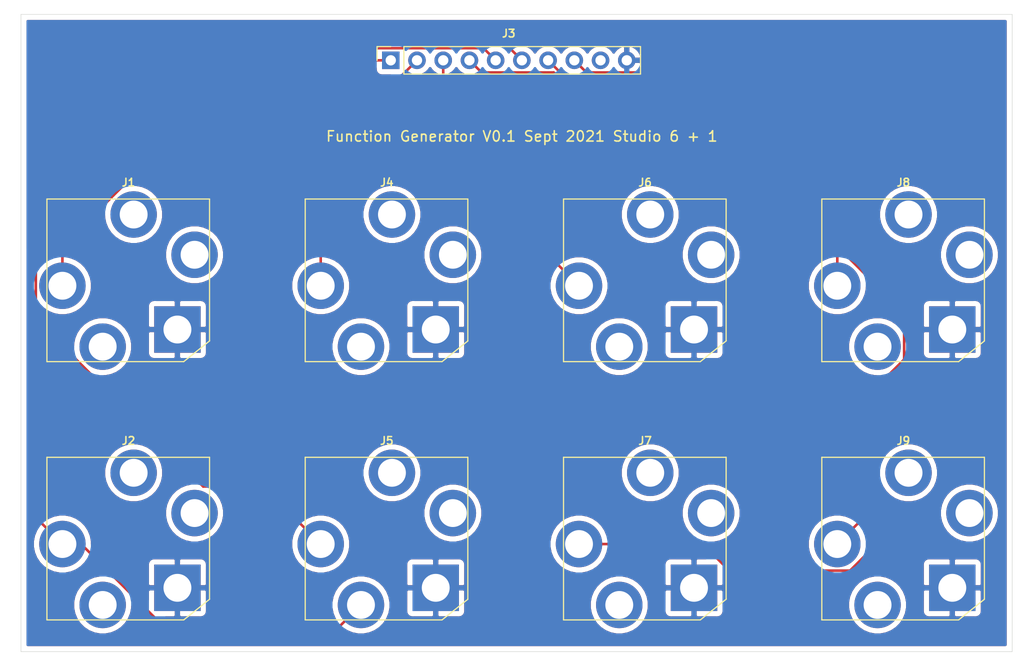
<source format=kicad_pcb>
(kicad_pcb (version 20171130) (host pcbnew "(5.1.9)-1")

  (general
    (thickness 1.6)
    (drawings 339)
    (tracks 46)
    (zones 0)
    (modules 9)
    (nets 18)
  )

  (page A4)
  (layers
    (0 F.Cu signal)
    (31 B.Cu signal)
    (32 B.Adhes user)
    (33 F.Adhes user)
    (34 B.Paste user)
    (35 F.Paste user)
    (36 B.SilkS user)
    (37 F.SilkS user)
    (38 B.Mask user)
    (39 F.Mask user)
    (40 Dwgs.User user hide)
    (41 Cmts.User user)
    (42 Eco1.User user)
    (43 Eco2.User user)
    (44 Edge.Cuts user)
    (45 Margin user)
    (46 B.CrtYd user)
    (47 F.CrtYd user)
    (48 B.Fab user)
    (49 F.Fab user)
  )

  (setup
    (last_trace_width 0.25)
    (trace_clearance 0.2)
    (zone_clearance 0.508)
    (zone_45_only no)
    (trace_min 0.2)
    (via_size 0.8)
    (via_drill 0.4)
    (via_min_size 0.4)
    (via_min_drill 0.3)
    (uvia_size 0.3)
    (uvia_drill 0.1)
    (uvias_allowed no)
    (uvia_min_size 0.2)
    (uvia_min_drill 0.1)
    (edge_width 0.05)
    (segment_width 0.2)
    (pcb_text_width 0.3)
    (pcb_text_size 1.5 1.5)
    (mod_edge_width 0.12)
    (mod_text_size 1 1)
    (mod_text_width 0.15)
    (pad_size 1.524 1.524)
    (pad_drill 0.762)
    (pad_to_mask_clearance 0)
    (aux_axis_origin 0 0)
    (visible_elements 7FFFFFFF)
    (pcbplotparams
      (layerselection 0x3ffff_ffffffff)
      (usegerberextensions false)
      (usegerberattributes true)
      (usegerberadvancedattributes true)
      (creategerberjobfile true)
      (excludeedgelayer true)
      (linewidth 0.100000)
      (plotframeref false)
      (viasonmask false)
      (mode 1)
      (useauxorigin false)
      (hpglpennumber 1)
      (hpglpenspeed 20)
      (hpglpendiameter 15.000000)
      (psnegative false)
      (psa4output false)
      (plotreference true)
      (plotvalue true)
      (plotinvisibletext false)
      (padsonsilk false)
      (subtractmaskfromsilk false)
      (outputformat 1)
      (mirror false)
      (drillshape 0)
      (scaleselection 1)
      (outputdirectory "gerber/"))
  )

  (net 0 "")
  (net 1 "Net-(J1-PadTN)")
  (net 2 GND)
  (net 3 /Acv)
  (net 4 /Gate)
  (net 5 "Net-(J2-PadTN)")
  (net 6 "Net-(J4-PadTN)")
  (net 7 /Dcv)
  (net 8 /Trigger)
  (net 9 "Net-(J6-PadTN)")
  (net 10 /Scv)
  (net 11 /EocOut)
  (net 12 "Net-(J7-PadTN)")
  (net 13 "Net-(J8-PadTN)")
  (net 14 /Rcv)
  (net 15 /Out)
  (net 16 "Net-(J9-PadTN)")
  (net 17 "Net-(J3-Pad9)")

  (net_class Default "This is the default net class."
    (clearance 0.2)
    (trace_width 0.25)
    (via_dia 0.8)
    (via_drill 0.4)
    (uvia_dia 0.3)
    (uvia_drill 0.1)
    (add_net /Acv)
    (add_net /Dcv)
    (add_net /EocOut)
    (add_net /Gate)
    (add_net /Out)
    (add_net /Rcv)
    (add_net /Scv)
    (add_net /Trigger)
    (add_net GND)
    (add_net "Net-(J1-PadTN)")
    (add_net "Net-(J2-PadTN)")
    (add_net "Net-(J3-Pad9)")
    (add_net "Net-(J4-PadTN)")
    (add_net "Net-(J6-PadTN)")
    (add_net "Net-(J7-PadTN)")
    (add_net "Net-(J8-PadTN)")
    (add_net "Net-(J9-PadTN)")
  )

  (module ao_tht:Jack_6.35mm_PJ_629HAN (layer F.Cu) (tedit 610735D7) (tstamp 613E1F60)
    (at 29.591 78.359)
    (path /61BBBF1D)
    (fp_text reference J1 (at 0 -9.5) (layer F.SilkS)
      (effects (font (size 0.75 0.75) (thickness 0.15)))
    )
    (fp_text value AudioJack2_SwitchT (at 0 10) (layer F.Fab)
      (effects (font (size 1 1) (thickness 0.15)))
    )
    (fp_line (start -9 9) (end -9 -9) (layer F.CrtYd) (width 0.12))
    (fp_line (start 9 9) (end -9 9) (layer F.CrtYd) (width 0.12))
    (fp_line (start 9 -9) (end 9 9) (layer F.CrtYd) (width 0.12))
    (fp_line (start -9 -9) (end 9 -9) (layer F.CrtYd) (width 0.12))
    (fp_line (start 5.314 7.858) (end -7.894 7.858) (layer Dwgs.User) (width 0.12))
    (fp_line (start 5.35 7.85) (end -7.9 7.85) (layer F.SilkS) (width 0.12))
    (fp_line (start 7.85 -7.9) (end 7.85 5.8) (layer F.SilkS) (width 0.12))
    (fp_line (start 7.854 5.826) (end 5.314 7.858) (layer Dwgs.User) (width 0.12))
    (fp_line (start -7.894 7.858) (end -7.894 -7.89) (layer Dwgs.User) (width 0.12))
    (fp_line (start 7.85 5.8) (end 7.85 5.85) (layer F.SilkS) (width 0.12))
    (fp_line (start -7.9 -7.9) (end 7.85 -7.9) (layer F.SilkS) (width 0.12))
    (fp_line (start 7.854 4.81) (end 7.854 5.826) (layer Dwgs.User) (width 0.12))
    (fp_line (start -7.9 7.85) (end -7.9 -7.9) (layer F.SilkS) (width 0.12))
    (fp_line (start 7.854 -7.89) (end 7.854 4.81) (layer Dwgs.User) (width 0.12))
    (fp_line (start 7.85 5.85) (end 5.35 7.85) (layer F.SilkS) (width 0.12))
    (fp_line (start -7.894 -7.89) (end 7.854 -7.89) (layer Dwgs.User) (width 0.12))
    (pad RN thru_hole circle (at 6.4 -2.5) (size 4.500001 4.500001) (drill 2.7) (layers *.Cu *.Mask))
    (pad TN thru_hole circle (at -2.5 6.4) (size 4.5 4.5) (drill 2.7) (layers *.Cu *.Mask)
      (net 1 "Net-(J1-PadTN)"))
    (pad R thru_hole circle (at 0.5 -6.4) (size 4.500001 4.500001) (drill 2.7) (layers *.Cu *.Mask))
    (pad S thru_hole rect (at 4.74 4.74) (size 4.500001 4.500001) (drill 2.7) (layers *.Cu *.Mask)
      (net 2 GND))
    (pad T thru_hole circle (at -6.4 0.5) (size 4.5 4.5) (drill 2.7) (layers *.Cu *.Mask)
      (net 3 /Acv))
    (model "/home/rsholmes/Documents/Hobbies/Electronics/KiCad/Libraries/kicadfootprints/3D/User Library-jack-4.step"
      (offset (xyz 0 0 23))
      (scale (xyz 1 1 1))
      (rotate (xyz 0 0 0))
    )
    (model "/home/rsholmes/.config/kicad/3d/User Library-jack-4.STEP"
      (offset (xyz 0 0 23))
      (scale (xyz 1 1 1))
      (rotate (xyz 0 0 0))
    )
  )

  (module ao_tht:Jack_6.35mm_PJ_629HAN (layer F.Cu) (tedit 610735D7) (tstamp 613E1F79)
    (at 29.591 103.378)
    (path /61BBCAD6)
    (fp_text reference J2 (at 0 -9.5) (layer F.SilkS)
      (effects (font (size 0.75 0.75) (thickness 0.15)))
    )
    (fp_text value AudioJack2_SwitchT (at 0 10) (layer F.Fab)
      (effects (font (size 1 1) (thickness 0.15)))
    )
    (fp_line (start -7.894 -7.89) (end 7.854 -7.89) (layer Dwgs.User) (width 0.12))
    (fp_line (start 7.85 5.85) (end 5.35 7.85) (layer F.SilkS) (width 0.12))
    (fp_line (start 7.854 -7.89) (end 7.854 4.81) (layer Dwgs.User) (width 0.12))
    (fp_line (start -7.9 7.85) (end -7.9 -7.9) (layer F.SilkS) (width 0.12))
    (fp_line (start 7.854 4.81) (end 7.854 5.826) (layer Dwgs.User) (width 0.12))
    (fp_line (start -7.9 -7.9) (end 7.85 -7.9) (layer F.SilkS) (width 0.12))
    (fp_line (start 7.85 5.8) (end 7.85 5.85) (layer F.SilkS) (width 0.12))
    (fp_line (start -7.894 7.858) (end -7.894 -7.89) (layer Dwgs.User) (width 0.12))
    (fp_line (start 7.854 5.826) (end 5.314 7.858) (layer Dwgs.User) (width 0.12))
    (fp_line (start 7.85 -7.9) (end 7.85 5.8) (layer F.SilkS) (width 0.12))
    (fp_line (start 5.35 7.85) (end -7.9 7.85) (layer F.SilkS) (width 0.12))
    (fp_line (start 5.314 7.858) (end -7.894 7.858) (layer Dwgs.User) (width 0.12))
    (fp_line (start -9 -9) (end 9 -9) (layer F.CrtYd) (width 0.12))
    (fp_line (start 9 -9) (end 9 9) (layer F.CrtYd) (width 0.12))
    (fp_line (start 9 9) (end -9 9) (layer F.CrtYd) (width 0.12))
    (fp_line (start -9 9) (end -9 -9) (layer F.CrtYd) (width 0.12))
    (pad T thru_hole circle (at -6.4 0.5) (size 4.5 4.5) (drill 2.7) (layers *.Cu *.Mask)
      (net 4 /Gate))
    (pad S thru_hole rect (at 4.74 4.74) (size 4.500001 4.500001) (drill 2.7) (layers *.Cu *.Mask)
      (net 2 GND))
    (pad R thru_hole circle (at 0.5 -6.4) (size 4.500001 4.500001) (drill 2.7) (layers *.Cu *.Mask))
    (pad TN thru_hole circle (at -2.5 6.4) (size 4.5 4.5) (drill 2.7) (layers *.Cu *.Mask)
      (net 5 "Net-(J2-PadTN)"))
    (pad RN thru_hole circle (at 6.4 -2.5) (size 4.500001 4.500001) (drill 2.7) (layers *.Cu *.Mask))
    (model "/home/rsholmes/Documents/Hobbies/Electronics/KiCad/Libraries/kicadfootprints/3D/User Library-jack-4.step"
      (offset (xyz 0 0 23))
      (scale (xyz 1 1 1))
      (rotate (xyz 0 0 0))
    )
    (model "/home/rsholmes/.config/kicad/3d/User Library-jack-4.STEP"
      (offset (xyz 0 0 23))
      (scale (xyz 1 1 1))
      (rotate (xyz 0 0 0))
    )
  )

  (module ao_tht:Jack_6.35mm_PJ_629HAN (layer F.Cu) (tedit 610735D7) (tstamp 613E1FAB)
    (at 54.61 78.359)
    (path /61BBF0FE)
    (fp_text reference J4 (at 0 -9.5) (layer F.SilkS)
      (effects (font (size 0.75 0.75) (thickness 0.15)))
    )
    (fp_text value AudioJack2_SwitchT (at 0 10) (layer F.Fab)
      (effects (font (size 1 1) (thickness 0.15)))
    )
    (fp_line (start -9 9) (end -9 -9) (layer F.CrtYd) (width 0.12))
    (fp_line (start 9 9) (end -9 9) (layer F.CrtYd) (width 0.12))
    (fp_line (start 9 -9) (end 9 9) (layer F.CrtYd) (width 0.12))
    (fp_line (start -9 -9) (end 9 -9) (layer F.CrtYd) (width 0.12))
    (fp_line (start 5.314 7.858) (end -7.894 7.858) (layer Dwgs.User) (width 0.12))
    (fp_line (start 5.35 7.85) (end -7.9 7.85) (layer F.SilkS) (width 0.12))
    (fp_line (start 7.85 -7.9) (end 7.85 5.8) (layer F.SilkS) (width 0.12))
    (fp_line (start 7.854 5.826) (end 5.314 7.858) (layer Dwgs.User) (width 0.12))
    (fp_line (start -7.894 7.858) (end -7.894 -7.89) (layer Dwgs.User) (width 0.12))
    (fp_line (start 7.85 5.8) (end 7.85 5.85) (layer F.SilkS) (width 0.12))
    (fp_line (start -7.9 -7.9) (end 7.85 -7.9) (layer F.SilkS) (width 0.12))
    (fp_line (start 7.854 4.81) (end 7.854 5.826) (layer Dwgs.User) (width 0.12))
    (fp_line (start -7.9 7.85) (end -7.9 -7.9) (layer F.SilkS) (width 0.12))
    (fp_line (start 7.854 -7.89) (end 7.854 4.81) (layer Dwgs.User) (width 0.12))
    (fp_line (start 7.85 5.85) (end 5.35 7.85) (layer F.SilkS) (width 0.12))
    (fp_line (start -7.894 -7.89) (end 7.854 -7.89) (layer Dwgs.User) (width 0.12))
    (pad RN thru_hole circle (at 6.4 -2.5) (size 4.500001 4.500001) (drill 2.7) (layers *.Cu *.Mask))
    (pad TN thru_hole circle (at -2.5 6.4) (size 4.5 4.5) (drill 2.7) (layers *.Cu *.Mask)
      (net 6 "Net-(J4-PadTN)"))
    (pad R thru_hole circle (at 0.5 -6.4) (size 4.500001 4.500001) (drill 2.7) (layers *.Cu *.Mask))
    (pad S thru_hole rect (at 4.74 4.74) (size 4.500001 4.500001) (drill 2.7) (layers *.Cu *.Mask)
      (net 2 GND))
    (pad T thru_hole circle (at -6.4 0.5) (size 4.5 4.5) (drill 2.7) (layers *.Cu *.Mask)
      (net 7 /Dcv))
    (model "/home/rsholmes/Documents/Hobbies/Electronics/KiCad/Libraries/kicadfootprints/3D/User Library-jack-4.step"
      (offset (xyz 0 0 23))
      (scale (xyz 1 1 1))
      (rotate (xyz 0 0 0))
    )
    (model "/home/rsholmes/.config/kicad/3d/User Library-jack-4.STEP"
      (offset (xyz 0 0 23))
      (scale (xyz 1 1 1))
      (rotate (xyz 0 0 0))
    )
  )

  (module ao_tht:Jack_6.35mm_PJ_629HAN (layer F.Cu) (tedit 610735D7) (tstamp 613E1FC4)
    (at 54.61 103.378)
    (path /61BBF104)
    (fp_text reference J5 (at 0 -9.5) (layer F.SilkS)
      (effects (font (size 0.75 0.75) (thickness 0.15)))
    )
    (fp_text value AudioJack2_SwitchT (at 0 10) (layer F.Fab)
      (effects (font (size 1 1) (thickness 0.15)))
    )
    (fp_line (start -7.894 -7.89) (end 7.854 -7.89) (layer Dwgs.User) (width 0.12))
    (fp_line (start 7.85 5.85) (end 5.35 7.85) (layer F.SilkS) (width 0.12))
    (fp_line (start 7.854 -7.89) (end 7.854 4.81) (layer Dwgs.User) (width 0.12))
    (fp_line (start -7.9 7.85) (end -7.9 -7.9) (layer F.SilkS) (width 0.12))
    (fp_line (start 7.854 4.81) (end 7.854 5.826) (layer Dwgs.User) (width 0.12))
    (fp_line (start -7.9 -7.9) (end 7.85 -7.9) (layer F.SilkS) (width 0.12))
    (fp_line (start 7.85 5.8) (end 7.85 5.85) (layer F.SilkS) (width 0.12))
    (fp_line (start -7.894 7.858) (end -7.894 -7.89) (layer Dwgs.User) (width 0.12))
    (fp_line (start 7.854 5.826) (end 5.314 7.858) (layer Dwgs.User) (width 0.12))
    (fp_line (start 7.85 -7.9) (end 7.85 5.8) (layer F.SilkS) (width 0.12))
    (fp_line (start 5.35 7.85) (end -7.9 7.85) (layer F.SilkS) (width 0.12))
    (fp_line (start 5.314 7.858) (end -7.894 7.858) (layer Dwgs.User) (width 0.12))
    (fp_line (start -9 -9) (end 9 -9) (layer F.CrtYd) (width 0.12))
    (fp_line (start 9 -9) (end 9 9) (layer F.CrtYd) (width 0.12))
    (fp_line (start 9 9) (end -9 9) (layer F.CrtYd) (width 0.12))
    (fp_line (start -9 9) (end -9 -9) (layer F.CrtYd) (width 0.12))
    (pad T thru_hole circle (at -6.4 0.5) (size 4.5 4.5) (drill 2.7) (layers *.Cu *.Mask)
      (net 8 /Trigger))
    (pad S thru_hole rect (at 4.74 4.74) (size 4.500001 4.500001) (drill 2.7) (layers *.Cu *.Mask)
      (net 2 GND))
    (pad R thru_hole circle (at 0.5 -6.4) (size 4.500001 4.500001) (drill 2.7) (layers *.Cu *.Mask))
    (pad TN thru_hole circle (at -2.5 6.4) (size 4.5 4.5) (drill 2.7) (layers *.Cu *.Mask)
      (net 4 /Gate))
    (pad RN thru_hole circle (at 6.4 -2.5) (size 4.500001 4.500001) (drill 2.7) (layers *.Cu *.Mask))
    (model "/home/rsholmes/Documents/Hobbies/Electronics/KiCad/Libraries/kicadfootprints/3D/User Library-jack-4.step"
      (offset (xyz 0 0 23))
      (scale (xyz 1 1 1))
      (rotate (xyz 0 0 0))
    )
    (model "/home/rsholmes/.config/kicad/3d/User Library-jack-4.STEP"
      (offset (xyz 0 0 23))
      (scale (xyz 1 1 1))
      (rotate (xyz 0 0 0))
    )
  )

  (module ao_tht:Jack_6.35mm_PJ_629HAN (layer F.Cu) (tedit 610735D7) (tstamp 613E1FDD)
    (at 79.629 78.359)
    (path /61BBFB4A)
    (fp_text reference J6 (at 0 -9.5) (layer F.SilkS)
      (effects (font (size 0.75 0.75) (thickness 0.15)))
    )
    (fp_text value AudioJack2_SwitchT (at 0 10) (layer F.Fab)
      (effects (font (size 1 1) (thickness 0.15)))
    )
    (fp_line (start -9 9) (end -9 -9) (layer F.CrtYd) (width 0.12))
    (fp_line (start 9 9) (end -9 9) (layer F.CrtYd) (width 0.12))
    (fp_line (start 9 -9) (end 9 9) (layer F.CrtYd) (width 0.12))
    (fp_line (start -9 -9) (end 9 -9) (layer F.CrtYd) (width 0.12))
    (fp_line (start 5.314 7.858) (end -7.894 7.858) (layer Dwgs.User) (width 0.12))
    (fp_line (start 5.35 7.85) (end -7.9 7.85) (layer F.SilkS) (width 0.12))
    (fp_line (start 7.85 -7.9) (end 7.85 5.8) (layer F.SilkS) (width 0.12))
    (fp_line (start 7.854 5.826) (end 5.314 7.858) (layer Dwgs.User) (width 0.12))
    (fp_line (start -7.894 7.858) (end -7.894 -7.89) (layer Dwgs.User) (width 0.12))
    (fp_line (start 7.85 5.8) (end 7.85 5.85) (layer F.SilkS) (width 0.12))
    (fp_line (start -7.9 -7.9) (end 7.85 -7.9) (layer F.SilkS) (width 0.12))
    (fp_line (start 7.854 4.81) (end 7.854 5.826) (layer Dwgs.User) (width 0.12))
    (fp_line (start -7.9 7.85) (end -7.9 -7.9) (layer F.SilkS) (width 0.12))
    (fp_line (start 7.854 -7.89) (end 7.854 4.81) (layer Dwgs.User) (width 0.12))
    (fp_line (start 7.85 5.85) (end 5.35 7.85) (layer F.SilkS) (width 0.12))
    (fp_line (start -7.894 -7.89) (end 7.854 -7.89) (layer Dwgs.User) (width 0.12))
    (pad RN thru_hole circle (at 6.4 -2.5) (size 4.500001 4.500001) (drill 2.7) (layers *.Cu *.Mask))
    (pad TN thru_hole circle (at -2.5 6.4) (size 4.5 4.5) (drill 2.7) (layers *.Cu *.Mask)
      (net 9 "Net-(J6-PadTN)"))
    (pad R thru_hole circle (at 0.5 -6.4) (size 4.500001 4.500001) (drill 2.7) (layers *.Cu *.Mask))
    (pad S thru_hole rect (at 4.74 4.74) (size 4.500001 4.500001) (drill 2.7) (layers *.Cu *.Mask)
      (net 2 GND))
    (pad T thru_hole circle (at -6.4 0.5) (size 4.5 4.5) (drill 2.7) (layers *.Cu *.Mask)
      (net 10 /Scv))
    (model "/home/rsholmes/Documents/Hobbies/Electronics/KiCad/Libraries/kicadfootprints/3D/User Library-jack-4.step"
      (offset (xyz 0 0 23))
      (scale (xyz 1 1 1))
      (rotate (xyz 0 0 0))
    )
    (model "/home/rsholmes/.config/kicad/3d/User Library-jack-4.STEP"
      (offset (xyz 0 0 23))
      (scale (xyz 1 1 1))
      (rotate (xyz 0 0 0))
    )
  )

  (module ao_tht:Jack_6.35mm_PJ_629HAN (layer F.Cu) (tedit 610735D7) (tstamp 613E1FF6)
    (at 79.629 103.378)
    (path /61BBFB50)
    (fp_text reference J7 (at 0 -9.5) (layer F.SilkS)
      (effects (font (size 0.75 0.75) (thickness 0.15)))
    )
    (fp_text value AudioJack2_SwitchT (at 0 10) (layer F.Fab)
      (effects (font (size 1 1) (thickness 0.15)))
    )
    (fp_line (start -7.894 -7.89) (end 7.854 -7.89) (layer Dwgs.User) (width 0.12))
    (fp_line (start 7.85 5.85) (end 5.35 7.85) (layer F.SilkS) (width 0.12))
    (fp_line (start 7.854 -7.89) (end 7.854 4.81) (layer Dwgs.User) (width 0.12))
    (fp_line (start -7.9 7.85) (end -7.9 -7.9) (layer F.SilkS) (width 0.12))
    (fp_line (start 7.854 4.81) (end 7.854 5.826) (layer Dwgs.User) (width 0.12))
    (fp_line (start -7.9 -7.9) (end 7.85 -7.9) (layer F.SilkS) (width 0.12))
    (fp_line (start 7.85 5.8) (end 7.85 5.85) (layer F.SilkS) (width 0.12))
    (fp_line (start -7.894 7.858) (end -7.894 -7.89) (layer Dwgs.User) (width 0.12))
    (fp_line (start 7.854 5.826) (end 5.314 7.858) (layer Dwgs.User) (width 0.12))
    (fp_line (start 7.85 -7.9) (end 7.85 5.8) (layer F.SilkS) (width 0.12))
    (fp_line (start 5.35 7.85) (end -7.9 7.85) (layer F.SilkS) (width 0.12))
    (fp_line (start 5.314 7.858) (end -7.894 7.858) (layer Dwgs.User) (width 0.12))
    (fp_line (start -9 -9) (end 9 -9) (layer F.CrtYd) (width 0.12))
    (fp_line (start 9 -9) (end 9 9) (layer F.CrtYd) (width 0.12))
    (fp_line (start 9 9) (end -9 9) (layer F.CrtYd) (width 0.12))
    (fp_line (start -9 9) (end -9 -9) (layer F.CrtYd) (width 0.12))
    (pad T thru_hole circle (at -6.4 0.5) (size 4.5 4.5) (drill 2.7) (layers *.Cu *.Mask)
      (net 11 /EocOut))
    (pad S thru_hole rect (at 4.74 4.74) (size 4.500001 4.500001) (drill 2.7) (layers *.Cu *.Mask)
      (net 2 GND))
    (pad R thru_hole circle (at 0.5 -6.4) (size 4.500001 4.500001) (drill 2.7) (layers *.Cu *.Mask))
    (pad TN thru_hole circle (at -2.5 6.4) (size 4.5 4.5) (drill 2.7) (layers *.Cu *.Mask)
      (net 12 "Net-(J7-PadTN)"))
    (pad RN thru_hole circle (at 6.4 -2.5) (size 4.500001 4.500001) (drill 2.7) (layers *.Cu *.Mask))
    (model "/home/rsholmes/Documents/Hobbies/Electronics/KiCad/Libraries/kicadfootprints/3D/User Library-jack-4.step"
      (offset (xyz 0 0 23))
      (scale (xyz 1 1 1))
      (rotate (xyz 0 0 0))
    )
    (model "/home/rsholmes/.config/kicad/3d/User Library-jack-4.STEP"
      (offset (xyz 0 0 23))
      (scale (xyz 1 1 1))
      (rotate (xyz 0 0 0))
    )
  )

  (module ao_tht:Jack_6.35mm_PJ_629HAN (layer F.Cu) (tedit 610735D7) (tstamp 613E200F)
    (at 104.648 78.359)
    (path /61BC09A0)
    (fp_text reference J8 (at 0 -9.5) (layer F.SilkS)
      (effects (font (size 0.75 0.75) (thickness 0.15)))
    )
    (fp_text value AudioJack2_SwitchT (at 0 10) (layer F.Fab)
      (effects (font (size 1 1) (thickness 0.15)))
    )
    (fp_line (start -9 9) (end -9 -9) (layer F.CrtYd) (width 0.12))
    (fp_line (start 9 9) (end -9 9) (layer F.CrtYd) (width 0.12))
    (fp_line (start 9 -9) (end 9 9) (layer F.CrtYd) (width 0.12))
    (fp_line (start -9 -9) (end 9 -9) (layer F.CrtYd) (width 0.12))
    (fp_line (start 5.314 7.858) (end -7.894 7.858) (layer Dwgs.User) (width 0.12))
    (fp_line (start 5.35 7.85) (end -7.9 7.85) (layer F.SilkS) (width 0.12))
    (fp_line (start 7.85 -7.9) (end 7.85 5.8) (layer F.SilkS) (width 0.12))
    (fp_line (start 7.854 5.826) (end 5.314 7.858) (layer Dwgs.User) (width 0.12))
    (fp_line (start -7.894 7.858) (end -7.894 -7.89) (layer Dwgs.User) (width 0.12))
    (fp_line (start 7.85 5.8) (end 7.85 5.85) (layer F.SilkS) (width 0.12))
    (fp_line (start -7.9 -7.9) (end 7.85 -7.9) (layer F.SilkS) (width 0.12))
    (fp_line (start 7.854 4.81) (end 7.854 5.826) (layer Dwgs.User) (width 0.12))
    (fp_line (start -7.9 7.85) (end -7.9 -7.9) (layer F.SilkS) (width 0.12))
    (fp_line (start 7.854 -7.89) (end 7.854 4.81) (layer Dwgs.User) (width 0.12))
    (fp_line (start 7.85 5.85) (end 5.35 7.85) (layer F.SilkS) (width 0.12))
    (fp_line (start -7.894 -7.89) (end 7.854 -7.89) (layer Dwgs.User) (width 0.12))
    (pad RN thru_hole circle (at 6.4 -2.5) (size 4.500001 4.500001) (drill 2.7) (layers *.Cu *.Mask))
    (pad TN thru_hole circle (at -2.5 6.4) (size 4.5 4.5) (drill 2.7) (layers *.Cu *.Mask)
      (net 13 "Net-(J8-PadTN)"))
    (pad R thru_hole circle (at 0.5 -6.4) (size 4.500001 4.500001) (drill 2.7) (layers *.Cu *.Mask))
    (pad S thru_hole rect (at 4.74 4.74) (size 4.500001 4.500001) (drill 2.7) (layers *.Cu *.Mask)
      (net 2 GND))
    (pad T thru_hole circle (at -6.4 0.5) (size 4.5 4.5) (drill 2.7) (layers *.Cu *.Mask)
      (net 14 /Rcv))
    (model "/home/rsholmes/Documents/Hobbies/Electronics/KiCad/Libraries/kicadfootprints/3D/User Library-jack-4.step"
      (offset (xyz 0 0 23))
      (scale (xyz 1 1 1))
      (rotate (xyz 0 0 0))
    )
    (model "/home/rsholmes/.config/kicad/3d/User Library-jack-4.STEP"
      (offset (xyz 0 0 23))
      (scale (xyz 1 1 1))
      (rotate (xyz 0 0 0))
    )
  )

  (module ao_tht:Jack_6.35mm_PJ_629HAN (layer F.Cu) (tedit 610735D7) (tstamp 613E2028)
    (at 104.648 103.378)
    (path /61BC09A6)
    (fp_text reference J9 (at 0 -9.5) (layer F.SilkS)
      (effects (font (size 0.75 0.75) (thickness 0.15)))
    )
    (fp_text value AudioJack2_SwitchT (at 0 10) (layer F.Fab)
      (effects (font (size 1 1) (thickness 0.15)))
    )
    (fp_line (start -7.894 -7.89) (end 7.854 -7.89) (layer Dwgs.User) (width 0.12))
    (fp_line (start 7.85 5.85) (end 5.35 7.85) (layer F.SilkS) (width 0.12))
    (fp_line (start 7.854 -7.89) (end 7.854 4.81) (layer Dwgs.User) (width 0.12))
    (fp_line (start -7.9 7.85) (end -7.9 -7.9) (layer F.SilkS) (width 0.12))
    (fp_line (start 7.854 4.81) (end 7.854 5.826) (layer Dwgs.User) (width 0.12))
    (fp_line (start -7.9 -7.9) (end 7.85 -7.9) (layer F.SilkS) (width 0.12))
    (fp_line (start 7.85 5.8) (end 7.85 5.85) (layer F.SilkS) (width 0.12))
    (fp_line (start -7.894 7.858) (end -7.894 -7.89) (layer Dwgs.User) (width 0.12))
    (fp_line (start 7.854 5.826) (end 5.314 7.858) (layer Dwgs.User) (width 0.12))
    (fp_line (start 7.85 -7.9) (end 7.85 5.8) (layer F.SilkS) (width 0.12))
    (fp_line (start 5.35 7.85) (end -7.9 7.85) (layer F.SilkS) (width 0.12))
    (fp_line (start 5.314 7.858) (end -7.894 7.858) (layer Dwgs.User) (width 0.12))
    (fp_line (start -9 -9) (end 9 -9) (layer F.CrtYd) (width 0.12))
    (fp_line (start 9 -9) (end 9 9) (layer F.CrtYd) (width 0.12))
    (fp_line (start 9 9) (end -9 9) (layer F.CrtYd) (width 0.12))
    (fp_line (start -9 9) (end -9 -9) (layer F.CrtYd) (width 0.12))
    (pad T thru_hole circle (at -6.4 0.5) (size 4.5 4.5) (drill 2.7) (layers *.Cu *.Mask)
      (net 15 /Out))
    (pad S thru_hole rect (at 4.74 4.74) (size 4.500001 4.500001) (drill 2.7) (layers *.Cu *.Mask)
      (net 2 GND))
    (pad R thru_hole circle (at 0.5 -6.4) (size 4.500001 4.500001) (drill 2.7) (layers *.Cu *.Mask))
    (pad TN thru_hole circle (at -2.5 6.4) (size 4.5 4.5) (drill 2.7) (layers *.Cu *.Mask)
      (net 16 "Net-(J9-PadTN)"))
    (pad RN thru_hole circle (at 6.4 -2.5) (size 4.500001 4.500001) (drill 2.7) (layers *.Cu *.Mask))
    (model "/home/rsholmes/Documents/Hobbies/Electronics/KiCad/Libraries/kicadfootprints/3D/User Library-jack-4.step"
      (offset (xyz 0 0 23))
      (scale (xyz 1 1 1))
      (rotate (xyz 0 0 0))
    )
    (model "/home/rsholmes/.config/kicad/3d/User Library-jack-4.STEP"
      (offset (xyz 0 0 23))
      (scale (xyz 1 1 1))
      (rotate (xyz 0 0 0))
    )
  )

  (module ao_tht:PinSocket_1x10_P2.54mm_Vertical (layer F.Cu) (tedit 602FC304) (tstamp 613E224F)
    (at 66.421 57.023)
    (descr "Through hole straight socket strip, 1x10, 2.54mm pitch, single row (from Kicad 4.0.7), script generated")
    (tags "Through hole socket strip THT 1x10 2.54mm single row")
    (path /61BB9F68)
    (fp_text reference J3 (at 0 -2.6 180) (layer F.SilkS)
      (effects (font (size 0.75 0.75) (thickness 0.15)))
    )
    (fp_text value Conn_01x10_Female (at -0.025 2.8 180) (layer F.Fab)
      (effects (font (size 1 1) (thickness 0.15)))
    )
    (fp_line (start 13.175 1.8) (end -13.225 1.8) (layer F.CrtYd) (width 0.05))
    (fp_line (start 13.175 -1.75) (end 13.175 1.8) (layer F.CrtYd) (width 0.05))
    (fp_line (start -13.225 -1.75) (end 13.175 -1.75) (layer F.CrtYd) (width 0.05))
    (fp_line (start -13.225 1.8) (end -13.225 -1.75) (layer F.CrtYd) (width 0.05))
    (fp_line (start -12.755 0) (end -12.755 -1.33) (layer F.SilkS) (width 0.12))
    (fp_line (start -12.755 -1.33) (end -11.425 -1.33) (layer F.SilkS) (width 0.12))
    (fp_line (start -10.155 -1.33) (end 12.765 -1.33) (layer F.SilkS) (width 0.12))
    (fp_line (start 12.765 1.33) (end 12.765 -1.33) (layer F.SilkS) (width 0.12))
    (fp_line (start -10.155 1.33) (end 12.765 1.33) (layer F.SilkS) (width 0.12))
    (fp_line (start -10.155 1.33) (end -10.155 -1.33) (layer F.SilkS) (width 0.12))
    (fp_line (start 12.705 1.27) (end -12.695 1.27) (layer F.Fab) (width 0.1))
    (fp_line (start 12.705 -1.27) (end 12.705 1.27) (layer F.Fab) (width 0.1))
    (fp_line (start -12.06 -1.27) (end 12.705 -1.27) (layer F.Fab) (width 0.1))
    (fp_line (start -12.695 -0.635) (end -12.06 -1.27) (layer F.Fab) (width 0.1))
    (fp_line (start -12.695 1.27) (end -12.695 -0.635) (layer F.Fab) (width 0.1))
    (fp_text user %R (at 0.005 0 180) (layer F.Fab)
      (effects (font (size 1 1) (thickness 0.15)))
    )
    (pad 1 thru_hole rect (at -11.425 0 90) (size 1.7 1.7) (drill 1) (layers *.Cu *.Mask)
      (net 3 /Acv))
    (pad 2 thru_hole oval (at -8.885 0 90) (size 1.7 1.7) (drill 1) (layers *.Cu *.Mask)
      (net 7 /Dcv))
    (pad 3 thru_hole oval (at -6.345 0 90) (size 1.7 1.7) (drill 1) (layers *.Cu *.Mask)
      (net 10 /Scv))
    (pad 4 thru_hole oval (at -3.805 0 90) (size 1.7 1.7) (drill 1) (layers *.Cu *.Mask)
      (net 14 /Rcv))
    (pad 5 thru_hole oval (at -1.265 0 90) (size 1.7 1.7) (drill 1) (layers *.Cu *.Mask)
      (net 8 /Trigger))
    (pad 6 thru_hole oval (at 1.275 0 90) (size 1.7 1.7) (drill 1) (layers *.Cu *.Mask)
      (net 4 /Gate))
    (pad 7 thru_hole oval (at 3.815 0 90) (size 1.7 1.7) (drill 1) (layers *.Cu *.Mask)
      (net 15 /Out))
    (pad 8 thru_hole oval (at 6.355 0 90) (size 1.7 1.7) (drill 1) (layers *.Cu *.Mask)
      (net 11 /EocOut))
    (pad 9 thru_hole oval (at 8.895 0 90) (size 1.7 1.7) (drill 1) (layers *.Cu *.Mask)
      (net 17 "Net-(J3-Pad9)"))
    (pad 10 thru_hole oval (at 11.435 0 90) (size 1.7 1.7) (drill 1) (layers *.Cu *.Mask)
      (net 2 GND))
    (model ${KISYS3DMOD}/Connector_PinSocket_2.54mm.3dshapes/PinSocket_1x10_P2.54mm_Vertical.wrl
      (offset (xyz 11.5 0 0))
      (scale (xyz 1 1 1))
      (rotate (xyz 0 0 90))
    )
  )

  (gr_text "Function Generator V0.1 Sept 2021 Studio 6 + 1" (at 67.691 64.389) (layer F.SilkS)
    (effects (font (size 1 1) (thickness 0.15)))
  )
  (gr_line (start 19.177 114.3) (end 19.177 52.578) (layer Edge.Cuts) (width 0.05) (tstamp 613E21D9))
  (gr_line (start 115.189 114.3) (end 19.177 114.3) (layer Edge.Cuts) (width 0.05))
  (gr_line (start 115.189 52.578) (end 115.189 114.3) (layer Edge.Cuts) (width 0.05))
  (gr_line (start 19.177 52.578) (end 115.189 52.578) (layer Edge.Cuts) (width 0.05))
  (gr_line (start 58.067122 32.99102) (end 51.200322 33.667419) (layer Dwgs.User) (width 0.2))
  (gr_circle (center 29.633723 33.32922) (end 33.133723 33.32922) (layer Dwgs.User) (width 0.2))
  (gr_line (start 96.633723 70.32922) (end 96.633723 86.32922) (layer Dwgs.User) (width 0.2))
  (gr_line (start 46.633723 111.32922) (end 62.633722 111.32922) (layer Dwgs.User) (width 0.2))
  (gr_circle (center 114.133723 125.32922) (end 115.733723 125.32922) (layer Dwgs.User) (width 0.2))
  (gr_line (start 21.633723 95.32922) (end 37.633723 95.32922) (layer Dwgs.User) (width 0.2))
  (gr_line (start 20.133723 123.729219) (end 20.133723 126.929219) (layer Dwgs.User) (width 0.2))
  (gr_line (start 87.633723 95.32922) (end 87.633723 111.32922) (layer Dwgs.User) (width 0.2))
  (gr_line (start 18.533723 125.32922) (end 21.733723 125.32922) (layer Dwgs.User) (width 0.2))
  (gr_line (start 29.295523 29.89582) (end 29.971922 36.76262) (layer Dwgs.User) (width 0.2))
  (gr_line (start 46.633723 95.32922) (end 62.633722 95.32922) (layer Dwgs.User) (width 0.2))
  (gr_line (start 96.633723 86.32922) (end 112.633723 86.32922) (layer Dwgs.User) (width 0.2))
  (gr_line (start 46.633723 70.32922) (end 62.633722 70.32922) (layer Dwgs.User) (width 0.2))
  (gr_circle (center 54.633723 -6.67078) (end 58.133723 -6.67078) (layer Dwgs.User) (width 0.2))
  (gr_line (start 21.633723 86.32922) (end 37.633723 86.32922) (layer Dwgs.User) (width 0.2))
  (gr_line (start 96.633723 95.32922) (end 96.633723 111.32922) (layer Dwgs.User) (width 0.2))
  (gr_line (start 71.633723 70.32922) (end 71.633723 86.32922) (layer Dwgs.User) (width 0.2))
  (gr_line (start 58.067122 -7.00898) (end 51.200322 -6.332581) (layer Dwgs.User) (width 0.2))
  (gr_line (start 54.295523 -10.10418) (end 54.971922 -3.23738) (layer Dwgs.User) (width 0.2))
  (gr_circle (center 29.633723 -6.67078) (end 33.133723 -6.67078) (layer Dwgs.User) (width 0.2))
  (gr_line (start 33.067122 -7.00898) (end 26.200322 -6.332581) (layer Dwgs.User) (width 0.2))
  (gr_line (start 37.633723 95.32922) (end 37.633723 111.32922) (layer Dwgs.User) (width 0.2))
  (gr_circle (center 104.633723 33.32922) (end 108.133723 33.32922) (layer Dwgs.User) (width 0.2))
  (gr_line (start 79.295523 29.89582) (end 79.971922 36.76262) (layer Dwgs.User) (width 0.2))
  (gr_line (start 21.633723 111.32922) (end 37.633723 111.32922) (layer Dwgs.User) (width 0.2))
  (gr_line (start 54.295523 29.89582) (end 54.971922 36.76262) (layer Dwgs.User) (width 0.2))
  (gr_circle (center 54.633723 33.32922) (end 58.133723 33.32922) (layer Dwgs.User) (width 0.2))
  (gr_line (start 46.633723 95.32922) (end 46.633723 111.32922) (layer Dwgs.User) (width 0.2))
  (gr_line (start 62.633722 70.32922) (end 62.633722 86.32922) (layer Dwgs.User) (width 0.2))
  (gr_line (start 21.633723 70.32922) (end 37.633723 70.32922) (layer Dwgs.User) (width 0.2))
  (gr_line (start 112.533723 125.32922) (end 115.733723 125.32922) (layer Dwgs.User) (width 0.2))
  (gr_line (start 71.633723 111.32922) (end 87.633723 111.32922) (layer Dwgs.User) (width 0.2))
  (gr_line (start 71.633723 86.32922) (end 87.633723 86.32922) (layer Dwgs.User) (width 0.2))
  (gr_line (start 71.633723 95.32922) (end 71.633723 111.32922) (layer Dwgs.User) (width 0.2))
  (gr_line (start 96.633723 70.32922) (end 112.633723 70.32922) (layer Dwgs.User) (width 0.2))
  (gr_line (start 33.067122 32.99102) (end 26.200322 33.667419) (layer Dwgs.User) (width 0.2))
  (gr_line (start 112.633723 95.32922) (end 112.633723 111.32922) (layer Dwgs.User) (width 0.2))
  (gr_line (start 71.633723 95.32922) (end 87.633723 95.32922) (layer Dwgs.User) (width 0.2))
  (gr_line (start 62.633722 95.32922) (end 62.633722 111.32922) (layer Dwgs.User) (width 0.2))
  (gr_line (start 21.633723 95.32922) (end 21.633723 111.32922) (layer Dwgs.User) (width 0.2))
  (gr_line (start 46.633723 70.32922) (end 46.633723 86.32922) (layer Dwgs.User) (width 0.2))
  (gr_circle (center 20.133723 125.32922) (end 21.733723 125.32922) (layer Dwgs.User) (width 0.2))
  (gr_line (start 114.133723 123.729219) (end 114.133723 126.929219) (layer Dwgs.User) (width 0.2))
  (gr_circle (center 79.633723 33.32922) (end 83.133723 33.32922) (layer Dwgs.User) (width 0.2))
  (gr_line (start 87.633723 70.32922) (end 87.633723 86.32922) (layer Dwgs.User) (width 0.2))
  (gr_line (start 37.633723 70.32922) (end 37.633723 86.32922) (layer Dwgs.User) (width 0.2))
  (gr_line (start 21.633723 70.32922) (end 21.633723 86.32922) (layer Dwgs.User) (width 0.2))
  (gr_line (start 83.067122 32.99102) (end 76.200322 33.667419) (layer Dwgs.User) (width 0.2))
  (gr_line (start 96.633723 95.32922) (end 112.633723 95.32922) (layer Dwgs.User) (width 0.2))
  (gr_line (start 71.633723 70.32922) (end 87.633723 70.32922) (layer Dwgs.User) (width 0.2))
  (gr_line (start 96.633723 111.32922) (end 112.633723 111.32922) (layer Dwgs.User) (width 0.2))
  (gr_line (start 112.633723 70.32922) (end 112.633723 86.32922) (layer Dwgs.User) (width 0.2))
  (gr_line (start 112.533723 -68.67078) (end 115.733723 -68.67078) (layer Dwgs.User) (width 0.2))
  (gr_line (start 46.633723 86.32922) (end 62.633722 86.32922) (layer Dwgs.User) (width 0.2))
  (gr_line (start 29.295523 -10.10418) (end 29.971922 -3.23738) (layer Dwgs.User) (width 0.2))
  (gr_line (start 108.067122 32.99102) (end 101.200322 33.667419) (layer Dwgs.User) (width 0.2))
  (gr_line (start 104.295523 29.89582) (end 104.971922 36.76262) (layer Dwgs.User) (width 0.2))
  (gr_line (start 74.633723 103.32922) (end 84.633723 103.32922) (layer Dwgs.User) (width 0.2))
  (gr_circle (center 79.633723 103.32922) (end 84.633723 103.32922) (layer Dwgs.User) (width 0.2))
  (gr_line (start 19.133723 -59.67078) (end 19.133723 111.32922) (layer Dwgs.User) (width 0.2))
  (gr_line (start 104.633723 73.32922) (end 104.633723 83.32922) (layer Dwgs.User) (width 0.2))
  (gr_line (start 73.673722 56.93063) (end 71.973722 57.09863) (layer Dwgs.User) (width 0.2))
  (gr_line (start 67.660022 56.16463) (end 67.827423 57.86463) (layer Dwgs.User) (width 0.2))
  (gr_line (start 99.633723 103.32922) (end 109.633723 103.32922) (layer Dwgs.User) (width 0.2))
  (gr_circle (center 104.633723 103.32922) (end 109.633723 103.32922) (layer Dwgs.User) (width 0.2))
  (gr_line (start 19.133723 45.343259) (end 19.133723 111.32922) (layer Dwgs.User) (width 0.2))
  (gr_line (start 29.633723 98.32922) (end 29.633723 108.32922) (layer Dwgs.User) (width 0.2))
  (gr_line (start 115.133723 111.32922) (end 115.133723 -59.67078) (layer Dwgs.User) (width 0.2))
  (gr_line (start 117.133723 -71.67078) (end 17.133723 -71.67078) (layer Dwgs.User) (width 0.2))
  (gr_line (start 76.213722 56.93063) (end 74.513723 57.09863) (layer Dwgs.User) (width 0.2))
  (gr_line (start 60.040023 56.16463) (end 60.207422 57.86463) (layer Dwgs.User) (width 0.2))
  (gr_line (start 68.593723 56.93063) (end 66.893722 57.09863) (layer Dwgs.User) (width 0.2))
  (gr_line (start 29.633723 73.32922) (end 29.633723 83.32922) (layer Dwgs.User) (width 0.2))
  (gr_line (start 19.133723 111.32922) (end 114.461722 111.32922) (layer Dwgs.User) (width 0.2))
  (gr_circle (center 54.633723 78.32922) (end 59.633723 78.32922) (layer Dwgs.User) (width 0.2))
  (gr_line (start 49.633723 103.32922) (end 59.633723 103.32922) (layer Dwgs.User) (width 0.2))
  (gr_line (start 115.133723 -59.67078) (end 19.133723 -59.67078) (layer Dwgs.User) (width 0.2))
  (gr_line (start 57.500023 56.16463) (end 57.667422 57.86463) (layer Dwgs.User) (width 0.2))
  (gr_circle (center 79.633723 78.32922) (end 84.633723 78.32922) (layer Dwgs.User) (width 0.2))
  (gr_line (start 99.633723 78.32922) (end 109.633723 78.32922) (layer Dwgs.User) (width 0.2))
  (gr_line (start 19.133723 111.32922) (end 115.133723 111.32922) (layer Dwgs.User) (width 0.2))
  (gr_line (start 55.893722 56.93063) (end 54.193722 57.09863) (layer Dwgs.User) (width 0.2))
  (gr_line (start 58.433723 56.93063) (end 56.733723 57.09863) (layer Dwgs.User) (width 0.2))
  (gr_line (start 104.633723 98.32922) (end 104.633723 108.32922) (layer Dwgs.User) (width 0.2))
  (gr_line (start 24.633723 103.32922) (end 34.633723 103.32922) (layer Dwgs.User) (width 0.2))
  (gr_circle (center 29.633723 103.32922) (end 34.633723 103.32922) (layer Dwgs.User) (width 0.2))
  (gr_line (start 78.753723 56.93063) (end 77.053723 57.09863) (layer Dwgs.User) (width 0.2))
  (gr_line (start 77.820023 56.16463) (end 77.987423 57.86463) (layer Dwgs.User) (width 0.2))
  (gr_line (start 54.960022 56.16463) (end 55.127422 57.86463) (layer Dwgs.User) (width 0.2))
  (gr_line (start 70.200022 56.16463) (end 70.367423 57.86463) (layer Dwgs.User) (width 0.2))
  (gr_line (start 17.133723 -71.67078) (end 17.133723 128.32922) (layer Dwgs.User) (width 0.2))
  (gr_circle (center 20.133723 -68.67078) (end 21.733723 -68.67078) (layer Dwgs.User) (width 0.2))
  (gr_line (start 54.633723 98.32922) (end 54.633723 108.32922) (layer Dwgs.User) (width 0.2))
  (gr_line (start 79.633723 73.32922) (end 79.633723 83.32922) (layer Dwgs.User) (width 0.2))
  (gr_circle (center 54.633723 103.32922) (end 59.633723 103.32922) (layer Dwgs.User) (width 0.2))
  (gr_line (start 72.740022 56.16463) (end 72.907422 57.86463) (layer Dwgs.User) (width 0.2))
  (gr_line (start 18.533723 -68.67078) (end 21.733723 -68.67078) (layer Dwgs.User) (width 0.2))
  (gr_line (start 20.133723 -70.270781) (end 20.133723 -67.070781) (layer Dwgs.User) (width 0.2))
  (gr_circle (center 29.633723 78.32922) (end 34.633723 78.32922) (layer Dwgs.User) (width 0.2))
  (gr_line (start 81.293723 56.93063) (end 79.593723 57.09863) (layer Dwgs.User) (width 0.2))
  (gr_line (start 75.280023 56.16463) (end 75.447422 57.86463) (layer Dwgs.User) (width 0.2))
  (gr_line (start 71.133723 56.93063) (end 69.433722 57.09863) (layer Dwgs.User) (width 0.2))
  (gr_line (start 63.513723 56.93063) (end 61.813723 57.09863) (layer Dwgs.User) (width 0.2))
  (gr_line (start 114.133723 -70.270781) (end 114.133723 -67.070781) (layer Dwgs.User) (width 0.2))
  (gr_line (start 17.133723 128.32922) (end 117.133723 128.32922) (layer Dwgs.User) (width 0.2))
  (gr_circle (center 114.133723 -68.67078) (end 115.733723 -68.67078) (layer Dwgs.User) (width 0.2))
  (gr_line (start 24.633723 78.32922) (end 34.633723 78.32922) (layer Dwgs.User) (width 0.2))
  (gr_line (start 54.633723 73.32922) (end 54.633723 83.32922) (layer Dwgs.User) (width 0.2))
  (gr_line (start 49.633723 78.32922) (end 59.633723 78.32922) (layer Dwgs.User) (width 0.2))
  (gr_line (start 74.633723 78.32922) (end 84.633723 78.32922) (layer Dwgs.User) (width 0.2))
  (gr_line (start 79.633723 98.32922) (end 79.633723 108.32922) (layer Dwgs.User) (width 0.2))
  (gr_line (start 60.973722 56.93063) (end 59.273723 57.09863) (layer Dwgs.User) (width 0.2))
  (gr_line (start 80.360023 56.16463) (end 80.527423 57.86463) (layer Dwgs.User) (width 0.2))
  (gr_line (start 117.133723 128.32922) (end 117.133723 -71.67078) (layer Dwgs.User) (width 0.2))
  (gr_circle (center 104.633723 78.32922) (end 109.633723 78.32922) (layer Dwgs.User) (width 0.2))
  (gr_line (start 66.053723 56.93063) (end 64.353723 57.09863) (layer Dwgs.User) (width 0.2))
  (gr_line (start 65.120023 56.16463) (end 65.287423 57.86463) (layer Dwgs.User) (width 0.2))
  (gr_line (start 62.580023 56.16463) (end 62.747423 57.86463) (layer Dwgs.User) (width 0.2))
  (gr_circle (center 29.633723 103.32922) (end 34.633723 103.32922) (layer Dwgs.User) (width 0.2))
  (gr_line (start 19.133723 45.343259) (end 19.133723 111.32922) (layer Dwgs.User) (width 0.2))
  (gr_line (start 73.673722 56.93063) (end 71.973722 57.09863) (layer Dwgs.User) (width 0.2))
  (gr_line (start 108.067122 -47.00898) (end 101.200322 -46.332581) (layer Dwgs.User) (width 0.2))
  (gr_line (start 71.133723 56.93063) (end 69.433722 57.09863) (layer Dwgs.User) (width 0.2))
  (gr_circle (center 87.401833 -56.367673) (end 89.901833 -56.367673) (layer Dwgs.User) (width 0.2))
  (gr_line (start 112.162 -58.8024) (end 112.6404 -53.9458) (layer Dwgs.User) (width 0.2))
  (gr_line (start 49.633723 103.32922) (end 59.633723 103.32922) (layer Dwgs.User) (width 0.2))
  (gr_line (start 29.633723 98.32922) (end 29.633723 108.32922) (layer Dwgs.User) (width 0.2))
  (gr_line (start 19.133723 111.32922) (end 114.461722 111.32922) (layer Dwgs.User) (width 0.2))
  (gr_line (start 60.040023 56.16463) (end 60.207422 57.86463) (layer Dwgs.User) (width 0.2))
  (gr_line (start 104.295523 -50.10418) (end 104.971922 -43.23738) (layer Dwgs.User) (width 0.2))
  (gr_line (start 104.295523 -10.10418) (end 104.971922 -3.23738) (layer Dwgs.User) (width 0.2))
  (gr_line (start 76.213722 56.93063) (end 74.513723 57.09863) (layer Dwgs.User) (width 0.2))
  (gr_line (start 58.067122 -47.008981) (end 51.200322 -46.332581) (layer Dwgs.User) (width 0.2))
  (gr_line (start 109.963 -56.134) (end 114.8295 -56.600276) (layer Dwgs.User) (width 0.2))
  (gr_line (start 81.293723 56.93063) (end 79.593723 57.09863) (layer Dwgs.User) (width 0.2))
  (gr_line (start 80.360023 56.16463) (end 80.527423 57.86463) (layer Dwgs.User) (width 0.2))
  (gr_line (start 70.200022 56.16463) (end 70.367423 57.86463) (layer Dwgs.User) (width 0.2))
  (gr_line (start 58.433723 56.93063) (end 56.733723 57.09863) (layer Dwgs.User) (width 0.2))
  (gr_line (start 78.753723 56.93063) (end 77.053723 57.09863) (layer Dwgs.User) (width 0.2))
  (gr_line (start 77.820023 56.16463) (end 77.987423 57.86463) (layer Dwgs.User) (width 0.2))
  (gr_line (start 72.740022 56.16463) (end 72.907422 57.86463) (layer Dwgs.User) (width 0.2))
  (gr_line (start 66.053723 56.93063) (end 64.353723 57.09863) (layer Dwgs.User) (width 0.2))
  (gr_line (start 65.120023 56.16463) (end 65.287423 57.86463) (layer Dwgs.User) (width 0.2))
  (gr_circle (center 104.633723 -6.67078) (end 108.133723 -6.67078) (layer Dwgs.User) (width 0.2))
  (gr_line (start 19.133723 111.32922) (end 115.133723 111.32922) (layer Dwgs.User) (width 0.2))
  (gr_line (start 62.580023 56.16463) (end 62.747423 57.86463) (layer Dwgs.User) (width 0.2))
  (gr_line (start 19.133723 52.53682) (end 115.133723 52.53682) (layer Dwgs.User) (width 0.2))
  (gr_line (start 115.133723 111.32922) (end 115.133723 -59.67078) (layer Dwgs.User) (width 0.2))
  (gr_line (start 19.133723 61.49244) (end 115.133723 61.49244) (layer Dwgs.User) (width 0.2))
  (gr_line (start 83.067122 -7.00898) (end 76.200322 -6.332581) (layer Dwgs.User) (width 0.2))
  (gr_line (start 17.133723 -71.67078) (end 17.133723 128.32922) (layer Dwgs.User) (width 0.2))
  (gr_circle (center 54.633723 -46.67078) (end 58.133723 -46.67078) (layer Dwgs.User) (width 0.2))
  (gr_circle (center 104.633723 -46.67078) (end 108.133723 -46.67078) (layer Dwgs.User) (width 0.2))
  (gr_circle (center 112.401833 -56.367673) (end 114.901833 -56.367673) (layer Dwgs.User) (width 0.2))
  (gr_line (start 108.067122 -7.00898) (end 101.200322 -6.332581) (layer Dwgs.User) (width 0.2))
  (gr_line (start 60.973722 56.93063) (end 59.273723 57.09863) (layer Dwgs.User) (width 0.2))
  (gr_line (start 57.500023 56.16463) (end 57.667422 57.86463) (layer Dwgs.User) (width 0.2))
  (gr_line (start 17.133723 128.32922) (end 117.133723 128.32922) (layer Dwgs.User) (width 0.2))
  (gr_line (start 33.067122 -47.008981) (end 26.200322 -46.332581) (layer Dwgs.User) (width 0.2))
  (gr_line (start 84.963 -56.134) (end 89.8295 -56.600276) (layer Dwgs.User) (width 0.2))
  (gr_line (start 55.893722 56.93063) (end 54.193722 57.09863) (layer Dwgs.User) (width 0.2))
  (gr_circle (center 29.633723 -46.67078) (end 33.133723 -46.67078) (layer Dwgs.User) (width 0.2))
  (gr_line (start 117.133723 -71.67078) (end 17.133723 -71.67078) (layer Dwgs.User) (width 0.2))
  (gr_line (start 19.133723 -59.67078) (end 19.133723 111.32922) (layer Dwgs.User) (width 0.2))
  (gr_line (start 54.295523 -50.104181) (end 54.971922 -43.237381) (layer Dwgs.User) (width 0.2))
  (gr_line (start 87.162 -58.8024) (end 87.6404 -53.9458) (layer Dwgs.User) (width 0.2))
  (gr_line (start 83.067122 -47.00898) (end 76.200322 -46.332581) (layer Dwgs.User) (width 0.2))
  (gr_line (start 115.133723 -59.67078) (end 19.133723 -59.67078) (layer Dwgs.User) (width 0.2))
  (gr_circle (center 79.633723 -6.67078) (end 83.133723 -6.67078) (layer Dwgs.User) (width 0.2))
  (gr_line (start 54.633723 98.32922) (end 54.633723 108.32922) (layer Dwgs.User) (width 0.2))
  (gr_line (start 24.633723 103.32922) (end 34.633723 103.32922) (layer Dwgs.User) (width 0.2))
  (gr_circle (center 54.633723 103.32922) (end 59.633723 103.32922) (layer Dwgs.User) (width 0.2))
  (gr_line (start 54.960022 56.16463) (end 55.127422 57.86463) (layer Dwgs.User) (width 0.2))
  (gr_line (start 63.513723 56.93063) (end 61.813723 57.09863) (layer Dwgs.User) (width 0.2))
  (gr_line (start 79.295523 -10.10418) (end 79.971922 -3.23738) (layer Dwgs.User) (width 0.2))
  (gr_line (start 68.593723 56.93063) (end 66.893722 57.09863) (layer Dwgs.User) (width 0.2))
  (gr_line (start 75.280023 56.16463) (end 75.447422 57.86463) (layer Dwgs.User) (width 0.2))
  (gr_line (start 67.660022 56.16463) (end 67.827423 57.86463) (layer Dwgs.User) (width 0.2))
  (gr_line (start 117.133723 128.32922) (end 117.133723 -71.67078) (layer Dwgs.User) (width 0.2))
  (gr_line (start 29.295523 -50.104181) (end 29.971922 -43.237381) (layer Dwgs.User) (width 0.2))
  (gr_circle (center 79.633723 -46.67078) (end 83.133723 -46.67078) (layer Dwgs.User) (width 0.2))
  (gr_line (start 79.295523 -50.10418) (end 79.971922 -43.23738) (layer Dwgs.User) (width 0.2))
  (gr_line (start 46.633723 86.32922) (end 62.633722 86.32922) (layer Dwgs.User) (width 0.2))
  (gr_line (start 71.633723 95.32922) (end 87.633723 95.32922) (layer Dwgs.User) (width 0.2))
  (gr_line (start 46.633723 111.32922) (end 62.633722 111.32922) (layer Dwgs.User) (width 0.2))
  (gr_line (start 21.633723 111.32922) (end 37.633723 111.32922) (layer Dwgs.User) (width 0.2))
  (gr_circle (center 20.133723 125.32922) (end 21.733723 125.32922) (layer Dwgs.User) (width 0.2))
  (gr_line (start 112.533723 -68.67078) (end 115.733723 -68.67078) (layer Dwgs.User) (width 0.2))
  (gr_line (start 96.633723 70.32922) (end 112.633723 70.32922) (layer Dwgs.User) (width 0.2))
  (gr_line (start 96.633723 70.32922) (end 96.633723 86.32922) (layer Dwgs.User) (width 0.2))
  (gr_circle (center 114.133723 125.32922) (end 115.733723 125.32922) (layer Dwgs.User) (width 0.2))
  (gr_line (start 87.633723 70.32922) (end 87.633723 86.32922) (layer Dwgs.User) (width 0.2))
  (gr_line (start 46.633723 70.32922) (end 46.633723 86.32922) (layer Dwgs.User) (width 0.2))
  (gr_line (start 21.633723 86.32922) (end 37.633723 86.32922) (layer Dwgs.User) (width 0.2))
  (gr_line (start 37.633723 95.32922) (end 37.633723 111.32922) (layer Dwgs.User) (width 0.2))
  (gr_line (start 96.633723 111.32922) (end 112.633723 111.32922) (layer Dwgs.User) (width 0.2))
  (gr_line (start 96.633723 95.32922) (end 96.633723 111.32922) (layer Dwgs.User) (width 0.2))
  (gr_line (start 62.633722 70.32922) (end 62.633722 86.32922) (layer Dwgs.User) (width 0.2))
  (gr_line (start 46.633723 95.32922) (end 62.633722 95.32922) (layer Dwgs.User) (width 0.2))
  (gr_line (start 21.633723 95.32922) (end 21.633723 111.32922) (layer Dwgs.User) (width 0.2))
  (gr_line (start 46.633723 70.32922) (end 62.633722 70.32922) (layer Dwgs.User) (width 0.2))
  (gr_line (start 112.533723 125.32922) (end 115.733723 125.32922) (layer Dwgs.User) (width 0.2))
  (gr_line (start 37.633723 70.32922) (end 37.633723 86.32922) (layer Dwgs.User) (width 0.2))
  (gr_line (start 96.633723 86.32922) (end 112.633723 86.32922) (layer Dwgs.User) (width 0.2))
  (gr_line (start 62.633722 95.32922) (end 62.633722 111.32922) (layer Dwgs.User) (width 0.2))
  (gr_line (start 71.633723 86.32922) (end 87.633723 86.32922) (layer Dwgs.User) (width 0.2))
  (gr_line (start 18.533723 125.32922) (end 21.733723 125.32922) (layer Dwgs.User) (width 0.2))
  (gr_line (start 21.633723 95.32922) (end 37.633723 95.32922) (layer Dwgs.User) (width 0.2))
  (gr_line (start 79.295523 29.89582) (end 79.971922 36.76262) (layer Dwgs.User) (width 0.2))
  (gr_circle (center 29.633723 33.32922) (end 33.133723 33.32922) (layer Dwgs.User) (width 0.2))
  (gr_line (start 71.633723 70.32922) (end 87.633723 70.32922) (layer Dwgs.User) (width 0.2))
  (gr_line (start 33.067122 32.99102) (end 26.200322 33.667419) (layer Dwgs.User) (width 0.2))
  (gr_line (start 71.633723 70.32922) (end 71.633723 86.32922) (layer Dwgs.User) (width 0.2))
  (gr_circle (center 54.633723 33.32922) (end 58.133723 33.32922) (layer Dwgs.User) (width 0.2))
  (gr_line (start 58.067122 32.99102) (end 51.200322 33.667419) (layer Dwgs.User) (width 0.2))
  (gr_line (start 54.295523 29.89582) (end 54.971922 36.76262) (layer Dwgs.User) (width 0.2))
  (gr_line (start 114.133723 123.729219) (end 114.133723 126.929219) (layer Dwgs.User) (width 0.2))
  (gr_line (start 112.633723 95.32922) (end 112.633723 111.32922) (layer Dwgs.User) (width 0.2))
  (gr_line (start 46.633723 95.32922) (end 46.633723 111.32922) (layer Dwgs.User) (width 0.2))
  (gr_line (start 71.633723 111.32922) (end 87.633723 111.32922) (layer Dwgs.User) (width 0.2))
  (gr_line (start 87.633723 95.32922) (end 87.633723 111.32922) (layer Dwgs.User) (width 0.2))
  (gr_line (start 21.633723 70.32922) (end 37.633723 70.32922) (layer Dwgs.User) (width 0.2))
  (gr_line (start 20.133723 123.729219) (end 20.133723 126.929219) (layer Dwgs.User) (width 0.2))
  (gr_line (start 29.295523 29.89582) (end 29.971922 36.76262) (layer Dwgs.User) (width 0.2))
  (gr_line (start 96.633723 95.32922) (end 112.633723 95.32922) (layer Dwgs.User) (width 0.2))
  (gr_line (start 112.633723 70.32922) (end 112.633723 86.32922) (layer Dwgs.User) (width 0.2))
  (gr_line (start 21.633723 70.32922) (end 21.633723 86.32922) (layer Dwgs.User) (width 0.2))
  (gr_line (start 71.633723 95.32922) (end 71.633723 111.32922) (layer Dwgs.User) (width 0.2))
  (gr_circle (center 79.633723 103.32922) (end 84.633723 103.32922) (layer Dwgs.User) (width 0.2))
  (gr_circle (center 104.633723 78.32922) (end 109.633723 78.32922) (layer Dwgs.User) (width 0.2))
  (gr_circle (center 54.633723 78.32922) (end 59.633723 78.32922) (layer Dwgs.User) (width 0.2))
  (gr_line (start 24.633723 78.32922) (end 34.633723 78.32922) (layer Dwgs.User) (width 0.2))
  (gr_circle (center 79.633723 78.32922) (end 84.633723 78.32922) (layer Dwgs.User) (width 0.2))
  (gr_line (start 20.133723 -70.270781) (end 20.133723 -67.070781) (layer Dwgs.User) (width 0.2))
  (gr_line (start 79.633723 98.32922) (end 79.633723 108.32922) (layer Dwgs.User) (width 0.2))
  (gr_circle (center 20.133723 -68.67078) (end 21.733723 -68.67078) (layer Dwgs.User) (width 0.2))
  (gr_line (start 79.633723 73.32922) (end 79.633723 83.32922) (layer Dwgs.User) (width 0.2))
  (gr_line (start 49.633723 78.32922) (end 59.633723 78.32922) (layer Dwgs.User) (width 0.2))
  (gr_line (start 54.633723 73.32922) (end 54.633723 83.32922) (layer Dwgs.User) (width 0.2))
  (gr_line (start 104.633723 98.32922) (end 104.633723 108.32922) (layer Dwgs.User) (width 0.2))
  (gr_line (start 74.633723 103.32922) (end 84.633723 103.32922) (layer Dwgs.User) (width 0.2))
  (gr_line (start 104.633723 73.32922) (end 104.633723 83.32922) (layer Dwgs.User) (width 0.2))
  (gr_line (start 114.133723 -70.270781) (end 114.133723 -67.070781) (layer Dwgs.User) (width 0.2))
  (gr_circle (center 29.633723 78.32922) (end 34.633723 78.32922) (layer Dwgs.User) (width 0.2))
  (gr_line (start 74.633723 78.32922) (end 84.633723 78.32922) (layer Dwgs.User) (width 0.2))
  (gr_circle (center 114.133723 -68.67078) (end 115.733723 -68.67078) (layer Dwgs.User) (width 0.2))
  (gr_circle (center 104.633723 103.32922) (end 109.633723 103.32922) (layer Dwgs.User) (width 0.2))
  (gr_line (start 99.633723 103.32922) (end 109.633723 103.32922) (layer Dwgs.User) (width 0.2))
  (gr_line (start 18.533723 -68.67078) (end 21.733723 -68.67078) (layer Dwgs.User) (width 0.2))
  (gr_line (start 99.633723 78.32922) (end 109.633723 78.32922) (layer Dwgs.User) (width 0.2))
  (gr_line (start 29.633723 73.32922) (end 29.633723 83.32922) (layer Dwgs.User) (width 0.2))
  (gr_text CV (at 27.436561 25.115702) (layer Dwgs.User)
    (effects (font (size 2.5 2.25) (thickness 0.3125)) (justify left bottom))
  )
  (gr_text EOC (at 75.82947 93.467882) (layer Dwgs.User)
    (effects (font (size 2.5 2.25) (thickness 0.3125)) (justify left bottom))
  )
  (gr_text "AD / ADSR" (at 47.476017 -54.884298) (layer Dwgs.User)
    (effects (font (size 2.5 2.25) (thickness 0.3125)) (justify left bottom))
  )
  (gr_text CV (at 77.436561 25.115702) (layer Dwgs.User)
    (effects (font (size 2.5 2.25) (thickness 0.3125)) (justify left bottom))
  )
  (gr_text "6 + 1" (at 60.363825 124.995747) (layer Dwgs.User)
    (effects (font (size 5 4.5) (thickness 0.625)) (justify left bottom))
  )
  (gr_text OUT (at 100.670505 93.467882) (layer Dwgs.User)
    (effects (font (size 2.5 2.25) (thickness 0.3125)) (justify left bottom))
  )
  (gr_text switch (at 65.028994 45.334687) (layer Dwgs.User)
    (effects (font (size 2.5 2.25) (thickness 0.3125)) (justify left bottom))
  )
  (gr_text "EOC " (at 75.852996 -54.884298) (layer Dwgs.User)
    (effects (font (size 2.5 2.25) (thickness 0.3125)) (justify left bottom))
  )
  (gr_text CV (at 65.028994 45.334687) (layer Dwgs.User)
    (effects (font (size 2.5 2.25) (thickness 0.3125)) (justify left bottom))
  )
  (gr_text EOC (at 75.82947 93.467882) (layer Dwgs.User)
    (effects (font (size 2.5 2.25) (thickness 0.3125)) (justify left bottom))
  )
  (gr_text SUSTAIN (at 71.863779 68.467882) (layer Dwgs.User)
    (effects (font (size 2.5 2.25) (thickness 0.3125)) (justify left bottom))
  )
  (gr_text LEVEL (at 99.213072 -54.884298) (layer Dwgs.User)
    (effects (font (size 2.5 2.25) (thickness 0.3125)) (justify left bottom))
  )
  (gr_text TRIGGER (at 46.384699 93.467882) (layer Dwgs.User)
    (effects (font (size 2.5 2.25) (thickness 0.3125)) (justify left bottom))
  )
  (gr_text CYCLE (at 23.991904 -54.884298) (layer Dwgs.User)
    (effects (font (size 2.5 2.25) (thickness 0.3125)) (justify left bottom))
  )
  (gr_text CV (at 102.436561 25.115702) (layer Dwgs.User)
    (effects (font (size 2.5 2.25) (thickness 0.3125)) (justify left bottom))
  )
  (gr_text DECAY (at 48.367537 -14.884298) (layer Dwgs.User)
    (effects (font (size 2.5 2.25) (thickness 0.3125)) (justify left bottom))
  )
  (gr_text ATTACK (at 23.013711 68.467882) (layer Dwgs.User)
    (effects (font (size 2.5 2.25) (thickness 0.3125)) (justify left bottom))
  )
  (gr_text RELEASE (at 96.333032 -14.884298) (layer Dwgs.User)
    (effects (font (size 2.5 2.25) (thickness 0.3125)) (justify left bottom))
  )
  (gr_text CV (at 52.436561 25.115702) (layer Dwgs.User)
    (effects (font (size 2.5 2.25) (thickness 0.3125)) (justify left bottom))
  )
  (gr_text GATE (at 24.252987 93.467882) (layer Dwgs.User)
    (effects (font (size 2.5 2.25) (thickness 0.3125)) (justify left bottom))
  )
  (gr_text DECAY (at 48.367537 68.467882) (layer Dwgs.User)
    (effects (font (size 2.5 2.25) (thickness 0.3125)) (justify left bottom))
  )
  (gr_text CV (at 27.436561 25.115702) (layer Dwgs.User)
    (effects (font (size 2.5 2.25) (thickness 0.3125)) (justify left bottom))
  )
  (gr_text LEVEL (at 99.213072 -54.884298) (layer Dwgs.User)
    (effects (font (size 2.5 2.25) (thickness 0.3125)) (justify left bottom))
  )
  (gr_text DECAY (at 48.367537 68.467882) (layer Dwgs.User)
    (effects (font (size 2.5 2.25) (thickness 0.3125)) (justify left bottom))
  )
  (gr_text ATTACK (at 23.013711 -14.884298) (layer Dwgs.User)
    (effects (font (size 2.5 2.25) (thickness 0.3125)) (justify left bottom))
  )
  (gr_text DECAY (at 48.367537 -14.884298) (layer Dwgs.User)
    (effects (font (size 2.5 2.25) (thickness 0.3125)) (justify left bottom))
  )
  (gr_text ATTACK (at 23.013711 -14.884298) (layer Dwgs.User)
    (effects (font (size 2.5 2.25) (thickness 0.3125)) (justify left bottom))
  )
  (gr_text "6 + 1" (at 60.363825 124.995747) (layer Dwgs.User)
    (effects (font (size 5 4.5) (thickness 0.625)) (justify left bottom))
  )
  (gr_text GATE (at 24.252987 93.467882) (layer Dwgs.User)
    (effects (font (size 2.5 2.25) (thickness 0.3125)) (justify left bottom))
  )
  (gr_text "AD / ADSR" (at 47.476017 -54.884298) (layer Dwgs.User)
    (effects (font (size 2.5 2.25) (thickness 0.3125)) (justify left bottom))
  )
  (gr_text FARINI (at 55.922951 -62.811359) (layer Dwgs.User)
    (effects (font (size 5 4.5) (thickness 0.625)) (justify left bottom))
  )
  (gr_text OUT (at 100.670505 93.467882) (layer Dwgs.User)
    (effects (font (size 2.5 2.25) (thickness 0.3125)) (justify left bottom))
  )
  (gr_text CV (at 77.436561 25.115702) (layer Dwgs.User)
    (effects (font (size 2.5 2.25) (thickness 0.3125)) (justify left bottom))
  )
  (gr_text FARINI (at 55.922951 -62.811359) (layer Dwgs.User)
    (effects (font (size 5 4.5) (thickness 0.625)) (justify left bottom))
  )
  (gr_text ATTACK (at 23.013711 68.467882) (layer Dwgs.User)
    (effects (font (size 2.5 2.25) (thickness 0.3125)) (justify left bottom))
  )
  (gr_text TRIGGER (at 46.384699 93.467882) (layer Dwgs.User)
    (effects (font (size 2.5 2.25) (thickness 0.3125)) (justify left bottom))
  )
  (gr_text SUSTAIN (at 71.863779 68.467882) (layer Dwgs.User)
    (effects (font (size 2.5 2.25) (thickness 0.3125)) (justify left bottom))
  )
  (gr_text CYCLE (at 23.991904 -54.884298) (layer Dwgs.User)
    (effects (font (size 2.5 2.25) (thickness 0.3125)) (justify left bottom))
  )
  (gr_text CV (at 52.436561 25.115702) (layer Dwgs.User)
    (effects (font (size 2.5 2.25) (thickness 0.3125)) (justify left bottom))
  )
  (gr_text RELEASE (at 96.333032 68.467882) (layer Dwgs.User)
    (effects (font (size 2.5 2.25) (thickness 0.3125)) (justify left bottom))
  )
  (gr_text SUSTAIN (at 71.863779 -14.884298) (layer Dwgs.User)
    (effects (font (size 2.5 2.25) (thickness 0.3125)) (justify left bottom))
  )
  (gr_text RELEASE (at 96.333032 68.467882) (layer Dwgs.User)
    (effects (font (size 2.5 2.25) (thickness 0.3125)) (justify left bottom))
  )
  (gr_text CV (at 102.436561 25.115702) (layer Dwgs.User)
    (effects (font (size 2.5 2.25) (thickness 0.3125)) (justify left bottom))
  )
  (gr_text SUSTAIN (at 71.863779 -14.884298) (layer Dwgs.User)
    (effects (font (size 2.5 2.25) (thickness 0.3125)) (justify left bottom))
  )
  (gr_text "EOC " (at 75.852996 -54.884298) (layer Dwgs.User)
    (effects (font (size 2.5 2.25) (thickness 0.3125)) (justify left bottom))
  )
  (gr_text RELEASE (at 96.333032 -14.884298) (layer Dwgs.User)
    (effects (font (size 2.5 2.25) (thickness 0.3125)) (justify left bottom))
  )
  (gr_circle (center 79.633723 -6.67078) (end 83.133723 -6.67078) (layer Dwgs.User) (width 0.2))
  (gr_line (start 83.067122 -7.00898) (end 76.200322 -6.332581) (layer Dwgs.User) (width 0.2))
  (gr_line (start 58.067122 -47.008981) (end 51.200322 -46.332581) (layer Dwgs.User) (width 0.2))
  (gr_line (start 54.295523 -50.104181) (end 54.971922 -43.237381) (layer Dwgs.User) (width 0.2))
  (gr_line (start 108.067122 -47.00898) (end 101.200322 -46.332581) (layer Dwgs.User) (width 0.2))
  (gr_line (start 83.067122 32.99102) (end 76.200322 33.667419) (layer Dwgs.User) (width 0.2))
  (gr_circle (center 29.633723 -6.67078) (end 33.133723 -6.67078) (layer Dwgs.User) (width 0.2))
  (gr_circle (center 79.633723 -46.67078) (end 83.133723 -46.67078) (layer Dwgs.User) (width 0.2))
  (gr_line (start 108.067122 -7.00898) (end 101.200322 -6.332581) (layer Dwgs.User) (width 0.2))
  (gr_line (start 104.295523 -10.10418) (end 104.971922 -3.23738) (layer Dwgs.User) (width 0.2))
  (gr_line (start 58.067122 -7.00898) (end 51.200322 -6.332581) (layer Dwgs.User) (width 0.2))
  (gr_line (start 33.067122 -7.00898) (end 26.200322 -6.332581) (layer Dwgs.User) (width 0.2))
  (gr_line (start 104.295523 29.89582) (end 104.971922 36.76262) (layer Dwgs.User) (width 0.2))
  (gr_circle (center 79.633723 33.32922) (end 83.133723 33.32922) (layer Dwgs.User) (width 0.2))
  (gr_line (start 29.295523 -50.104181) (end 29.971922 -43.237381) (layer Dwgs.User) (width 0.2))
  (gr_circle (center 54.633723 -46.67078) (end 58.133723 -46.67078) (layer Dwgs.User) (width 0.2))
  (gr_circle (center 104.633723 -46.67078) (end 108.133723 -46.67078) (layer Dwgs.User) (width 0.2))
  (gr_line (start 87.162 -58.8024) (end 87.6404 -53.9458) (layer Dwgs.User) (width 0.2))
  (gr_line (start 54.295523 -10.10418) (end 54.971922 -3.23738) (layer Dwgs.User) (width 0.2))
  (gr_line (start 104.295523 -50.10418) (end 104.971922 -43.23738) (layer Dwgs.User) (width 0.2))
  (gr_circle (center 104.633723 -6.67078) (end 108.133723 -6.67078) (layer Dwgs.User) (width 0.2))
  (gr_circle (center 104.633723 33.32922) (end 108.133723 33.32922) (layer Dwgs.User) (width 0.2))
  (gr_circle (center 112.401833 -56.367673) (end 114.901833 -56.367673) (layer Dwgs.User) (width 0.2))
  (gr_line (start 108.067122 32.99102) (end 101.200322 33.667419) (layer Dwgs.User) (width 0.2))
  (gr_line (start 112.162 -58.8024) (end 112.6404 -53.9458) (layer Dwgs.User) (width 0.2))
  (gr_line (start 79.295523 -10.10418) (end 79.971922 -3.23738) (layer Dwgs.User) (width 0.2))
  (gr_circle (center 54.633723 -6.67078) (end 58.133723 -6.67078) (layer Dwgs.User) (width 0.2))
  (gr_line (start 79.295523 -50.10418) (end 79.971922 -43.23738) (layer Dwgs.User) (width 0.2))
  (gr_line (start 29.295523 -10.10418) (end 29.971922 -3.23738) (layer Dwgs.User) (width 0.2))
  (gr_line (start 19.133723 61.49244) (end 115.133723 61.49244) (layer Dwgs.User) (width 0.2))
  (gr_line (start 19.133723 52.53682) (end 115.133723 52.53682) (layer Dwgs.User) (width 0.2))
  (gr_line (start 83.067122 -47.00898) (end 76.200322 -46.332581) (layer Dwgs.User) (width 0.2))
  (gr_circle (center 87.401833 -56.367673) (end 89.901833 -56.367673) (layer Dwgs.User) (width 0.2))
  (gr_line (start 109.963 -56.134) (end 114.8295 -56.600276) (layer Dwgs.User) (width 0.2))
  (gr_line (start 33.067122 -47.008981) (end 26.200322 -46.332581) (layer Dwgs.User) (width 0.2))
  (gr_circle (center 29.633723 -46.67078) (end 33.133723 -46.67078) (layer Dwgs.User) (width 0.2))
  (gr_line (start 84.963 -56.134) (end 89.8295 -56.600276) (layer Dwgs.User) (width 0.2))

  (segment (start 23.191 75.047998) (end 23.191 78.859) (width 0.25) (layer F.Cu) (net 3))
  (segment (start 41.215998 57.023) (end 23.191 75.047998) (width 0.25) (layer F.Cu) (net 3))
  (segment (start 54.996 57.023) (end 41.215998 57.023) (width 0.25) (layer F.Cu) (net 3))
  (segment (start 66.070988 55.397988) (end 40.741012 55.397988) (width 0.25) (layer F.Cu) (net 4))
  (segment (start 67.696 57.023) (end 66.070988 55.397988) (width 0.25) (layer F.Cu) (net 4))
  (segment (start 20.165988 100.852988) (end 23.191 103.878) (width 0.25) (layer F.Cu) (net 4))
  (segment (start 20.165988 75.973012) (end 20.165988 100.852988) (width 0.25) (layer F.Cu) (net 4))
  (segment (start 40.741012 55.397988) (end 20.165988 75.973012) (width 0.25) (layer F.Cu) (net 4))
  (segment (start 49.860001 112.027999) (end 52.11 109.778) (width 0.25) (layer F.Cu) (net 4))
  (segment (start 33.152001 112.027999) (end 49.860001 112.027999) (width 0.25) (layer F.Cu) (net 4))
  (segment (start 25.002002 103.878) (end 33.152001 112.027999) (width 0.25) (layer F.Cu) (net 4))
  (segment (start 23.191 103.878) (end 25.002002 103.878) (width 0.25) (layer F.Cu) (net 4))
  (segment (start 48.21 66.349) (end 48.21 78.859) (width 0.25) (layer F.Cu) (net 7))
  (segment (start 57.536 57.023) (end 48.21 66.349) (width 0.25) (layer F.Cu) (net 7))
  (segment (start 42.634999 98.302999) (end 48.21 103.878) (width 0.25) (layer F.Cu) (net 8))
  (segment (start 36.823997 98.302999) (end 42.634999 98.302999) (width 0.25) (layer F.Cu) (net 8))
  (segment (start 20.615999 82.095001) (end 36.823997 98.302999) (width 0.25) (layer F.Cu) (net 8))
  (segment (start 20.615999 76.986588) (end 20.615999 82.095001) (width 0.25) (layer F.Cu) (net 8))
  (segment (start 41.754588 55.847999) (end 20.615999 76.986588) (width 0.25) (layer F.Cu) (net 8))
  (segment (start 63.980999 55.847999) (end 41.754588 55.847999) (width 0.25) (layer F.Cu) (net 8))
  (segment (start 65.156 57.023) (end 63.980999 55.847999) (width 0.25) (layer F.Cu) (net 8))
  (segment (start 60.076 65.706) (end 73.229 78.859) (width 0.25) (layer F.Cu) (net 10))
  (segment (start 60.076 57.023) (end 60.076 65.706) (width 0.25) (layer F.Cu) (net 10))
  (segment (start 82.034414 58.198001) (end 73.951001 58.198001) (width 0.25) (layer F.Cu) (net 11))
  (segment (start 105.517206 81.680794) (end 82.034414 58.198001) (width 0.25) (layer F.Cu) (net 11))
  (segment (start 105.517206 85.837207) (end 105.517206 81.680794) (width 0.25) (layer F.Cu) (net 11))
  (segment (start 101.778013 104.158989) (end 101.778013 89.5764) (width 0.25) (layer F.Cu) (net 11))
  (segment (start 101.778013 89.5764) (end 105.517206 85.837207) (width 0.25) (layer F.Cu) (net 11))
  (segment (start 87.789004 106.453001) (end 99.484001 106.453001) (width 0.25) (layer F.Cu) (net 11))
  (segment (start 85.214003 103.878) (end 87.789004 106.453001) (width 0.25) (layer F.Cu) (net 11))
  (segment (start 73.229 103.878) (end 85.214003 103.878) (width 0.25) (layer F.Cu) (net 11))
  (segment (start 99.484001 106.453001) (end 101.778013 104.158989) (width 0.25) (layer F.Cu) (net 11))
  (segment (start 73.951001 58.198001) (end 72.776 57.023) (width 0.25) (layer F.Cu) (net 11))
  (segment (start 62.616 57.023) (end 63.791001 58.198001) (width 0.25) (layer F.Cu) (net 14))
  (segment (start 63.791001 58.198001) (end 70.774591 58.198001) (width 0.25) (layer F.Cu) (net 14))
  (segment (start 71.883794 59.307206) (end 81.659206 59.307206) (width 0.25) (layer F.Cu) (net 14))
  (segment (start 70.774591 58.198001) (end 71.883794 59.307206) (width 0.25) (layer F.Cu) (net 14))
  (segment (start 98.248 75.896) (end 98.248 78.859) (width 0.25) (layer F.Cu) (net 14))
  (segment (start 81.659206 59.307206) (end 98.248 75.896) (width 0.25) (layer F.Cu) (net 14))
  (segment (start 104.723001 81.522999) (end 104.723001 85.995002) (width 0.25) (layer F.Cu) (net 15))
  (segment (start 70.236 57.023) (end 72.0115 58.7985) (width 0.25) (layer F.Cu) (net 15))
  (segment (start 72.0115 58.7985) (end 81.998502 58.7985) (width 0.25) (layer F.Cu) (net 15))
  (segment (start 81.998502 58.7985) (end 104.723001 81.522999) (width 0.25) (layer F.Cu) (net 15))
  (segment (start 101.328002 100.797998) (end 98.248 103.878) (width 0.25) (layer F.Cu) (net 15))
  (segment (start 101.328002 89.390002) (end 101.328002 100.797998) (width 0.25) (layer F.Cu) (net 15))
  (segment (start 104.723001 85.995002) (end 101.328002 89.390002) (width 0.25) (layer F.Cu) (net 15))

  (zone (net 2) (net_name GND) (layer F.Cu) (tstamp 613E4C0B) (hatch edge 0.508)
    (connect_pads (clearance 0.508))
    (min_thickness 0.254)
    (fill yes (arc_segments 32) (thermal_gap 0.508) (thermal_bridge_width 0.508))
    (polygon
      (pts
        (xy 116.332 115.697) (xy 17.145 115.697) (xy 17.145 51.435) (xy 116.332 51.435)
      )
    )
    (filled_polygon
      (pts
        (xy 114.529001 113.64) (xy 19.837 113.64) (xy 19.837 101.598801) (xy 20.680526 102.442327) (xy 20.634346 102.51144)
        (xy 20.416869 103.036477) (xy 20.306 103.593852) (xy 20.306 104.162148) (xy 20.416869 104.719523) (xy 20.634346 105.24456)
        (xy 20.950074 105.71708) (xy 21.35192 106.118926) (xy 21.82444 106.434654) (xy 22.349477 106.652131) (xy 22.906852 106.763)
        (xy 23.475148 106.763) (xy 24.032523 106.652131) (xy 24.55756 106.434654) (xy 25.03008 106.118926) (xy 25.431926 105.71708)
        (xy 25.56585 105.516649) (xy 26.942201 106.893) (xy 26.806852 106.893) (xy 26.249477 107.003869) (xy 25.72444 107.221346)
        (xy 25.25192 107.537074) (xy 24.850074 107.93892) (xy 24.534346 108.41144) (xy 24.316869 108.936477) (xy 24.206 109.493852)
        (xy 24.206 110.062148) (xy 24.316869 110.619523) (xy 24.534346 111.14456) (xy 24.850074 111.61708) (xy 25.25192 112.018926)
        (xy 25.72444 112.334654) (xy 26.249477 112.552131) (xy 26.806852 112.663) (xy 27.375148 112.663) (xy 27.932523 112.552131)
        (xy 28.45756 112.334654) (xy 28.93008 112.018926) (xy 29.331926 111.61708) (xy 29.647654 111.14456) (xy 29.865131 110.619523)
        (xy 29.976 110.062148) (xy 29.976 109.9268) (xy 32.588202 112.539002) (xy 32.612 112.568) (xy 32.640998 112.591798)
        (xy 32.727724 112.662973) (xy 32.859754 112.733545) (xy 33.003015 112.777002) (xy 33.114668 112.787999) (xy 33.114677 112.787999)
        (xy 33.152 112.791675) (xy 33.189323 112.787999) (xy 49.822679 112.787999) (xy 49.860001 112.791675) (xy 49.897323 112.787999)
        (xy 49.897334 112.787999) (xy 50.008987 112.777002) (xy 50.152248 112.733545) (xy 50.284277 112.662973) (xy 50.400002 112.568)
        (xy 50.423805 112.538996) (xy 50.674327 112.288474) (xy 50.74344 112.334654) (xy 51.268477 112.552131) (xy 51.825852 112.663)
        (xy 52.394148 112.663) (xy 52.951523 112.552131) (xy 53.47656 112.334654) (xy 53.94908 112.018926) (xy 54.350926 111.61708)
        (xy 54.666654 111.14456) (xy 54.884131 110.619523) (xy 54.934162 110.368) (xy 56.461928 110.368) (xy 56.474188 110.492482)
        (xy 56.510498 110.61218) (xy 56.569463 110.722494) (xy 56.648815 110.819185) (xy 56.745506 110.898537) (xy 56.85582 110.957502)
        (xy 56.975518 110.993812) (xy 57.1 111.006072) (xy 59.06425 111.003) (xy 59.223 110.84425) (xy 59.223 108.245)
        (xy 59.477 108.245) (xy 59.477 110.84425) (xy 59.63575 111.003) (xy 61.6 111.006072) (xy 61.724482 110.993812)
        (xy 61.84418 110.957502) (xy 61.954494 110.898537) (xy 62.051185 110.819185) (xy 62.130537 110.722494) (xy 62.189502 110.61218)
        (xy 62.225812 110.492482) (xy 62.238072 110.368) (xy 62.236705 109.493852) (xy 74.244 109.493852) (xy 74.244 110.062148)
        (xy 74.354869 110.619523) (xy 74.572346 111.14456) (xy 74.888074 111.61708) (xy 75.28992 112.018926) (xy 75.76244 112.334654)
        (xy 76.287477 112.552131) (xy 76.844852 112.663) (xy 77.413148 112.663) (xy 77.970523 112.552131) (xy 78.49556 112.334654)
        (xy 78.96808 112.018926) (xy 79.369926 111.61708) (xy 79.685654 111.14456) (xy 79.903131 110.619523) (xy 79.953162 110.368)
        (xy 81.480928 110.368) (xy 81.493188 110.492482) (xy 81.529498 110.61218) (xy 81.588463 110.722494) (xy 81.667815 110.819185)
        (xy 81.764506 110.898537) (xy 81.87482 110.957502) (xy 81.994518 110.993812) (xy 82.119 111.006072) (xy 84.08325 111.003)
        (xy 84.242 110.84425) (xy 84.242 108.245) (xy 84.496 108.245) (xy 84.496 110.84425) (xy 84.65475 111.003)
        (xy 86.619 111.006072) (xy 86.743482 110.993812) (xy 86.86318 110.957502) (xy 86.973494 110.898537) (xy 87.070185 110.819185)
        (xy 87.149537 110.722494) (xy 87.208502 110.61218) (xy 87.244812 110.492482) (xy 87.257072 110.368) (xy 87.255705 109.493852)
        (xy 99.263 109.493852) (xy 99.263 110.062148) (xy 99.373869 110.619523) (xy 99.591346 111.14456) (xy 99.907074 111.61708)
        (xy 100.30892 112.018926) (xy 100.78144 112.334654) (xy 101.306477 112.552131) (xy 101.863852 112.663) (xy 102.432148 112.663)
        (xy 102.989523 112.552131) (xy 103.51456 112.334654) (xy 103.98708 112.018926) (xy 104.388926 111.61708) (xy 104.704654 111.14456)
        (xy 104.922131 110.619523) (xy 104.972162 110.368) (xy 106.499928 110.368) (xy 106.512188 110.492482) (xy 106.548498 110.61218)
        (xy 106.607463 110.722494) (xy 106.686815 110.819185) (xy 106.783506 110.898537) (xy 106.89382 110.957502) (xy 107.013518 110.993812)
        (xy 107.138 111.006072) (xy 109.10225 111.003) (xy 109.261 110.84425) (xy 109.261 108.245) (xy 109.515 108.245)
        (xy 109.515 110.84425) (xy 109.67375 111.003) (xy 111.638 111.006072) (xy 111.762482 110.993812) (xy 111.88218 110.957502)
        (xy 111.992494 110.898537) (xy 112.089185 110.819185) (xy 112.168537 110.722494) (xy 112.227502 110.61218) (xy 112.263812 110.492482)
        (xy 112.276072 110.368) (xy 112.273 108.40375) (xy 112.11425 108.245) (xy 109.515 108.245) (xy 109.261 108.245)
        (xy 106.66175 108.245) (xy 106.503 108.40375) (xy 106.499928 110.368) (xy 104.972162 110.368) (xy 105.033 110.062148)
        (xy 105.033 109.493852) (xy 104.922131 108.936477) (xy 104.704654 108.41144) (xy 104.388926 107.93892) (xy 103.98708 107.537074)
        (xy 103.51456 107.221346) (xy 102.989523 107.003869) (xy 102.432148 106.893) (xy 101.863852 106.893) (xy 101.306477 107.003869)
        (xy 100.78144 107.221346) (xy 100.30892 107.537074) (xy 99.907074 107.93892) (xy 99.591346 108.41144) (xy 99.373869 108.936477)
        (xy 99.263 109.493852) (xy 87.255705 109.493852) (xy 87.254 108.40375) (xy 87.09525 108.245) (xy 84.496 108.245)
        (xy 84.242 108.245) (xy 81.64275 108.245) (xy 81.484 108.40375) (xy 81.480928 110.368) (xy 79.953162 110.368)
        (xy 80.014 110.062148) (xy 80.014 109.493852) (xy 79.903131 108.936477) (xy 79.685654 108.41144) (xy 79.369926 107.93892)
        (xy 78.96808 107.537074) (xy 78.49556 107.221346) (xy 77.970523 107.003869) (xy 77.413148 106.893) (xy 76.844852 106.893)
        (xy 76.287477 107.003869) (xy 75.76244 107.221346) (xy 75.28992 107.537074) (xy 74.888074 107.93892) (xy 74.572346 108.41144)
        (xy 74.354869 108.936477) (xy 74.244 109.493852) (xy 62.236705 109.493852) (xy 62.235 108.40375) (xy 62.07625 108.245)
        (xy 59.477 108.245) (xy 59.223 108.245) (xy 56.62375 108.245) (xy 56.465 108.40375) (xy 56.461928 110.368)
        (xy 54.934162 110.368) (xy 54.995 110.062148) (xy 54.995 109.493852) (xy 54.884131 108.936477) (xy 54.666654 108.41144)
        (xy 54.350926 107.93892) (xy 53.94908 107.537074) (xy 53.47656 107.221346) (xy 52.951523 107.003869) (xy 52.394148 106.893)
        (xy 51.825852 106.893) (xy 51.268477 107.003869) (xy 50.74344 107.221346) (xy 50.27092 107.537074) (xy 49.869074 107.93892)
        (xy 49.553346 108.41144) (xy 49.335869 108.936477) (xy 49.225 109.493852) (xy 49.225 110.062148) (xy 49.335869 110.619523)
        (xy 49.553346 111.14456) (xy 49.599526 111.213673) (xy 49.5452 111.267999) (xy 33.466803 111.267999) (xy 33.203121 111.004317)
        (xy 34.04525 111.003) (xy 34.204 110.84425) (xy 34.204 108.245) (xy 34.458 108.245) (xy 34.458 110.84425)
        (xy 34.61675 111.003) (xy 36.581 111.006072) (xy 36.705482 110.993812) (xy 36.82518 110.957502) (xy 36.935494 110.898537)
        (xy 37.032185 110.819185) (xy 37.111537 110.722494) (xy 37.170502 110.61218) (xy 37.206812 110.492482) (xy 37.219072 110.368)
        (xy 37.216 108.40375) (xy 37.05725 108.245) (xy 34.458 108.245) (xy 34.204 108.245) (xy 31.60475 108.245)
        (xy 31.446 108.40375) (xy 31.444683 109.245879) (xy 28.066804 105.868) (xy 31.442928 105.868) (xy 31.446 107.83225)
        (xy 31.60475 107.991) (xy 34.204 107.991) (xy 34.204 105.39175) (xy 34.458 105.39175) (xy 34.458 107.991)
        (xy 37.05725 107.991) (xy 37.216 107.83225) (xy 37.219072 105.868) (xy 37.206812 105.743518) (xy 37.170502 105.62382)
        (xy 37.111537 105.513506) (xy 37.032185 105.416815) (xy 36.935494 105.337463) (xy 36.82518 105.278498) (xy 36.705482 105.242188)
        (xy 36.581 105.229928) (xy 34.61675 105.233) (xy 34.458 105.39175) (xy 34.204 105.39175) (xy 34.04525 105.233)
        (xy 32.081 105.229928) (xy 31.956518 105.242188) (xy 31.83682 105.278498) (xy 31.726506 105.337463) (xy 31.629815 105.416815)
        (xy 31.550463 105.513506) (xy 31.491498 105.62382) (xy 31.455188 105.743518) (xy 31.442928 105.868) (xy 28.066804 105.868)
        (xy 26.076 103.877197) (xy 26.076 103.593852) (xy 25.965131 103.036477) (xy 25.747654 102.51144) (xy 25.431926 102.03892)
        (xy 25.03008 101.637074) (xy 24.55756 101.321346) (xy 24.032523 101.103869) (xy 23.475148 100.993) (xy 22.906852 100.993)
        (xy 22.349477 101.103869) (xy 21.82444 101.321346) (xy 21.755327 101.367526) (xy 20.925988 100.538187) (xy 20.925988 96.693852)
        (xy 27.206 96.693852) (xy 27.206 97.262148) (xy 27.316869 97.819523) (xy 27.534346 98.34456) (xy 27.850074 98.81708)
        (xy 28.25192 99.218926) (xy 28.72444 99.534654) (xy 29.249477 99.752131) (xy 29.806852 99.863) (xy 30.375148 99.863)
        (xy 30.932523 99.752131) (xy 31.45756 99.534654) (xy 31.93008 99.218926) (xy 32.331926 98.81708) (xy 32.647654 98.34456)
        (xy 32.865131 97.819523) (xy 32.976 97.262148) (xy 32.976 96.693852) (xy 32.865131 96.136477) (xy 32.647654 95.61144)
        (xy 32.331926 95.13892) (xy 31.93008 94.737074) (xy 31.45756 94.421346) (xy 30.932523 94.203869) (xy 30.375148 94.093)
        (xy 29.806852 94.093) (xy 29.249477 94.203869) (xy 28.72444 94.421346) (xy 28.25192 94.737074) (xy 27.850074 95.13892)
        (xy 27.534346 95.61144) (xy 27.316869 96.136477) (xy 27.206 96.693852) (xy 20.925988 96.693852) (xy 20.925988 83.479791)
        (xy 35.483603 98.037407) (xy 35.149477 98.103869) (xy 34.62444 98.321346) (xy 34.15192 98.637074) (xy 33.750074 99.03892)
        (xy 33.434346 99.51144) (xy 33.216869 100.036477) (xy 33.106 100.593852) (xy 33.106 101.162148) (xy 33.216869 101.719523)
        (xy 33.434346 102.24456) (xy 33.750074 102.71708) (xy 34.15192 103.118926) (xy 34.62444 103.434654) (xy 35.149477 103.652131)
        (xy 35.706852 103.763) (xy 36.275148 103.763) (xy 36.832523 103.652131) (xy 37.35756 103.434654) (xy 37.83008 103.118926)
        (xy 38.231926 102.71708) (xy 38.547654 102.24456) (xy 38.765131 101.719523) (xy 38.876 101.162148) (xy 38.876 100.593852)
        (xy 38.765131 100.036477) (xy 38.547654 99.51144) (xy 38.248015 99.062999) (xy 42.320198 99.062999) (xy 45.699526 102.442327)
        (xy 45.653346 102.51144) (xy 45.435869 103.036477) (xy 45.325 103.593852) (xy 45.325 104.162148) (xy 45.435869 104.719523)
        (xy 45.653346 105.24456) (xy 45.969074 105.71708) (xy 46.37092 106.118926) (xy 46.84344 106.434654) (xy 47.368477 106.652131)
        (xy 47.925852 106.763) (xy 48.494148 106.763) (xy 49.051523 106.652131) (xy 49.57656 106.434654) (xy 50.04908 106.118926)
        (xy 50.300006 105.868) (xy 56.461928 105.868) (xy 56.465 107.83225) (xy 56.62375 107.991) (xy 59.223 107.991)
        (xy 59.223 105.39175) (xy 59.477 105.39175) (xy 59.477 107.991) (xy 62.07625 107.991) (xy 62.235 107.83225)
        (xy 62.238072 105.868) (xy 62.225812 105.743518) (xy 62.189502 105.62382) (xy 62.130537 105.513506) (xy 62.051185 105.416815)
        (xy 61.954494 105.337463) (xy 61.84418 105.278498) (xy 61.724482 105.242188) (xy 61.6 105.229928) (xy 59.63575 105.233)
        (xy 59.477 105.39175) (xy 59.223 105.39175) (xy 59.06425 105.233) (xy 57.1 105.229928) (xy 56.975518 105.242188)
        (xy 56.85582 105.278498) (xy 56.745506 105.337463) (xy 56.648815 105.416815) (xy 56.569463 105.513506) (xy 56.510498 105.62382)
        (xy 56.474188 105.743518) (xy 56.461928 105.868) (xy 50.300006 105.868) (xy 50.450926 105.71708) (xy 50.766654 105.24456)
        (xy 50.984131 104.719523) (xy 51.095 104.162148) (xy 51.095 103.593852) (xy 50.984131 103.036477) (xy 50.766654 102.51144)
        (xy 50.450926 102.03892) (xy 50.04908 101.637074) (xy 49.57656 101.321346) (xy 49.051523 101.103869) (xy 48.494148 100.993)
        (xy 47.925852 100.993) (xy 47.368477 101.103869) (xy 46.84344 101.321346) (xy 46.774327 101.367526) (xy 46.000653 100.593852)
        (xy 58.125 100.593852) (xy 58.125 101.162148) (xy 58.235869 101.719523) (xy 58.453346 102.24456) (xy 58.769074 102.71708)
        (xy 59.17092 103.118926) (xy 59.64344 103.434654) (xy 60.168477 103.652131) (xy 60.725852 103.763) (xy 61.294148 103.763)
        (xy 61.851523 103.652131) (xy 62.37656 103.434654) (xy 62.84908 103.118926) (xy 63.250926 102.71708) (xy 63.566654 102.24456)
        (xy 63.784131 101.719523) (xy 63.895 101.162148) (xy 63.895 100.593852) (xy 63.784131 100.036477) (xy 63.566654 99.51144)
        (xy 63.250926 99.03892) (xy 62.84908 98.637074) (xy 62.37656 98.321346) (xy 61.851523 98.103869) (xy 61.294148 97.993)
        (xy 60.725852 97.993) (xy 60.168477 98.103869) (xy 59.64344 98.321346) (xy 59.17092 98.637074) (xy 58.769074 99.03892)
        (xy 58.453346 99.51144) (xy 58.235869 100.036477) (xy 58.125 100.593852) (xy 46.000653 100.593852) (xy 43.198803 97.792002)
        (xy 43.175 97.762998) (xy 43.059275 97.668025) (xy 42.927246 97.597453) (xy 42.783985 97.553996) (xy 42.672332 97.542999)
        (xy 42.672321 97.542999) (xy 42.634999 97.539323) (xy 42.597677 97.542999) (xy 37.138799 97.542999) (xy 36.289652 96.693852)
        (xy 52.225 96.693852) (xy 52.225 97.262148) (xy 52.335869 97.819523) (xy 52.553346 98.34456) (xy 52.869074 98.81708)
        (xy 53.27092 99.218926) (xy 53.74344 99.534654) (xy 54.268477 99.752131) (xy 54.825852 99.863) (xy 55.394148 99.863)
        (xy 55.951523 99.752131) (xy 56.47656 99.534654) (xy 56.94908 99.218926) (xy 57.350926 98.81708) (xy 57.666654 98.34456)
        (xy 57.884131 97.819523) (xy 57.995 97.262148) (xy 57.995 96.693852) (xy 77.244 96.693852) (xy 77.244 97.262148)
        (xy 77.354869 97.819523) (xy 77.572346 98.34456) (xy 77.888074 98.81708) (xy 78.28992 99.218926) (xy 78.76244 99.534654)
        (xy 79.287477 99.752131) (xy 79.844852 99.863) (xy 80.413148 99.863) (xy 80.970523 99.752131) (xy 81.49556 99.534654)
        (xy 81.96808 99.218926) (xy 82.369926 98.81708) (xy 82.685654 98.34456) (xy 82.903131 97.819523) (xy 83.014 97.262148)
        (xy 83.014 96.693852) (xy 82.903131 96.136477) (xy 82.685654 95.61144) (xy 82.369926 95.13892) (xy 81.96808 94.737074)
        (xy 81.49556 94.421346) (xy 80.970523 94.203869) (xy 80.413148 94.093) (xy 79.844852 94.093) (xy 79.287477 94.203869)
        (xy 78.76244 94.421346) (xy 78.28992 94.737074) (xy 77.888074 95.13892) (xy 77.572346 95.61144) (xy 77.354869 96.136477)
        (xy 77.244 96.693852) (xy 57.995 96.693852) (xy 57.884131 96.136477) (xy 57.666654 95.61144) (xy 57.350926 95.13892)
        (xy 56.94908 94.737074) (xy 56.47656 94.421346) (xy 55.951523 94.203869) (xy 55.394148 94.093) (xy 54.825852 94.093)
        (xy 54.268477 94.203869) (xy 53.74344 94.421346) (xy 53.27092 94.737074) (xy 52.869074 95.13892) (xy 52.553346 95.61144)
        (xy 52.335869 96.136477) (xy 52.225 96.693852) (xy 36.289652 96.693852) (xy 27.239799 87.644) (xy 27.375148 87.644)
        (xy 27.932523 87.533131) (xy 28.45756 87.315654) (xy 28.93008 86.999926) (xy 29.331926 86.59808) (xy 29.647654 86.12556)
        (xy 29.865131 85.600523) (xy 29.915162 85.349) (xy 31.442928 85.349) (xy 31.455188 85.473482) (xy 31.491498 85.59318)
        (xy 31.550463 85.703494) (xy 31.629815 85.800185) (xy 31.726506 85.879537) (xy 31.83682 85.938502) (xy 31.956518 85.974812)
        (xy 32.081 85.987072) (xy 34.04525 85.984) (xy 34.204 85.82525) (xy 34.204 83.226) (xy 34.458 83.226)
        (xy 34.458 85.82525) (xy 34.61675 85.984) (xy 36.581 85.987072) (xy 36.705482 85.974812) (xy 36.82518 85.938502)
        (xy 36.935494 85.879537) (xy 37.032185 85.800185) (xy 37.111537 85.703494) (xy 37.170502 85.59318) (xy 37.206812 85.473482)
        (xy 37.219072 85.349) (xy 37.217705 84.474852) (xy 49.225 84.474852) (xy 49.225 85.043148) (xy 49.335869 85.600523)
        (xy 49.553346 86.12556) (xy 49.869074 86.59808) (xy 50.27092 86.999926) (xy 50.74344 87.315654) (xy 51.268477 87.533131)
        (xy 51.825852 87.644) (xy 52.394148 87.644) (xy 52.951523 87.533131) (xy 53.47656 87.315654) (xy 53.94908 86.999926)
        (xy 54.350926 86.59808) (xy 54.666654 86.12556) (xy 54.884131 85.600523) (xy 54.934162 85.349) (xy 56.461928 85.349)
        (xy 56.474188 85.473482) (xy 56.510498 85.59318) (xy 56.569463 85.703494) (xy 56.648815 85.800185) (xy 56.745506 85.879537)
        (xy 56.85582 85.938502) (xy 56.975518 85.974812) (xy 57.1 85.987072) (xy 59.06425 85.984) (xy 59.223 85.82525)
        (xy 59.223 83.226) (xy 59.477 83.226) (xy 59.477 85.82525) (xy 59.63575 85.984) (xy 61.6 85.987072)
        (xy 61.724482 85.974812) (xy 61.84418 85.938502) (xy 61.954494 85.879537) (xy 62.051185 85.800185) (xy 62.130537 85.703494)
        (xy 62.189502 85.59318) (xy 62.225812 85.473482) (xy 62.238072 85.349) (xy 62.236705 84.474852) (xy 74.244 84.474852)
        (xy 74.244 85.043148) (xy 74.354869 85.600523) (xy 74.572346 86.12556) (xy 74.888074 86.59808) (xy 75.28992 86.999926)
        (xy 75.76244 87.315654) (xy 76.287477 87.533131) (xy 76.844852 87.644) (xy 77.413148 87.644) (xy 77.970523 87.533131)
        (xy 78.49556 87.315654) (xy 78.96808 86.999926) (xy 79.369926 86.59808) (xy 79.685654 86.12556) (xy 79.903131 85.600523)
        (xy 79.953162 85.349) (xy 81.480928 85.349) (xy 81.493188 85.473482) (xy 81.529498 85.59318) (xy 81.588463 85.703494)
        (xy 81.667815 85.800185) (xy 81.764506 85.879537) (xy 81.87482 85.938502) (xy 81.994518 85.974812) (xy 82.119 85.987072)
        (xy 84.08325 85.984) (xy 84.242 85.82525) (xy 84.242 83.226) (xy 84.496 83.226) (xy 84.496 85.82525)
        (xy 84.65475 85.984) (xy 86.619 85.987072) (xy 86.743482 85.974812) (xy 86.86318 85.938502) (xy 86.973494 85.879537)
        (xy 87.070185 85.800185) (xy 87.149537 85.703494) (xy 87.208502 85.59318) (xy 87.244812 85.473482) (xy 87.257072 85.349)
        (xy 87.254 83.38475) (xy 87.09525 83.226) (xy 84.496 83.226) (xy 84.242 83.226) (xy 81.64275 83.226)
        (xy 81.484 83.38475) (xy 81.480928 85.349) (xy 79.953162 85.349) (xy 80.014 85.043148) (xy 80.014 84.474852)
        (xy 79.903131 83.917477) (xy 79.685654 83.39244) (xy 79.369926 82.91992) (xy 78.96808 82.518074) (xy 78.49556 82.202346)
        (xy 77.970523 81.984869) (xy 77.413148 81.874) (xy 76.844852 81.874) (xy 76.287477 81.984869) (xy 75.76244 82.202346)
        (xy 75.28992 82.518074) (xy 74.888074 82.91992) (xy 74.572346 83.39244) (xy 74.354869 83.917477) (xy 74.244 84.474852)
        (xy 62.236705 84.474852) (xy 62.235 83.38475) (xy 62.07625 83.226) (xy 59.477 83.226) (xy 59.223 83.226)
        (xy 56.62375 83.226) (xy 56.465 83.38475) (xy 56.461928 85.349) (xy 54.934162 85.349) (xy 54.995 85.043148)
        (xy 54.995 84.474852) (xy 54.884131 83.917477) (xy 54.666654 83.39244) (xy 54.350926 82.91992) (xy 53.94908 82.518074)
        (xy 53.47656 82.202346) (xy 52.951523 81.984869) (xy 52.394148 81.874) (xy 51.825852 81.874) (xy 51.268477 81.984869)
        (xy 50.74344 82.202346) (xy 50.27092 82.518074) (xy 49.869074 82.91992) (xy 49.553346 83.39244) (xy 49.335869 83.917477)
        (xy 49.225 84.474852) (xy 37.217705 84.474852) (xy 37.216 83.38475) (xy 37.05725 83.226) (xy 34.458 83.226)
        (xy 34.204 83.226) (xy 31.60475 83.226) (xy 31.446 83.38475) (xy 31.442928 85.349) (xy 29.915162 85.349)
        (xy 29.976 85.043148) (xy 29.976 84.474852) (xy 29.865131 83.917477) (xy 29.647654 83.39244) (xy 29.331926 82.91992)
        (xy 28.93008 82.518074) (xy 28.45756 82.202346) (xy 27.932523 81.984869) (xy 27.375148 81.874) (xy 26.806852 81.874)
        (xy 26.249477 81.984869) (xy 25.72444 82.202346) (xy 25.25192 82.518074) (xy 24.850074 82.91992) (xy 24.534346 83.39244)
        (xy 24.316869 83.917477) (xy 24.206 84.474852) (xy 24.206 84.610201) (xy 21.375999 81.7802) (xy 21.375999 81.116015)
        (xy 21.82444 81.415654) (xy 22.349477 81.633131) (xy 22.906852 81.744) (xy 23.475148 81.744) (xy 24.032523 81.633131)
        (xy 24.55756 81.415654) (xy 25.03008 81.099926) (xy 25.281006 80.849) (xy 31.442928 80.849) (xy 31.446 82.81325)
        (xy 31.60475 82.972) (xy 34.204 82.972) (xy 34.204 80.37275) (xy 34.458 80.37275) (xy 34.458 82.972)
        (xy 37.05725 82.972) (xy 37.216 82.81325) (xy 37.219072 80.849) (xy 37.206812 80.724518) (xy 37.170502 80.60482)
        (xy 37.111537 80.494506) (xy 37.032185 80.397815) (xy 36.935494 80.318463) (xy 36.82518 80.259498) (xy 36.705482 80.223188)
        (xy 36.581 80.210928) (xy 34.61675 80.214) (xy 34.458 80.37275) (xy 34.204 80.37275) (xy 34.04525 80.214)
        (xy 32.081 80.210928) (xy 31.956518 80.223188) (xy 31.83682 80.259498) (xy 31.726506 80.318463) (xy 31.629815 80.397815)
        (xy 31.550463 80.494506) (xy 31.491498 80.60482) (xy 31.455188 80.724518) (xy 31.442928 80.849) (xy 25.281006 80.849)
        (xy 25.431926 80.69808) (xy 25.747654 80.22556) (xy 25.965131 79.700523) (xy 26.076 79.143148) (xy 26.076 78.574852)
        (xy 25.965131 78.017477) (xy 25.747654 77.49244) (xy 25.431926 77.01992) (xy 25.03008 76.618074) (xy 24.55756 76.302346)
        (xy 24.032523 76.084869) (xy 23.951 76.068653) (xy 23.951 75.574852) (xy 33.106 75.574852) (xy 33.106 76.143148)
        (xy 33.216869 76.700523) (xy 33.434346 77.22556) (xy 33.750074 77.69808) (xy 34.15192 78.099926) (xy 34.62444 78.415654)
        (xy 35.149477 78.633131) (xy 35.706852 78.744) (xy 36.275148 78.744) (xy 36.832523 78.633131) (xy 37.35756 78.415654)
        (xy 37.83008 78.099926) (xy 38.231926 77.69808) (xy 38.547654 77.22556) (xy 38.765131 76.700523) (xy 38.876 76.143148)
        (xy 38.876 75.574852) (xy 38.765131 75.017477) (xy 38.547654 74.49244) (xy 38.231926 74.01992) (xy 37.83008 73.618074)
        (xy 37.35756 73.302346) (xy 36.832523 73.084869) (xy 36.275148 72.974) (xy 35.706852 72.974) (xy 35.149477 73.084869)
        (xy 34.62444 73.302346) (xy 34.15192 73.618074) (xy 33.750074 74.01992) (xy 33.434346 74.49244) (xy 33.216869 75.017477)
        (xy 33.106 75.574852) (xy 23.951 75.574852) (xy 23.951 75.362799) (xy 27.206 72.107799) (xy 27.206 72.243148)
        (xy 27.316869 72.800523) (xy 27.534346 73.32556) (xy 27.850074 73.79808) (xy 28.25192 74.199926) (xy 28.72444 74.515654)
        (xy 29.249477 74.733131) (xy 29.806852 74.844) (xy 30.375148 74.844) (xy 30.932523 74.733131) (xy 31.45756 74.515654)
        (xy 31.93008 74.199926) (xy 32.331926 73.79808) (xy 32.647654 73.32556) (xy 32.865131 72.800523) (xy 32.976 72.243148)
        (xy 32.976 71.674852) (xy 32.865131 71.117477) (xy 32.647654 70.59244) (xy 32.331926 70.11992) (xy 31.93008 69.718074)
        (xy 31.45756 69.402346) (xy 30.932523 69.184869) (xy 30.375148 69.074) (xy 30.239799 69.074) (xy 41.5308 57.783)
        (xy 53.507928 57.783) (xy 53.507928 57.873) (xy 53.520188 57.997482) (xy 53.556498 58.11718) (xy 53.615463 58.227494)
        (xy 53.694815 58.324185) (xy 53.791506 58.403537) (xy 53.90182 58.462502) (xy 54.021518 58.498812) (xy 54.146 58.511072)
        (xy 54.973126 58.511072) (xy 47.699003 65.785196) (xy 47.669999 65.808999) (xy 47.63226 65.854985) (xy 47.575026 65.924724)
        (xy 47.535727 65.998247) (xy 47.504454 66.056754) (xy 47.460997 66.200015) (xy 47.45 66.311668) (xy 47.45 66.311678)
        (xy 47.446324 66.349) (xy 47.45 66.386322) (xy 47.450001 76.068653) (xy 47.368477 76.084869) (xy 46.84344 76.302346)
        (xy 46.37092 76.618074) (xy 45.969074 77.01992) (xy 45.653346 77.49244) (xy 45.435869 78.017477) (xy 45.325 78.574852)
        (xy 45.325 79.143148) (xy 45.435869 79.700523) (xy 45.653346 80.22556) (xy 45.969074 80.69808) (xy 46.37092 81.099926)
        (xy 46.84344 81.415654) (xy 47.368477 81.633131) (xy 47.925852 81.744) (xy 48.494148 81.744) (xy 49.051523 81.633131)
        (xy 49.57656 81.415654) (xy 50.04908 81.099926) (xy 50.300006 80.849) (xy 56.461928 80.849) (xy 56.465 82.81325)
        (xy 56.62375 82.972) (xy 59.223 82.972) (xy 59.223 80.37275) (xy 59.477 80.37275) (xy 59.477 82.972)
        (xy 62.07625 82.972) (xy 62.235 82.81325) (xy 62.238072 80.849) (xy 62.225812 80.724518) (xy 62.189502 80.60482)
        (xy 62.130537 80.494506) (xy 62.051185 80.397815) (xy 61.954494 80.318463) (xy 61.84418 80.259498) (xy 61.724482 80.223188)
        (xy 61.6 80.210928) (xy 59.63575 80.214) (xy 59.477 80.37275) (xy 59.223 80.37275) (xy 59.06425 80.214)
        (xy 57.1 80.210928) (xy 56.975518 80.223188) (xy 56.85582 80.259498) (xy 56.745506 80.318463) (xy 56.648815 80.397815)
        (xy 56.569463 80.494506) (xy 56.510498 80.60482) (xy 56.474188 80.724518) (xy 56.461928 80.849) (xy 50.300006 80.849)
        (xy 50.450926 80.69808) (xy 50.766654 80.22556) (xy 50.984131 79.700523) (xy 51.095 79.143148) (xy 51.095 78.574852)
        (xy 50.984131 78.017477) (xy 50.766654 77.49244) (xy 50.450926 77.01992) (xy 50.04908 76.618074) (xy 49.57656 76.302346)
        (xy 49.051523 76.084869) (xy 48.97 76.068653) (xy 48.97 75.574852) (xy 58.125 75.574852) (xy 58.125 76.143148)
        (xy 58.235869 76.700523) (xy 58.453346 77.22556) (xy 58.769074 77.69808) (xy 59.17092 78.099926) (xy 59.64344 78.415654)
        (xy 60.168477 78.633131) (xy 60.725852 78.744) (xy 61.294148 78.744) (xy 61.851523 78.633131) (xy 62.37656 78.415654)
        (xy 62.84908 78.099926) (xy 63.250926 77.69808) (xy 63.566654 77.22556) (xy 63.784131 76.700523) (xy 63.895 76.143148)
        (xy 63.895 75.574852) (xy 63.784131 75.017477) (xy 63.566654 74.49244) (xy 63.250926 74.01992) (xy 62.84908 73.618074)
        (xy 62.37656 73.302346) (xy 61.851523 73.084869) (xy 61.294148 72.974) (xy 60.725852 72.974) (xy 60.168477 73.084869)
        (xy 59.64344 73.302346) (xy 59.17092 73.618074) (xy 58.769074 74.01992) (xy 58.453346 74.49244) (xy 58.235869 75.017477)
        (xy 58.125 75.574852) (xy 48.97 75.574852) (xy 48.97 71.674852) (xy 52.225 71.674852) (xy 52.225 72.243148)
        (xy 52.335869 72.800523) (xy 52.553346 73.32556) (xy 52.869074 73.79808) (xy 53.27092 74.199926) (xy 53.74344 74.515654)
        (xy 54.268477 74.733131) (xy 54.825852 74.844) (xy 55.394148 74.844) (xy 55.951523 74.733131) (xy 56.47656 74.515654)
        (xy 56.94908 74.199926) (xy 57.350926 73.79808) (xy 57.666654 73.32556) (xy 57.884131 72.800523) (xy 57.995 72.243148)
        (xy 57.995 71.674852) (xy 57.884131 71.117477) (xy 57.666654 70.59244) (xy 57.350926 70.11992) (xy 56.94908 69.718074)
        (xy 56.47656 69.402346) (xy 55.951523 69.184869) (xy 55.394148 69.074) (xy 54.825852 69.074) (xy 54.268477 69.184869)
        (xy 53.74344 69.402346) (xy 53.27092 69.718074) (xy 52.869074 70.11992) (xy 52.553346 70.59244) (xy 52.335869 71.117477)
        (xy 52.225 71.674852) (xy 48.97 71.674852) (xy 48.97 66.663801) (xy 57.169592 58.46421) (xy 57.38974 58.508)
        (xy 57.68226 58.508) (xy 57.969158 58.450932) (xy 58.239411 58.33899) (xy 58.482632 58.176475) (xy 58.689475 57.969632)
        (xy 58.806 57.79524) (xy 58.922525 57.969632) (xy 59.129368 58.176475) (xy 59.316 58.301179) (xy 59.316001 65.668668)
        (xy 59.312324 65.706) (xy 59.326998 65.854985) (xy 59.370454 65.998246) (xy 59.441026 66.130276) (xy 59.498259 66.200014)
        (xy 59.536 66.246001) (xy 59.564998 66.269799) (xy 70.718526 77.423327) (xy 70.672346 77.49244) (xy 70.454869 78.017477)
        (xy 70.344 78.574852) (xy 70.344 79.143148) (xy 70.454869 79.700523) (xy 70.672346 80.22556) (xy 70.988074 80.69808)
        (xy 71.38992 81.099926) (xy 71.86244 81.415654) (xy 72.387477 81.633131) (xy 72.944852 81.744) (xy 73.513148 81.744)
        (xy 74.070523 81.633131) (xy 74.59556 81.415654) (xy 75.06808 81.099926) (xy 75.319006 80.849) (xy 81.480928 80.849)
        (xy 81.484 82.81325) (xy 81.64275 82.972) (xy 84.242 82.972) (xy 84.242 80.37275) (xy 84.496 80.37275)
        (xy 84.496 82.972) (xy 87.09525 82.972) (xy 87.254 82.81325) (xy 87.257072 80.849) (xy 87.244812 80.724518)
        (xy 87.208502 80.60482) (xy 87.149537 80.494506) (xy 87.070185 80.397815) (xy 86.973494 80.318463) (xy 86.86318 80.259498)
        (xy 86.743482 80.223188) (xy 86.619 80.210928) (xy 84.65475 80.214) (xy 84.496 80.37275) (xy 84.242 80.37275)
        (xy 84.08325 80.214) (xy 82.119 80.210928) (xy 81.994518 80.223188) (xy 81.87482 80.259498) (xy 81.764506 80.318463)
        (xy 81.667815 80.397815) (xy 81.588463 80.494506) (xy 81.529498 80.60482) (xy 81.493188 80.724518) (xy 81.480928 80.849)
        (xy 75.319006 80.849) (xy 75.469926 80.69808) (xy 75.785654 80.22556) (xy 76.003131 79.700523) (xy 76.114 79.143148)
        (xy 76.114 78.574852) (xy 76.003131 78.017477) (xy 75.785654 77.49244) (xy 75.469926 77.01992) (xy 75.06808 76.618074)
        (xy 74.59556 76.302346) (xy 74.070523 76.084869) (xy 73.513148 75.974) (xy 72.944852 75.974) (xy 72.387477 76.084869)
        (xy 71.86244 76.302346) (xy 71.793327 76.348526) (xy 71.019653 75.574852) (xy 83.144 75.574852) (xy 83.144 76.143148)
        (xy 83.254869 76.700523) (xy 83.472346 77.22556) (xy 83.788074 77.69808) (xy 84.18992 78.099926) (xy 84.66244 78.415654)
        (xy 85.187477 78.633131) (xy 85.744852 78.744) (xy 86.313148 78.744) (xy 86.870523 78.633131) (xy 87.39556 78.415654)
        (xy 87.86808 78.099926) (xy 88.269926 77.69808) (xy 88.585654 77.22556) (xy 88.803131 76.700523) (xy 88.914 76.143148)
        (xy 88.914 75.574852) (xy 88.803131 75.017477) (xy 88.585654 74.49244) (xy 88.269926 74.01992) (xy 87.86808 73.618074)
        (xy 87.39556 73.302346) (xy 86.870523 73.084869) (xy 86.313148 72.974) (xy 85.744852 72.974) (xy 85.187477 73.084869)
        (xy 84.66244 73.302346) (xy 84.18992 73.618074) (xy 83.788074 74.01992) (xy 83.472346 74.49244) (xy 83.254869 75.017477)
        (xy 83.144 75.574852) (xy 71.019653 75.574852) (xy 67.119653 71.674852) (xy 77.244 71.674852) (xy 77.244 72.243148)
        (xy 77.354869 72.800523) (xy 77.572346 73.32556) (xy 77.888074 73.79808) (xy 78.28992 74.199926) (xy 78.76244 74.515654)
        (xy 79.287477 74.733131) (xy 79.844852 74.844) (xy 80.413148 74.844) (xy 80.970523 74.733131) (xy 81.49556 74.515654)
        (xy 81.96808 74.199926) (xy 82.369926 73.79808) (xy 82.685654 73.32556) (xy 82.903131 72.800523) (xy 83.014 72.243148)
        (xy 83.014 71.674852) (xy 82.903131 71.117477) (xy 82.685654 70.59244) (xy 82.369926 70.11992) (xy 81.96808 69.718074)
        (xy 81.49556 69.402346) (xy 80.970523 69.184869) (xy 80.413148 69.074) (xy 79.844852 69.074) (xy 79.287477 69.184869)
        (xy 78.76244 69.402346) (xy 78.28992 69.718074) (xy 77.888074 70.11992) (xy 77.572346 70.59244) (xy 77.354869 71.117477)
        (xy 77.244 71.674852) (xy 67.119653 71.674852) (xy 60.836 65.391199) (xy 60.836 58.301178) (xy 61.022632 58.176475)
        (xy 61.229475 57.969632) (xy 61.346 57.79524) (xy 61.462525 57.969632) (xy 61.669368 58.176475) (xy 61.912589 58.33899)
        (xy 62.182842 58.450932) (xy 62.46974 58.508) (xy 62.76226 58.508) (xy 62.982408 58.46421) (xy 63.227201 58.709003)
        (xy 63.251 58.738002) (xy 63.366725 58.832975) (xy 63.498754 58.903547) (xy 63.642015 58.947004) (xy 63.753668 58.958001)
        (xy 63.753677 58.958001) (xy 63.791 58.961677) (xy 63.828323 58.958001) (xy 70.459789 58.958001) (xy 71.319994 59.818208)
        (xy 71.343793 59.847207) (xy 71.459518 59.94218) (xy 71.591547 60.012752) (xy 71.734808 60.056209) (xy 71.846461 60.067206)
        (xy 71.84647 60.067206) (xy 71.883793 60.070882) (xy 71.921116 60.067206) (xy 81.344405 60.067206) (xy 97.375074 76.097877)
        (xy 96.88144 76.302346) (xy 96.40892 76.618074) (xy 96.007074 77.01992) (xy 95.691346 77.49244) (xy 95.473869 78.017477)
        (xy 95.363 78.574852) (xy 95.363 79.143148) (xy 95.473869 79.700523) (xy 95.691346 80.22556) (xy 96.007074 80.69808)
        (xy 96.40892 81.099926) (xy 96.88144 81.415654) (xy 97.406477 81.633131) (xy 97.963852 81.744) (xy 98.532148 81.744)
        (xy 99.089523 81.633131) (xy 99.61456 81.415654) (xy 100.08708 81.099926) (xy 100.488926 80.69808) (xy 100.804654 80.22556)
        (xy 101.022131 79.700523) (xy 101.133 79.143148) (xy 101.133 79.0078) (xy 103.963001 81.837801) (xy 103.963001 82.501985)
        (xy 103.51456 82.202346) (xy 102.989523 81.984869) (xy 102.432148 81.874) (xy 101.863852 81.874) (xy 101.306477 81.984869)
        (xy 100.78144 82.202346) (xy 100.30892 82.518074) (xy 99.907074 82.91992) (xy 99.591346 83.39244) (xy 99.373869 83.917477)
        (xy 99.263 84.474852) (xy 99.263 85.043148) (xy 99.373869 85.600523) (xy 99.591346 86.12556) (xy 99.907074 86.59808)
        (xy 100.30892 86.999926) (xy 100.78144 87.315654) (xy 101.306477 87.533131) (xy 101.863852 87.644) (xy 101.999202 87.644)
        (xy 100.817004 88.826198) (xy 100.788001 88.850001) (xy 100.693028 88.965727) (xy 100.622456 89.097756) (xy 100.578999 89.241017)
        (xy 100.568002 89.35267) (xy 100.568002 89.35268) (xy 100.564326 89.390002) (xy 100.568002 89.427325) (xy 100.568003 100.483195)
        (xy 99.683673 101.367526) (xy 99.61456 101.321346) (xy 99.089523 101.103869) (xy 98.532148 100.993) (xy 97.963852 100.993)
        (xy 97.406477 101.103869) (xy 96.88144 101.321346) (xy 96.40892 101.637074) (xy 96.007074 102.03892) (xy 95.691346 102.51144)
        (xy 95.473869 103.036477) (xy 95.363 103.593852) (xy 95.363 104.162148) (xy 95.473869 104.719523) (xy 95.691346 105.24456)
        (xy 95.990985 105.693001) (xy 88.103806 105.693001) (xy 86.173804 103.763) (xy 86.313148 103.763) (xy 86.870523 103.652131)
        (xy 87.39556 103.434654) (xy 87.86808 103.118926) (xy 88.269926 102.71708) (xy 88.585654 102.24456) (xy 88.803131 101.719523)
        (xy 88.914 101.162148) (xy 88.914 100.593852) (xy 88.803131 100.036477) (xy 88.585654 99.51144) (xy 88.269926 99.03892)
        (xy 87.86808 98.637074) (xy 87.39556 98.321346) (xy 86.870523 98.103869) (xy 86.313148 97.993) (xy 85.744852 97.993)
        (xy 85.187477 98.103869) (xy 84.66244 98.321346) (xy 84.18992 98.637074) (xy 83.788074 99.03892) (xy 83.472346 99.51144)
        (xy 83.254869 100.036477) (xy 83.144 100.593852) (xy 83.144 101.162148) (xy 83.254869 101.719523) (xy 83.472346 102.24456)
        (xy 83.788074 102.71708) (xy 84.188994 103.118) (xy 76.019347 103.118) (xy 76.003131 103.036477) (xy 75.785654 102.51144)
        (xy 75.469926 102.03892) (xy 75.06808 101.637074) (xy 74.59556 101.321346) (xy 74.070523 101.103869) (xy 73.513148 100.993)
        (xy 72.944852 100.993) (xy 72.387477 101.103869) (xy 71.86244 101.321346) (xy 71.38992 101.637074) (xy 70.988074 102.03892)
        (xy 70.672346 102.51144) (xy 70.454869 103.036477) (xy 70.344 103.593852) (xy 70.344 104.162148) (xy 70.454869 104.719523)
        (xy 70.672346 105.24456) (xy 70.988074 105.71708) (xy 71.38992 106.118926) (xy 71.86244 106.434654) (xy 72.387477 106.652131)
        (xy 72.944852 106.763) (xy 73.513148 106.763) (xy 74.070523 106.652131) (xy 74.59556 106.434654) (xy 75.06808 106.118926)
        (xy 75.319006 105.868) (xy 81.480928 105.868) (xy 81.484 107.83225) (xy 81.64275 107.991) (xy 84.242 107.991)
        (xy 84.242 105.39175) (xy 84.08325 105.233) (xy 82.119 105.229928) (xy 81.994518 105.242188) (xy 81.87482 105.278498)
        (xy 81.764506 105.337463) (xy 81.667815 105.416815) (xy 81.588463 105.513506) (xy 81.529498 105.62382) (xy 81.493188 105.743518)
        (xy 81.480928 105.868) (xy 75.319006 105.868) (xy 75.469926 105.71708) (xy 75.785654 105.24456) (xy 76.003131 104.719523)
        (xy 76.019347 104.638) (xy 84.899202 104.638) (xy 85.492891 105.231689) (xy 84.65475 105.233) (xy 84.496 105.39175)
        (xy 84.496 107.991) (xy 87.09525 107.991) (xy 87.254 107.83225) (xy 87.255304 106.998173) (xy 87.364728 107.087975)
        (xy 87.496757 107.158547) (xy 87.640018 107.202004) (xy 87.751671 107.213001) (xy 87.75168 107.213001) (xy 87.789003 107.216677)
        (xy 87.826326 107.213001) (xy 99.446679 107.213001) (xy 99.484001 107.216677) (xy 99.521323 107.213001) (xy 99.521334 107.213001)
        (xy 99.632987 107.202004) (xy 99.776248 107.158547) (xy 99.908277 107.087975) (xy 100.024002 106.993002) (xy 100.047805 106.963998)
        (xy 101.143803 105.868) (xy 106.499928 105.868) (xy 106.503 107.83225) (xy 106.66175 107.991) (xy 109.261 107.991)
        (xy 109.261 105.39175) (xy 109.515 105.39175) (xy 109.515 107.991) (xy 112.11425 107.991) (xy 112.273 107.83225)
        (xy 112.276072 105.868) (xy 112.263812 105.743518) (xy 112.227502 105.62382) (xy 112.168537 105.513506) (xy 112.089185 105.416815)
        (xy 111.992494 105.337463) (xy 111.88218 105.278498) (xy 111.762482 105.242188) (xy 111.638 105.229928) (xy 109.67375 105.233)
        (xy 109.515 105.39175) (xy 109.261 105.39175) (xy 109.10225 105.233) (xy 107.138 105.229928) (xy 107.013518 105.242188)
        (xy 106.89382 105.278498) (xy 106.783506 105.337463) (xy 106.686815 105.416815) (xy 106.607463 105.513506) (xy 106.548498 105.62382)
        (xy 106.512188 105.743518) (xy 106.499928 105.868) (xy 101.143803 105.868) (xy 102.289017 104.722787) (xy 102.318014 104.69899)
        (xy 102.344345 104.666906) (xy 102.412987 104.583266) (xy 102.483559 104.451236) (xy 102.486422 104.441799) (xy 102.527016 104.307975)
        (xy 102.538013 104.196322) (xy 102.538013 104.196312) (xy 102.541689 104.158989) (xy 102.538013 104.121666) (xy 102.538013 100.593852)
        (xy 108.163 100.593852) (xy 108.163 101.162148) (xy 108.273869 101.719523) (xy 108.491346 102.24456) (xy 108.807074 102.71708)
        (xy 109.20892 103.118926) (xy 109.68144 103.434654) (xy 110.206477 103.652131) (xy 110.763852 103.763) (xy 111.332148 103.763)
        (xy 111.889523 103.652131) (xy 112.41456 103.434654) (xy 112.88708 103.118926) (xy 113.288926 102.71708) (xy 113.604654 102.24456)
        (xy 113.822131 101.719523) (xy 113.933 101.162148) (xy 113.933 100.593852) (xy 113.822131 100.036477) (xy 113.604654 99.51144)
        (xy 113.288926 99.03892) (xy 112.88708 98.637074) (xy 112.41456 98.321346) (xy 111.889523 98.103869) (xy 111.332148 97.993)
        (xy 110.763852 97.993) (xy 110.206477 98.103869) (xy 109.68144 98.321346) (xy 109.20892 98.637074) (xy 108.807074 99.03892)
        (xy 108.491346 99.51144) (xy 108.273869 100.036477) (xy 108.163 100.593852) (xy 102.538013 100.593852) (xy 102.538013 98.215802)
        (xy 102.591346 98.34456) (xy 102.907074 98.81708) (xy 103.30892 99.218926) (xy 103.78144 99.534654) (xy 104.306477 99.752131)
        (xy 104.863852 99.863) (xy 105.432148 99.863) (xy 105.989523 99.752131) (xy 106.51456 99.534654) (xy 106.98708 99.218926)
        (xy 107.388926 98.81708) (xy 107.704654 98.34456) (xy 107.922131 97.819523) (xy 108.033 97.262148) (xy 108.033 96.693852)
        (xy 107.922131 96.136477) (xy 107.704654 95.61144) (xy 107.388926 95.13892) (xy 106.98708 94.737074) (xy 106.51456 94.421346)
        (xy 105.989523 94.203869) (xy 105.432148 94.093) (xy 104.863852 94.093) (xy 104.306477 94.203869) (xy 103.78144 94.421346)
        (xy 103.30892 94.737074) (xy 102.907074 95.13892) (xy 102.591346 95.61144) (xy 102.538013 95.740198) (xy 102.538013 89.891201)
        (xy 106.028215 86.401001) (xy 106.057207 86.377208) (xy 106.081001 86.348215) (xy 106.081005 86.348211) (xy 106.152179 86.261484)
        (xy 106.15218 86.261483) (xy 106.222752 86.129454) (xy 106.266209 85.986193) (xy 106.277206 85.87454) (xy 106.277206 85.874531)
        (xy 106.280882 85.837208) (xy 106.277206 85.799885) (xy 106.277206 85.349) (xy 106.499928 85.349) (xy 106.512188 85.473482)
        (xy 106.548498 85.59318) (xy 106.607463 85.703494) (xy 106.686815 85.800185) (xy 106.783506 85.879537) (xy 106.89382 85.938502)
        (xy 107.013518 85.974812) (xy 107.138 85.987072) (xy 109.10225 85.984) (xy 109.261 85.82525) (xy 109.261 83.226)
        (xy 109.515 83.226) (xy 109.515 85.82525) (xy 109.67375 85.984) (xy 111.638 85.987072) (xy 111.762482 85.974812)
        (xy 111.88218 85.938502) (xy 111.992494 85.879537) (xy 112.089185 85.800185) (xy 112.168537 85.703494) (xy 112.227502 85.59318)
        (xy 112.263812 85.473482) (xy 112.276072 85.349) (xy 112.273 83.38475) (xy 112.11425 83.226) (xy 109.515 83.226)
        (xy 109.261 83.226) (xy 106.66175 83.226) (xy 106.503 83.38475) (xy 106.499928 85.349) (xy 106.277206 85.349)
        (xy 106.277206 81.718119) (xy 106.280882 81.680794) (xy 106.277206 81.643469) (xy 106.277206 81.643461) (xy 106.266209 81.531808)
        (xy 106.222752 81.388547) (xy 106.15218 81.256518) (xy 106.057207 81.140793) (xy 106.028209 81.116995) (xy 105.760214 80.849)
        (xy 106.499928 80.849) (xy 106.503 82.81325) (xy 106.66175 82.972) (xy 109.261 82.972) (xy 109.261 80.37275)
        (xy 109.515 80.37275) (xy 109.515 82.972) (xy 112.11425 82.972) (xy 112.273 82.81325) (xy 112.276072 80.849)
        (xy 112.263812 80.724518) (xy 112.227502 80.60482) (xy 112.168537 80.494506) (xy 112.089185 80.397815) (xy 111.992494 80.318463)
        (xy 111.88218 80.259498) (xy 111.762482 80.223188) (xy 111.638 80.210928) (xy 109.67375 80.214) (xy 109.515 80.37275)
        (xy 109.261 80.37275) (xy 109.10225 80.214) (xy 107.138 80.210928) (xy 107.013518 80.223188) (xy 106.89382 80.259498)
        (xy 106.783506 80.318463) (xy 106.686815 80.397815) (xy 106.607463 80.494506) (xy 106.548498 80.60482) (xy 106.512188 80.724518)
        (xy 106.499928 80.849) (xy 105.760214 80.849) (xy 100.486066 75.574852) (xy 108.163 75.574852) (xy 108.163 76.143148)
        (xy 108.273869 76.700523) (xy 108.491346 77.22556) (xy 108.807074 77.69808) (xy 109.20892 78.099926) (xy 109.68144 78.415654)
        (xy 110.206477 78.633131) (xy 110.763852 78.744) (xy 111.332148 78.744) (xy 111.889523 78.633131) (xy 112.41456 78.415654)
        (xy 112.88708 78.099926) (xy 113.288926 77.69808) (xy 113.604654 77.22556) (xy 113.822131 76.700523) (xy 113.933 76.143148)
        (xy 113.933 75.574852) (xy 113.822131 75.017477) (xy 113.604654 74.49244) (xy 113.288926 74.01992) (xy 112.88708 73.618074)
        (xy 112.41456 73.302346) (xy 111.889523 73.084869) (xy 111.332148 72.974) (xy 110.763852 72.974) (xy 110.206477 73.084869)
        (xy 109.68144 73.302346) (xy 109.20892 73.618074) (xy 108.807074 74.01992) (xy 108.491346 74.49244) (xy 108.273869 75.017477)
        (xy 108.163 75.574852) (xy 100.486066 75.574852) (xy 96.586066 71.674852) (xy 102.263 71.674852) (xy 102.263 72.243148)
        (xy 102.373869 72.800523) (xy 102.591346 73.32556) (xy 102.907074 73.79808) (xy 103.30892 74.199926) (xy 103.78144 74.515654)
        (xy 104.306477 74.733131) (xy 104.863852 74.844) (xy 105.432148 74.844) (xy 105.989523 74.733131) (xy 106.51456 74.515654)
        (xy 106.98708 74.199926) (xy 107.388926 73.79808) (xy 107.704654 73.32556) (xy 107.922131 72.800523) (xy 108.033 72.243148)
        (xy 108.033 71.674852) (xy 107.922131 71.117477) (xy 107.704654 70.59244) (xy 107.388926 70.11992) (xy 106.98708 69.718074)
        (xy 106.51456 69.402346) (xy 105.989523 69.184869) (xy 105.432148 69.074) (xy 104.863852 69.074) (xy 104.306477 69.184869)
        (xy 103.78144 69.402346) (xy 103.30892 69.718074) (xy 102.907074 70.11992) (xy 102.591346 70.59244) (xy 102.373869 71.117477)
        (xy 102.263 71.674852) (xy 96.586066 71.674852) (xy 82.598218 57.687004) (xy 82.574415 57.658) (xy 82.45869 57.563027)
        (xy 82.326661 57.492455) (xy 82.1834 57.448998) (xy 82.071747 57.438001) (xy 82.071737 57.438001) (xy 82.034414 57.434325)
        (xy 81.997092 57.438001) (xy 79.276868 57.438001) (xy 79.297481 57.379891) (xy 79.176814 57.15) (xy 77.983 57.15)
        (xy 77.983 57.17) (xy 77.729 57.17) (xy 77.729 57.15) (xy 77.709 57.15) (xy 77.709 56.896)
        (xy 77.729 56.896) (xy 77.729 55.702845) (xy 77.983 55.702845) (xy 77.983 56.896) (xy 79.176814 56.896)
        (xy 79.297481 56.666109) (xy 79.200157 56.391748) (xy 79.051178 56.141645) (xy 78.856269 55.925412) (xy 78.62292 55.751359)
        (xy 78.360099 55.626175) (xy 78.21289 55.581524) (xy 77.983 55.702845) (xy 77.729 55.702845) (xy 77.49911 55.581524)
        (xy 77.351901 55.626175) (xy 77.08908 55.751359) (xy 76.855731 55.925412) (xy 76.660822 56.141645) (xy 76.591195 56.258534)
        (xy 76.469475 56.076368) (xy 76.262632 55.869525) (xy 76.019411 55.70701) (xy 75.749158 55.595068) (xy 75.46226 55.538)
        (xy 75.16974 55.538) (xy 74.882842 55.595068) (xy 74.612589 55.70701) (xy 74.369368 55.869525) (xy 74.162525 56.076368)
        (xy 74.046 56.25076) (xy 73.929475 56.076368) (xy 73.722632 55.869525) (xy 73.479411 55.70701) (xy 73.209158 55.595068)
        (xy 72.92226 55.538) (xy 72.62974 55.538) (xy 72.342842 55.595068) (xy 72.072589 55.70701) (xy 71.829368 55.869525)
        (xy 71.622525 56.076368) (xy 71.506 56.25076) (xy 71.389475 56.076368) (xy 71.182632 55.869525) (xy 70.939411 55.70701)
        (xy 70.669158 55.595068) (xy 70.38226 55.538) (xy 70.08974 55.538) (xy 69.802842 55.595068) (xy 69.532589 55.70701)
        (xy 69.289368 55.869525) (xy 69.082525 56.076368) (xy 68.966 56.25076) (xy 68.849475 56.076368) (xy 68.642632 55.869525)
        (xy 68.399411 55.70701) (xy 68.129158 55.595068) (xy 67.84226 55.538) (xy 67.54974 55.538) (xy 67.329592 55.581791)
        (xy 66.634792 54.886991) (xy 66.610989 54.857987) (xy 66.495264 54.763014) (xy 66.363235 54.692442) (xy 66.219974 54.648985)
        (xy 66.108321 54.637988) (xy 66.10831 54.637988) (xy 66.070988 54.634312) (xy 66.033666 54.637988) (xy 40.778334 54.637988)
        (xy 40.741012 54.634312) (xy 40.703689 54.637988) (xy 40.703679 54.637988) (xy 40.592026 54.648985) (xy 40.448765 54.692442)
        (xy 40.316735 54.763014) (xy 40.233095 54.831656) (xy 40.201011 54.857987) (xy 40.177213 54.886985) (xy 19.837 75.227199)
        (xy 19.837 53.238) (xy 114.529 53.238)
      )
    )
  )
  (zone (net 2) (net_name GND) (layer B.Cu) (tstamp 613E4C08) (hatch edge 0.508)
    (connect_pads (clearance 0.508))
    (min_thickness 0.254)
    (fill yes (arc_segments 32) (thermal_gap 0.508) (thermal_bridge_width 0.508))
    (polygon
      (pts
        (xy 116.205 115.443) (xy 17.145 115.443) (xy 17.145 51.181) (xy 116.205 51.181)
      )
    )
    (filled_polygon
      (pts
        (xy 114.529001 113.64) (xy 19.837 113.64) (xy 19.837 109.493852) (xy 24.206 109.493852) (xy 24.206 110.062148)
        (xy 24.316869 110.619523) (xy 24.534346 111.14456) (xy 24.850074 111.61708) (xy 25.25192 112.018926) (xy 25.72444 112.334654)
        (xy 26.249477 112.552131) (xy 26.806852 112.663) (xy 27.375148 112.663) (xy 27.932523 112.552131) (xy 28.45756 112.334654)
        (xy 28.93008 112.018926) (xy 29.331926 111.61708) (xy 29.647654 111.14456) (xy 29.865131 110.619523) (xy 29.915162 110.368)
        (xy 31.442928 110.368) (xy 31.455188 110.492482) (xy 31.491498 110.61218) (xy 31.550463 110.722494) (xy 31.629815 110.819185)
        (xy 31.726506 110.898537) (xy 31.83682 110.957502) (xy 31.956518 110.993812) (xy 32.081 111.006072) (xy 34.04525 111.003)
        (xy 34.204 110.84425) (xy 34.204 108.245) (xy 34.458 108.245) (xy 34.458 110.84425) (xy 34.61675 111.003)
        (xy 36.581 111.006072) (xy 36.705482 110.993812) (xy 36.82518 110.957502) (xy 36.935494 110.898537) (xy 37.032185 110.819185)
        (xy 37.111537 110.722494) (xy 37.170502 110.61218) (xy 37.206812 110.492482) (xy 37.219072 110.368) (xy 37.217705 109.493852)
        (xy 49.225 109.493852) (xy 49.225 110.062148) (xy 49.335869 110.619523) (xy 49.553346 111.14456) (xy 49.869074 111.61708)
        (xy 50.27092 112.018926) (xy 50.74344 112.334654) (xy 51.268477 112.552131) (xy 51.825852 112.663) (xy 52.394148 112.663)
        (xy 52.951523 112.552131) (xy 53.47656 112.334654) (xy 53.94908 112.018926) (xy 54.350926 111.61708) (xy 54.666654 111.14456)
        (xy 54.884131 110.619523) (xy 54.934162 110.368) (xy 56.461928 110.368) (xy 56.474188 110.492482) (xy 56.510498 110.61218)
        (xy 56.569463 110.722494) (xy 56.648815 110.819185) (xy 56.745506 110.898537) (xy 56.85582 110.957502) (xy 56.975518 110.993812)
        (xy 57.1 111.006072) (xy 59.06425 111.003) (xy 59.223 110.84425) (xy 59.223 108.245) (xy 59.477 108.245)
        (xy 59.477 110.84425) (xy 59.63575 111.003) (xy 61.6 111.006072) (xy 61.724482 110.993812) (xy 61.84418 110.957502)
        (xy 61.954494 110.898537) (xy 62.051185 110.819185) (xy 62.130537 110.722494) (xy 62.189502 110.61218) (xy 62.225812 110.492482)
        (xy 62.238072 110.368) (xy 62.236705 109.493852) (xy 74.244 109.493852) (xy 74.244 110.062148) (xy 74.354869 110.619523)
        (xy 74.572346 111.14456) (xy 74.888074 111.61708) (xy 75.28992 112.018926) (xy 75.76244 112.334654) (xy 76.287477 112.552131)
        (xy 76.844852 112.663) (xy 77.413148 112.663) (xy 77.970523 112.552131) (xy 78.49556 112.334654) (xy 78.96808 112.018926)
        (xy 79.369926 111.61708) (xy 79.685654 111.14456) (xy 79.903131 110.619523) (xy 79.953162 110.368) (xy 81.480928 110.368)
        (xy 81.493188 110.492482) (xy 81.529498 110.61218) (xy 81.588463 110.722494) (xy 81.667815 110.819185) (xy 81.764506 110.898537)
        (xy 81.87482 110.957502) (xy 81.994518 110.993812) (xy 82.119 111.006072) (xy 84.08325 111.003) (xy 84.242 110.84425)
        (xy 84.242 108.245) (xy 84.496 108.245) (xy 84.496 110.84425) (xy 84.65475 111.003) (xy 86.619 111.006072)
        (xy 86.743482 110.993812) (xy 86.86318 110.957502) (xy 86.973494 110.898537) (xy 87.070185 110.819185) (xy 87.149537 110.722494)
        (xy 87.208502 110.61218) (xy 87.244812 110.492482) (xy 87.257072 110.368) (xy 87.255705 109.493852) (xy 99.263 109.493852)
        (xy 99.263 110.062148) (xy 99.373869 110.619523) (xy 99.591346 111.14456) (xy 99.907074 111.61708) (xy 100.30892 112.018926)
        (xy 100.78144 112.334654) (xy 101.306477 112.552131) (xy 101.863852 112.663) (xy 102.432148 112.663) (xy 102.989523 112.552131)
        (xy 103.51456 112.334654) (xy 103.98708 112.018926) (xy 104.388926 111.61708) (xy 104.704654 111.14456) (xy 104.922131 110.619523)
        (xy 104.972162 110.368) (xy 106.499928 110.368) (xy 106.512188 110.492482) (xy 106.548498 110.61218) (xy 106.607463 110.722494)
        (xy 106.686815 110.819185) (xy 106.783506 110.898537) (xy 106.89382 110.957502) (xy 107.013518 110.993812) (xy 107.138 111.006072)
        (xy 109.10225 111.003) (xy 109.261 110.84425) (xy 109.261 108.245) (xy 109.515 108.245) (xy 109.515 110.84425)
        (xy 109.67375 111.003) (xy 111.638 111.006072) (xy 111.762482 110.993812) (xy 111.88218 110.957502) (xy 111.992494 110.898537)
        (xy 112.089185 110.819185) (xy 112.168537 110.722494) (xy 112.227502 110.61218) (xy 112.263812 110.492482) (xy 112.276072 110.368)
        (xy 112.273 108.40375) (xy 112.11425 108.245) (xy 109.515 108.245) (xy 109.261 108.245) (xy 106.66175 108.245)
        (xy 106.503 108.40375) (xy 106.499928 110.368) (xy 104.972162 110.368) (xy 105.033 110.062148) (xy 105.033 109.493852)
        (xy 104.922131 108.936477) (xy 104.704654 108.41144) (xy 104.388926 107.93892) (xy 103.98708 107.537074) (xy 103.51456 107.221346)
        (xy 102.989523 107.003869) (xy 102.432148 106.893) (xy 101.863852 106.893) (xy 101.306477 107.003869) (xy 100.78144 107.221346)
        (xy 100.30892 107.537074) (xy 99.907074 107.93892) (xy 99.591346 108.41144) (xy 99.373869 108.936477) (xy 99.263 109.493852)
        (xy 87.255705 109.493852) (xy 87.254 108.40375) (xy 87.09525 108.245) (xy 84.496 108.245) (xy 84.242 108.245)
        (xy 81.64275 108.245) (xy 81.484 108.40375) (xy 81.480928 110.368) (xy 79.953162 110.368) (xy 80.014 110.062148)
        (xy 80.014 109.493852) (xy 79.903131 108.936477) (xy 79.685654 108.41144) (xy 79.369926 107.93892) (xy 78.96808 107.537074)
        (xy 78.49556 107.221346) (xy 77.970523 107.003869) (xy 77.413148 106.893) (xy 76.844852 106.893) (xy 76.287477 107.003869)
        (xy 75.76244 107.221346) (xy 75.28992 107.537074) (xy 74.888074 107.93892) (xy 74.572346 108.41144) (xy 74.354869 108.936477)
        (xy 74.244 109.493852) (xy 62.236705 109.493852) (xy 62.235 108.40375) (xy 62.07625 108.245) (xy 59.477 108.245)
        (xy 59.223 108.245) (xy 56.62375 108.245) (xy 56.465 108.40375) (xy 56.461928 110.368) (xy 54.934162 110.368)
        (xy 54.995 110.062148) (xy 54.995 109.493852) (xy 54.884131 108.936477) (xy 54.666654 108.41144) (xy 54.350926 107.93892)
        (xy 53.94908 107.537074) (xy 53.47656 107.221346) (xy 52.951523 107.003869) (xy 52.394148 106.893) (xy 51.825852 106.893)
        (xy 51.268477 107.003869) (xy 50.74344 107.221346) (xy 50.27092 107.537074) (xy 49.869074 107.93892) (xy 49.553346 108.41144)
        (xy 49.335869 108.936477) (xy 49.225 109.493852) (xy 37.217705 109.493852) (xy 37.216 108.40375) (xy 37.05725 108.245)
        (xy 34.458 108.245) (xy 34.204 108.245) (xy 31.60475 108.245) (xy 31.446 108.40375) (xy 31.442928 110.368)
        (xy 29.915162 110.368) (xy 29.976 110.062148) (xy 29.976 109.493852) (xy 29.865131 108.936477) (xy 29.647654 108.41144)
        (xy 29.331926 107.93892) (xy 28.93008 107.537074) (xy 28.45756 107.221346) (xy 27.932523 107.003869) (xy 27.375148 106.893)
        (xy 26.806852 106.893) (xy 26.249477 107.003869) (xy 25.72444 107.221346) (xy 25.25192 107.537074) (xy 24.850074 107.93892)
        (xy 24.534346 108.41144) (xy 24.316869 108.936477) (xy 24.206 109.493852) (xy 19.837 109.493852) (xy 19.837 103.593852)
        (xy 20.306 103.593852) (xy 20.306 104.162148) (xy 20.416869 104.719523) (xy 20.634346 105.24456) (xy 20.950074 105.71708)
        (xy 21.35192 106.118926) (xy 21.82444 106.434654) (xy 22.349477 106.652131) (xy 22.906852 106.763) (xy 23.475148 106.763)
        (xy 24.032523 106.652131) (xy 24.55756 106.434654) (xy 25.03008 106.118926) (xy 25.281006 105.868) (xy 31.442928 105.868)
        (xy 31.446 107.83225) (xy 31.60475 107.991) (xy 34.204 107.991) (xy 34.204 105.39175) (xy 34.458 105.39175)
        (xy 34.458 107.991) (xy 37.05725 107.991) (xy 37.216 107.83225) (xy 37.219072 105.868) (xy 37.206812 105.743518)
        (xy 37.170502 105.62382) (xy 37.111537 105.513506) (xy 37.032185 105.416815) (xy 36.935494 105.337463) (xy 36.82518 105.278498)
        (xy 36.705482 105.242188) (xy 36.581 105.229928) (xy 34.61675 105.233) (xy 34.458 105.39175) (xy 34.204 105.39175)
        (xy 34.04525 105.233) (xy 32.081 105.229928) (xy 31.956518 105.242188) (xy 31.83682 105.278498) (xy 31.726506 105.337463)
        (xy 31.629815 105.416815) (xy 31.550463 105.513506) (xy 31.491498 105.62382) (xy 31.455188 105.743518) (xy 31.442928 105.868)
        (xy 25.281006 105.868) (xy 25.431926 105.71708) (xy 25.747654 105.24456) (xy 25.965131 104.719523) (xy 26.076 104.162148)
        (xy 26.076 103.593852) (xy 25.965131 103.036477) (xy 25.747654 102.51144) (xy 25.431926 102.03892) (xy 25.03008 101.637074)
        (xy 24.55756 101.321346) (xy 24.032523 101.103869) (xy 23.475148 100.993) (xy 22.906852 100.993) (xy 22.349477 101.103869)
        (xy 21.82444 101.321346) (xy 21.35192 101.637074) (xy 20.950074 102.03892) (xy 20.634346 102.51144) (xy 20.416869 103.036477)
        (xy 20.306 103.593852) (xy 19.837 103.593852) (xy 19.837 100.593852) (xy 33.106 100.593852) (xy 33.106 101.162148)
        (xy 33.216869 101.719523) (xy 33.434346 102.24456) (xy 33.750074 102.71708) (xy 34.15192 103.118926) (xy 34.62444 103.434654)
        (xy 35.149477 103.652131) (xy 35.706852 103.763) (xy 36.275148 103.763) (xy 36.832523 103.652131) (xy 36.973221 103.593852)
        (xy 45.325 103.593852) (xy 45.325 104.162148) (xy 45.435869 104.719523) (xy 45.653346 105.24456) (xy 45.969074 105.71708)
        (xy 46.37092 106.118926) (xy 46.84344 106.434654) (xy 47.368477 106.652131) (xy 47.925852 106.763) (xy 48.494148 106.763)
        (xy 49.051523 106.652131) (xy 49.57656 106.434654) (xy 50.04908 106.118926) (xy 50.300006 105.868) (xy 56.461928 105.868)
        (xy 56.465 107.83225) (xy 56.62375 107.991) (xy 59.223 107.991) (xy 59.223 105.39175) (xy 59.477 105.39175)
        (xy 59.477 107.991) (xy 62.07625 107.991) (xy 62.235 107.83225) (xy 62.238072 105.868) (xy 62.225812 105.743518)
        (xy 62.189502 105.62382) (xy 62.130537 105.513506) (xy 62.051185 105.416815) (xy 61.954494 105.337463) (xy 61.84418 105.278498)
        (xy 61.724482 105.242188) (xy 61.6 105.229928) (xy 59.63575 105.233) (xy 59.477 105.39175) (xy 59.223 105.39175)
        (xy 59.06425 105.233) (xy 57.1 105.229928) (xy 56.975518 105.242188) (xy 56.85582 105.278498) (xy 56.745506 105.337463)
        (xy 56.648815 105.416815) (xy 56.569463 105.513506) (xy 56.510498 105.62382) (xy 56.474188 105.743518) (xy 56.461928 105.868)
        (xy 50.300006 105.868) (xy 50.450926 105.71708) (xy 50.766654 105.24456) (xy 50.984131 104.719523) (xy 51.095 104.162148)
        (xy 51.095 103.593852) (xy 50.984131 103.036477) (xy 50.766654 102.51144) (xy 50.450926 102.03892) (xy 50.04908 101.637074)
        (xy 49.57656 101.321346) (xy 49.051523 101.103869) (xy 48.494148 100.993) (xy 47.925852 100.993) (xy 47.368477 101.103869)
        (xy 46.84344 101.321346) (xy 46.37092 101.637074) (xy 45.969074 102.03892) (xy 45.653346 102.51144) (xy 45.435869 103.036477)
        (xy 45.325 103.593852) (xy 36.973221 103.593852) (xy 37.35756 103.434654) (xy 37.83008 103.118926) (xy 38.231926 102.71708)
        (xy 38.547654 102.24456) (xy 38.765131 101.719523) (xy 38.876 101.162148) (xy 38.876 100.593852) (xy 58.125 100.593852)
        (xy 58.125 101.162148) (xy 58.235869 101.719523) (xy 58.453346 102.24456) (xy 58.769074 102.71708) (xy 59.17092 103.118926)
        (xy 59.64344 103.434654) (xy 60.168477 103.652131) (xy 60.725852 103.763) (xy 61.294148 103.763) (xy 61.851523 103.652131)
        (xy 61.992221 103.593852) (xy 70.344 103.593852) (xy 70.344 104.162148) (xy 70.454869 104.719523) (xy 70.672346 105.24456)
        (xy 70.988074 105.71708) (xy 71.38992 106.118926) (xy 71.86244 106.434654) (xy 72.387477 106.652131) (xy 72.944852 106.763)
        (xy 73.513148 106.763) (xy 74.070523 106.652131) (xy 74.59556 106.434654) (xy 75.06808 106.118926) (xy 75.319006 105.868)
        (xy 81.480928 105.868) (xy 81.484 107.83225) (xy 81.64275 107.991) (xy 84.242 107.991) (xy 84.242 105.39175)
        (xy 84.496 105.39175) (xy 84.496 107.991) (xy 87.09525 107.991) (xy 87.254 107.83225) (xy 87.257072 105.868)
        (xy 87.244812 105.743518) (xy 87.208502 105.62382) (xy 87.149537 105.513506) (xy 87.070185 105.416815) (xy 86.973494 105.337463)
        (xy 86.86318 105.278498) (xy 86.743482 105.242188) (xy 86.619 105.229928) (xy 84.65475 105.233) (xy 84.496 105.39175)
        (xy 84.242 105.39175) (xy 84.08325 105.233) (xy 82.119 105.229928) (xy 81.994518 105.242188) (xy 81.87482 105.278498)
        (xy 81.764506 105.337463) (xy 81.667815 105.416815) (xy 81.588463 105.513506) (xy 81.529498 105.62382) (xy 81.493188 105.743518)
        (xy 81.480928 105.868) (xy 75.319006 105.868) (xy 75.469926 105.71708) (xy 75.785654 105.24456) (xy 76.003131 104.719523)
        (xy 76.114 104.162148) (xy 76.114 103.593852) (xy 76.003131 103.036477) (xy 75.785654 102.51144) (xy 75.469926 102.03892)
        (xy 75.06808 101.637074) (xy 74.59556 101.321346) (xy 74.070523 101.103869) (xy 73.513148 100.993) (xy 72.944852 100.993)
        (xy 72.387477 101.103869) (xy 71.86244 101.321346) (xy 71.38992 101.637074) (xy 70.988074 102.03892) (xy 70.672346 102.51144)
        (xy 70.454869 103.036477) (xy 70.344 103.593852) (xy 61.992221 103.593852) (xy 62.37656 103.434654) (xy 62.84908 103.118926)
        (xy 63.250926 102.71708) (xy 63.566654 102.24456) (xy 63.784131 101.719523) (xy 63.895 101.162148) (xy 63.895 100.593852)
        (xy 83.144 100.593852) (xy 83.144 101.162148) (xy 83.254869 101.719523) (xy 83.472346 102.24456) (xy 83.788074 102.71708)
        (xy 84.18992 103.118926) (xy 84.66244 103.434654) (xy 85.187477 103.652131) (xy 85.744852 103.763) (xy 86.313148 103.763)
        (xy 86.870523 103.652131) (xy 87.011221 103.593852) (xy 95.363 103.593852) (xy 95.363 104.162148) (xy 95.473869 104.719523)
        (xy 95.691346 105.24456) (xy 96.007074 105.71708) (xy 96.40892 106.118926) (xy 96.88144 106.434654) (xy 97.406477 106.652131)
        (xy 97.963852 106.763) (xy 98.532148 106.763) (xy 99.089523 106.652131) (xy 99.61456 106.434654) (xy 100.08708 106.118926)
        (xy 100.338006 105.868) (xy 106.499928 105.868) (xy 106.503 107.83225) (xy 106.66175 107.991) (xy 109.261 107.991)
        (xy 109.261 105.39175) (xy 109.515 105.39175) (xy 109.515 107.991) (xy 112.11425 107.991) (xy 112.273 107.83225)
        (xy 112.276072 105.868) (xy 112.263812 105.743518) (xy 112.227502 105.62382) (xy 112.168537 105.513506) (xy 112.089185 105.416815)
        (xy 111.992494 105.337463) (xy 111.88218 105.278498) (xy 111.762482 105.242188) (xy 111.638 105.229928) (xy 109.67375 105.233)
        (xy 109.515 105.39175) (xy 109.261 105.39175) (xy 109.10225 105.233) (xy 107.138 105.229928) (xy 107.013518 105.242188)
        (xy 106.89382 105.278498) (xy 106.783506 105.337463) (xy 106.686815 105.416815) (xy 106.607463 105.513506) (xy 106.548498 105.62382)
        (xy 106.512188 105.743518) (xy 106.499928 105.868) (xy 100.338006 105.868) (xy 100.488926 105.71708) (xy 100.804654 105.24456)
        (xy 101.022131 104.719523) (xy 101.133 104.162148) (xy 101.133 103.593852) (xy 101.022131 103.036477) (xy 100.804654 102.51144)
        (xy 100.488926 102.03892) (xy 100.08708 101.637074) (xy 99.61456 101.321346) (xy 99.089523 101.103869) (xy 98.532148 100.993)
        (xy 97.963852 100.993) (xy 97.406477 101.103869) (xy 96.88144 101.321346) (xy 96.40892 101.637074) (xy 96.007074 102.03892)
        (xy 95.691346 102.51144) (xy 95.473869 103.036477) (xy 95.363 103.593852) (xy 87.011221 103.593852) (xy 87.39556 103.434654)
        (xy 87.86808 103.118926) (xy 88.269926 102.71708) (xy 88.585654 102.24456) (xy 88.803131 101.719523) (xy 88.914 101.162148)
        (xy 88.914 100.593852) (xy 108.163 100.593852) (xy 108.163 101.162148) (xy 108.273869 101.719523) (xy 108.491346 102.24456)
        (xy 108.807074 102.71708) (xy 109.20892 103.118926) (xy 109.68144 103.434654) (xy 110.206477 103.652131) (xy 110.763852 103.763)
        (xy 111.332148 103.763) (xy 111.889523 103.652131) (xy 112.41456 103.434654) (xy 112.88708 103.118926) (xy 113.288926 102.71708)
        (xy 113.604654 102.24456) (xy 113.822131 101.719523) (xy 113.933 101.162148) (xy 113.933 100.593852) (xy 113.822131 100.036477)
        (xy 113.604654 99.51144) (xy 113.288926 99.03892) (xy 112.88708 98.637074) (xy 112.41456 98.321346) (xy 111.889523 98.103869)
        (xy 111.332148 97.993) (xy 110.763852 97.993) (xy 110.206477 98.103869) (xy 109.68144 98.321346) (xy 109.20892 98.637074)
        (xy 108.807074 99.03892) (xy 108.491346 99.51144) (xy 108.273869 100.036477) (xy 108.163 100.593852) (xy 88.914 100.593852)
        (xy 88.803131 100.036477) (xy 88.585654 99.51144) (xy 88.269926 99.03892) (xy 87.86808 98.637074) (xy 87.39556 98.321346)
        (xy 86.870523 98.103869) (xy 86.313148 97.993) (xy 85.744852 97.993) (xy 85.187477 98.103869) (xy 84.66244 98.321346)
        (xy 84.18992 98.637074) (xy 83.788074 99.03892) (xy 83.472346 99.51144) (xy 83.254869 100.036477) (xy 83.144 100.593852)
        (xy 63.895 100.593852) (xy 63.784131 100.036477) (xy 63.566654 99.51144) (xy 63.250926 99.03892) (xy 62.84908 98.637074)
        (xy 62.37656 98.321346) (xy 61.851523 98.103869) (xy 61.294148 97.993) (xy 60.725852 97.993) (xy 60.168477 98.103869)
        (xy 59.64344 98.321346) (xy 59.17092 98.637074) (xy 58.769074 99.03892) (xy 58.453346 99.51144) (xy 58.235869 100.036477)
        (xy 58.125 100.593852) (xy 38.876 100.593852) (xy 38.765131 100.036477) (xy 38.547654 99.51144) (xy 38.231926 99.03892)
        (xy 37.83008 98.637074) (xy 37.35756 98.321346) (xy 36.832523 98.103869) (xy 36.275148 97.993) (xy 35.706852 97.993)
        (xy 35.149477 98.103869) (xy 34.62444 98.321346) (xy 34.15192 98.637074) (xy 33.750074 99.03892) (xy 33.434346 99.51144)
        (xy 33.216869 100.036477) (xy 33.106 100.593852) (xy 19.837 100.593852) (xy 19.837 96.693852) (xy 27.206 96.693852)
        (xy 27.206 97.262148) (xy 27.316869 97.819523) (xy 27.534346 98.34456) (xy 27.850074 98.81708) (xy 28.25192 99.218926)
        (xy 28.72444 99.534654) (xy 29.249477 99.752131) (xy 29.806852 99.863) (xy 30.375148 99.863) (xy 30.932523 99.752131)
        (xy 31.45756 99.534654) (xy 31.93008 99.218926) (xy 32.331926 98.81708) (xy 32.647654 98.34456) (xy 32.865131 97.819523)
        (xy 32.976 97.262148) (xy 32.976 96.693852) (xy 52.225 96.693852) (xy 52.225 97.262148) (xy 52.335869 97.819523)
        (xy 52.553346 98.34456) (xy 52.869074 98.81708) (xy 53.27092 99.218926) (xy 53.74344 99.534654) (xy 54.268477 99.752131)
        (xy 54.825852 99.863) (xy 55.394148 99.863) (xy 55.951523 99.752131) (xy 56.47656 99.534654) (xy 56.94908 99.218926)
        (xy 57.350926 98.81708) (xy 57.666654 98.34456) (xy 57.884131 97.819523) (xy 57.995 97.262148) (xy 57.995 96.693852)
        (xy 77.244 96.693852) (xy 77.244 97.262148) (xy 77.354869 97.819523) (xy 77.572346 98.34456) (xy 77.888074 98.81708)
        (xy 78.28992 99.218926) (xy 78.76244 99.534654) (xy 79.287477 99.752131) (xy 79.844852 99.863) (xy 80.413148 99.863)
        (xy 80.970523 99.752131) (xy 81.49556 99.534654) (xy 81.96808 99.218926) (xy 82.369926 98.81708) (xy 82.685654 98.34456)
        (xy 82.903131 97.819523) (xy 83.014 97.262148) (xy 83.014 96.693852) (xy 102.263 96.693852) (xy 102.263 97.262148)
        (xy 102.373869 97.819523) (xy 102.591346 98.34456) (xy 102.907074 98.81708) (xy 103.30892 99.218926) (xy 103.78144 99.534654)
        (xy 104.306477 99.752131) (xy 104.863852 99.863) (xy 105.432148 99.863) (xy 105.989523 99.752131) (xy 106.51456 99.534654)
        (xy 106.98708 99.218926) (xy 107.388926 98.81708) (xy 107.704654 98.34456) (xy 107.922131 97.819523) (xy 108.033 97.262148)
        (xy 108.033 96.693852) (xy 107.922131 96.136477) (xy 107.704654 95.61144) (xy 107.388926 95.13892) (xy 106.98708 94.737074)
        (xy 106.51456 94.421346) (xy 105.989523 94.203869) (xy 105.432148 94.093) (xy 104.863852 94.093) (xy 104.306477 94.203869)
        (xy 103.78144 94.421346) (xy 103.30892 94.737074) (xy 102.907074 95.13892) (xy 102.591346 95.61144) (xy 102.373869 96.136477)
        (xy 102.263 96.693852) (xy 83.014 96.693852) (xy 82.903131 96.136477) (xy 82.685654 95.61144) (xy 82.369926 95.13892)
        (xy 81.96808 94.737074) (xy 81.49556 94.421346) (xy 80.970523 94.203869) (xy 80.413148 94.093) (xy 79.844852 94.093)
        (xy 79.287477 94.203869) (xy 78.76244 94.421346) (xy 78.28992 94.737074) (xy 77.888074 95.13892) (xy 77.572346 95.61144)
        (xy 77.354869 96.136477) (xy 77.244 96.693852) (xy 57.995 96.693852) (xy 57.884131 96.136477) (xy 57.666654 95.61144)
        (xy 57.350926 95.13892) (xy 56.94908 94.737074) (xy 56.47656 94.421346) (xy 55.951523 94.203869) (xy 55.394148 94.093)
        (xy 54.825852 94.093) (xy 54.268477 94.203869) (xy 53.74344 94.421346) (xy 53.27092 94.737074) (xy 52.869074 95.13892)
        (xy 52.553346 95.61144) (xy 52.335869 96.136477) (xy 52.225 96.693852) (xy 32.976 96.693852) (xy 32.865131 96.136477)
        (xy 32.647654 95.61144) (xy 32.331926 95.13892) (xy 31.93008 94.737074) (xy 31.45756 94.421346) (xy 30.932523 94.203869)
        (xy 30.375148 94.093) (xy 29.806852 94.093) (xy 29.249477 94.203869) (xy 28.72444 94.421346) (xy 28.25192 94.737074)
        (xy 27.850074 95.13892) (xy 27.534346 95.61144) (xy 27.316869 96.136477) (xy 27.206 96.693852) (xy 19.837 96.693852)
        (xy 19.837 84.474852) (xy 24.206 84.474852) (xy 24.206 85.043148) (xy 24.316869 85.600523) (xy 24.534346 86.12556)
        (xy 24.850074 86.59808) (xy 25.25192 86.999926) (xy 25.72444 87.315654) (xy 26.249477 87.533131) (xy 26.806852 87.644)
        (xy 27.375148 87.644) (xy 27.932523 87.533131) (xy 28.45756 87.315654) (xy 28.93008 86.999926) (xy 29.331926 86.59808)
        (xy 29.647654 86.12556) (xy 29.865131 85.600523) (xy 29.915162 85.349) (xy 31.442928 85.349) (xy 31.455188 85.473482)
        (xy 31.491498 85.59318) (xy 31.550463 85.703494) (xy 31.629815 85.800185) (xy 31.726506 85.879537) (xy 31.83682 85.938502)
        (xy 31.956518 85.974812) (xy 32.081 85.987072) (xy 34.04525 85.984) (xy 34.204 85.82525) (xy 34.204 83.226)
        (xy 34.458 83.226) (xy 34.458 85.82525) (xy 34.61675 85.984) (xy 36.581 85.987072) (xy 36.705482 85.974812)
        (xy 36.82518 85.938502) (xy 36.935494 85.879537) (xy 37.032185 85.800185) (xy 37.111537 85.703494) (xy 37.170502 85.59318)
        (xy 37.206812 85.473482) (xy 37.219072 85.349) (xy 37.217705 84.474852) (xy 49.225 84.474852) (xy 49.225 85.043148)
        (xy 49.335869 85.600523) (xy 49.553346 86.12556) (xy 49.869074 86.59808) (xy 50.27092 86.999926) (xy 50.74344 87.315654)
        (xy 51.268477 87.533131) (xy 51.825852 87.644) (xy 52.394148 87.644) (xy 52.951523 87.533131) (xy 53.47656 87.315654)
        (xy 53.94908 86.999926) (xy 54.350926 86.59808) (xy 54.666654 86.12556) (xy 54.884131 85.600523) (xy 54.934162 85.349)
        (xy 56.461928 85.349) (xy 56.474188 85.473482) (xy 56.510498 85.59318) (xy 56.569463 85.703494) (xy 56.648815 85.800185)
        (xy 56.745506 85.879537) (xy 56.85582 85.938502) (xy 56.975518 85.974812) (xy 57.1 85.987072) (xy 59.06425 85.984)
        (xy 59.223 85.82525) (xy 59.223 83.226) (xy 59.477 83.226) (xy 59.477 85.82525) (xy 59.63575 85.984)
        (xy 61.6 85.987072) (xy 61.724482 85.974812) (xy 61.84418 85.938502) (xy 61.954494 85.879537) (xy 62.051185 85.800185)
        (xy 62.130537 85.703494) (xy 62.189502 85.59318) (xy 62.225812 85.473482) (xy 62.238072 85.349) (xy 62.236705 84.474852)
        (xy 74.244 84.474852) (xy 74.244 85.043148) (xy 74.354869 85.600523) (xy 74.572346 86.12556) (xy 74.888074 86.59808)
        (xy 75.28992 86.999926) (xy 75.76244 87.315654) (xy 76.287477 87.533131) (xy 76.844852 87.644) (xy 77.413148 87.644)
        (xy 77.970523 87.533131) (xy 78.49556 87.315654) (xy 78.96808 86.999926) (xy 79.369926 86.59808) (xy 79.685654 86.12556)
        (xy 79.903131 85.600523) (xy 79.953162 85.349) (xy 81.480928 85.349) (xy 81.493188 85.473482) (xy 81.529498 85.59318)
        (xy 81.588463 85.703494) (xy 81.667815 85.800185) (xy 81.764506 85.879537) (xy 81.87482 85.938502) (xy 81.994518 85.974812)
        (xy 82.119 85.987072) (xy 84.08325 85.984) (xy 84.242 85.82525) (xy 84.242 83.226) (xy 84.496 83.226)
        (xy 84.496 85.82525) (xy 84.65475 85.984) (xy 86.619 85.987072) (xy 86.743482 85.974812) (xy 86.86318 85.938502)
        (xy 86.973494 85.879537) (xy 87.070185 85.800185) (xy 87.149537 85.703494) (xy 87.208502 85.59318) (xy 87.244812 85.473482)
        (xy 87.257072 85.349) (xy 87.255705 84.474852) (xy 99.263 84.474852) (xy 99.263 85.043148) (xy 99.373869 85.600523)
        (xy 99.591346 86.12556) (xy 99.907074 86.59808) (xy 100.30892 86.999926) (xy 100.78144 87.315654) (xy 101.306477 87.533131)
        (xy 101.863852 87.644) (xy 102.432148 87.644) (xy 102.989523 87.533131) (xy 103.51456 87.315654) (xy 103.98708 86.999926)
        (xy 104.388926 86.59808) (xy 104.704654 86.12556) (xy 104.922131 85.600523) (xy 104.972162 85.349) (xy 106.499928 85.349)
        (xy 106.512188 85.473482) (xy 106.548498 85.59318) (xy 106.607463 85.703494) (xy 106.686815 85.800185) (xy 106.783506 85.879537)
        (xy 106.89382 85.938502) (xy 107.013518 85.974812) (xy 107.138 85.987072) (xy 109.10225 85.984) (xy 109.261 85.82525)
        (xy 109.261 83.226) (xy 109.515 83.226) (xy 109.515 85.82525) (xy 109.67375 85.984) (xy 111.638 85.987072)
        (xy 111.762482 85.974812) (xy 111.88218 85.938502) (xy 111.992494 85.879537) (xy 112.089185 85.800185) (xy 112.168537 85.703494)
        (xy 112.227502 85.59318) (xy 112.263812 85.473482) (xy 112.276072 85.349) (xy 112.273 83.38475) (xy 112.11425 83.226)
        (xy 109.515 83.226) (xy 109.261 83.226) (xy 106.66175 83.226) (xy 106.503 83.38475) (xy 106.499928 85.349)
        (xy 104.972162 85.349) (xy 105.033 85.043148) (xy 105.033 84.474852) (xy 104.922131 83.917477) (xy 104.704654 83.39244)
        (xy 104.388926 82.91992) (xy 103.98708 82.518074) (xy 103.51456 82.202346) (xy 102.989523 81.984869) (xy 102.432148 81.874)
        (xy 101.863852 81.874) (xy 101.306477 81.984869) (xy 100.78144 82.202346) (xy 100.30892 82.518074) (xy 99.907074 82.91992)
        (xy 99.591346 83.39244) (xy 99.373869 83.917477) (xy 99.263 84.474852) (xy 87.255705 84.474852) (xy 87.254 83.38475)
        (xy 87.09525 83.226) (xy 84.496 83.226) (xy 84.242 83.226) (xy 81.64275 83.226) (xy 81.484 83.38475)
        (xy 81.480928 85.349) (xy 79.953162 85.349) (xy 80.014 85.043148) (xy 80.014 84.474852) (xy 79.903131 83.917477)
        (xy 79.685654 83.39244) (xy 79.369926 82.91992) (xy 78.96808 82.518074) (xy 78.49556 82.202346) (xy 77.970523 81.984869)
        (xy 77.413148 81.874) (xy 76.844852 81.874) (xy 76.287477 81.984869) (xy 75.76244 82.202346) (xy 75.28992 82.518074)
        (xy 74.888074 82.91992) (xy 74.572346 83.39244) (xy 74.354869 83.917477) (xy 74.244 84.474852) (xy 62.236705 84.474852)
        (xy 62.235 83.38475) (xy 62.07625 83.226) (xy 59.477 83.226) (xy 59.223 83.226) (xy 56.62375 83.226)
        (xy 56.465 83.38475) (xy 56.461928 85.349) (xy 54.934162 85.349) (xy 54.995 85.043148) (xy 54.995 84.474852)
        (xy 54.884131 83.917477) (xy 54.666654 83.39244) (xy 54.350926 82.91992) (xy 53.94908 82.518074) (xy 53.47656 82.202346)
        (xy 52.951523 81.984869) (xy 52.394148 81.874) (xy 51.825852 81.874) (xy 51.268477 81.984869) (xy 50.74344 82.202346)
        (xy 50.27092 82.518074) (xy 49.869074 82.91992) (xy 49.553346 83.39244) (xy 49.335869 83.917477) (xy 49.225 84.474852)
        (xy 37.217705 84.474852) (xy 37.216 83.38475) (xy 37.05725 83.226) (xy 34.458 83.226) (xy 34.204 83.226)
        (xy 31.60475 83.226) (xy 31.446 83.38475) (xy 31.442928 85.349) (xy 29.915162 85.349) (xy 29.976 85.043148)
        (xy 29.976 84.474852) (xy 29.865131 83.917477) (xy 29.647654 83.39244) (xy 29.331926 82.91992) (xy 28.93008 82.518074)
        (xy 28.45756 82.202346) (xy 27.932523 81.984869) (xy 27.375148 81.874) (xy 26.806852 81.874) (xy 26.249477 81.984869)
        (xy 25.72444 82.202346) (xy 25.25192 82.518074) (xy 24.850074 82.91992) (xy 24.534346 83.39244) (xy 24.316869 83.917477)
        (xy 24.206 84.474852) (xy 19.837 84.474852) (xy 19.837 78.574852) (xy 20.306 78.574852) (xy 20.306 79.143148)
        (xy 20.416869 79.700523) (xy 20.634346 80.22556) (xy 20.950074 80.69808) (xy 21.35192 81.099926) (xy 21.82444 81.415654)
        (xy 22.349477 81.633131) (xy 22.906852 81.744) (xy 23.475148 81.744) (xy 24.032523 81.633131) (xy 24.55756 81.415654)
        (xy 25.03008 81.099926) (xy 25.281006 80.849) (xy 31.442928 80.849) (xy 31.446 82.81325) (xy 31.60475 82.972)
        (xy 34.204 82.972) (xy 34.204 80.37275) (xy 34.458 80.37275) (xy 34.458 82.972) (xy 37.05725 82.972)
        (xy 37.216 82.81325) (xy 37.219072 80.849) (xy 37.206812 80.724518) (xy 37.170502 80.60482) (xy 37.111537 80.494506)
        (xy 37.032185 80.397815) (xy 36.935494 80.318463) (xy 36.82518 80.259498) (xy 36.705482 80.223188) (xy 36.581 80.210928)
        (xy 34.61675 80.214) (xy 34.458 80.37275) (xy 34.204 80.37275) (xy 34.04525 80.214) (xy 32.081 80.210928)
        (xy 31.956518 80.223188) (xy 31.83682 80.259498) (xy 31.726506 80.318463) (xy 31.629815 80.397815) (xy 31.550463 80.494506)
        (xy 31.491498 80.60482) (xy 31.455188 80.724518) (xy 31.442928 80.849) (xy 25.281006 80.849) (xy 25.431926 80.69808)
        (xy 25.747654 80.22556) (xy 25.965131 79.700523) (xy 26.076 79.143148) (xy 26.076 78.574852) (xy 25.965131 78.017477)
        (xy 25.747654 77.49244) (xy 25.431926 77.01992) (xy 25.03008 76.618074) (xy 24.55756 76.302346) (xy 24.032523 76.084869)
        (xy 23.475148 75.974) (xy 22.906852 75.974) (xy 22.349477 76.084869) (xy 21.82444 76.302346) (xy 21.35192 76.618074)
        (xy 20.950074 77.01992) (xy 20.634346 77.49244) (xy 20.416869 78.017477) (xy 20.306 78.574852) (xy 19.837 78.574852)
        (xy 19.837 75.574852) (xy 33.106 75.574852) (xy 33.106 76.143148) (xy 33.216869 76.700523) (xy 33.434346 77.22556)
        (xy 33.750074 77.69808) (xy 34.15192 78.099926) (xy 34.62444 78.415654) (xy 35.149477 78.633131) (xy 35.706852 78.744)
        (xy 36.275148 78.744) (xy 36.832523 78.633131) (xy 36.973221 78.574852) (xy 45.325 78.574852) (xy 45.325 79.143148)
        (xy 45.435869 79.700523) (xy 45.653346 80.22556) (xy 45.969074 80.69808) (xy 46.37092 81.099926) (xy 46.84344 81.415654)
        (xy 47.368477 81.633131) (xy 47.925852 81.744) (xy 48.494148 81.744) (xy 49.051523 81.633131) (xy 49.57656 81.415654)
        (xy 50.04908 81.099926) (xy 50.300006 80.849) (xy 56.461928 80.849) (xy 56.465 82.81325) (xy 56.62375 82.972)
        (xy 59.223 82.972) (xy 59.223 80.37275) (xy 59.477 80.37275) (xy 59.477 82.972) (xy 62.07625 82.972)
        (xy 62.235 82.81325) (xy 62.238072 80.849) (xy 62.225812 80.724518) (xy 62.189502 80.60482) (xy 62.130537 80.494506)
        (xy 62.051185 80.397815) (xy 61.954494 80.318463) (xy 61.84418 80.259498) (xy 61.724482 80.223188) (xy 61.6 80.210928)
        (xy 59.63575 80.214) (xy 59.477 80.37275) (xy 59.223 80.37275) (xy 59.06425 80.214) (xy 57.1 80.210928)
        (xy 56.975518 80.223188) (xy 56.85582 80.259498) (xy 56.745506 80.318463) (xy 56.648815 80.397815) (xy 56.569463 80.494506)
        (xy 56.510498 80.60482) (xy 56.474188 80.724518) (xy 56.461928 80.849) (xy 50.300006 80.849) (xy 50.450926 80.69808)
        (xy 50.766654 80.22556) (xy 50.984131 79.700523) (xy 51.095 79.143148) (xy 51.095 78.574852) (xy 50.984131 78.017477)
        (xy 50.766654 77.49244) (xy 50.450926 77.01992) (xy 50.04908 76.618074) (xy 49.57656 76.302346) (xy 49.051523 76.084869)
        (xy 48.494148 75.974) (xy 47.925852 75.974) (xy 47.368477 76.084869) (xy 46.84344 76.302346) (xy 46.37092 76.618074)
        (xy 45.969074 77.01992) (xy 45.653346 77.49244) (xy 45.435869 78.017477) (xy 45.325 78.574852) (xy 36.973221 78.574852)
        (xy 37.35756 78.415654) (xy 37.83008 78.099926) (xy 38.231926 77.69808) (xy 38.547654 77.22556) (xy 38.765131 76.700523)
        (xy 38.876 76.143148) (xy 38.876 75.574852) (xy 58.125 75.574852) (xy 58.125 76.143148) (xy 58.235869 76.700523)
        (xy 58.453346 77.22556) (xy 58.769074 77.69808) (xy 59.17092 78.099926) (xy 59.64344 78.415654) (xy 60.168477 78.633131)
        (xy 60.725852 78.744) (xy 61.294148 78.744) (xy 61.851523 78.633131) (xy 61.992221 78.574852) (xy 70.344 78.574852)
        (xy 70.344 79.143148) (xy 70.454869 79.700523) (xy 70.672346 80.22556) (xy 70.988074 80.69808) (xy 71.38992 81.099926)
        (xy 71.86244 81.415654) (xy 72.387477 81.633131) (xy 72.944852 81.744) (xy 73.513148 81.744) (xy 74.070523 81.633131)
        (xy 74.59556 81.415654) (xy 75.06808 81.099926) (xy 75.319006 80.849) (xy 81.480928 80.849) (xy 81.484 82.81325)
        (xy 81.64275 82.972) (xy 84.242 82.972) (xy 84.242 80.37275) (xy 84.496 80.37275) (xy 84.496 82.972)
        (xy 87.09525 82.972) (xy 87.254 82.81325) (xy 87.257072 80.849) (xy 87.244812 80.724518) (xy 87.208502 80.60482)
        (xy 87.149537 80.494506) (xy 87.070185 80.397815) (xy 86.973494 80.318463) (xy 86.86318 80.259498) (xy 86.743482 80.223188)
        (xy 86.619 80.210928) (xy 84.65475 80.214) (xy 84.496 80.37275) (xy 84.242 80.37275) (xy 84.08325 80.214)
        (xy 82.119 80.210928) (xy 81.994518 80.223188) (xy 81.87482 80.259498) (xy 81.764506 80.318463) (xy 81.667815 80.397815)
        (xy 81.588463 80.494506) (xy 81.529498 80.60482) (xy 81.493188 80.724518) (xy 81.480928 80.849) (xy 75.319006 80.849)
        (xy 75.469926 80.69808) (xy 75.785654 80.22556) (xy 76.003131 79.700523) (xy 76.114 79.143148) (xy 76.114 78.574852)
        (xy 76.003131 78.017477) (xy 75.785654 77.49244) (xy 75.469926 77.01992) (xy 75.06808 76.618074) (xy 74.59556 76.302346)
        (xy 74.070523 76.084869) (xy 73.513148 75.974) (xy 72.944852 75.974) (xy 72.387477 76.084869) (xy 71.86244 76.302346)
        (xy 71.38992 76.618074) (xy 70.988074 77.01992) (xy 70.672346 77.49244) (xy 70.454869 78.017477) (xy 70.344 78.574852)
        (xy 61.992221 78.574852) (xy 62.37656 78.415654) (xy 62.84908 78.099926) (xy 63.250926 77.69808) (xy 63.566654 77.22556)
        (xy 63.784131 76.700523) (xy 63.895 76.143148) (xy 63.895 75.574852) (xy 83.144 75.574852) (xy 83.144 76.143148)
        (xy 83.254869 76.700523) (xy 83.472346 77.22556) (xy 83.788074 77.69808) (xy 84.18992 78.099926) (xy 84.66244 78.415654)
        (xy 85.187477 78.633131) (xy 85.744852 78.744) (xy 86.313148 78.744) (xy 86.870523 78.633131) (xy 87.011221 78.574852)
        (xy 95.363 78.574852) (xy 95.363 79.143148) (xy 95.473869 79.700523) (xy 95.691346 80.22556) (xy 96.007074 80.69808)
        (xy 96.40892 81.099926) (xy 96.88144 81.415654) (xy 97.406477 81.633131) (xy 97.963852 81.744) (xy 98.532148 81.744)
        (xy 99.089523 81.633131) (xy 99.61456 81.415654) (xy 100.08708 81.099926) (xy 100.338006 80.849) (xy 106.499928 80.849)
        (xy 106.503 82.81325) (xy 106.66175 82.972) (xy 109.261 82.972) (xy 109.261 80.37275) (xy 109.515 80.37275)
        (xy 109.515 82.972) (xy 112.11425 82.972) (xy 112.273 82.81325) (xy 112.276072 80.849) (xy 112.263812 80.724518)
        (xy 112.227502 80.60482) (xy 112.168537 80.494506) (xy 112.089185 80.397815) (xy 111.992494 80.318463) (xy 111.88218 80.259498)
        (xy 111.762482 80.223188) (xy 111.638 80.210928) (xy 109.67375 80.214) (xy 109.515 80.37275) (xy 109.261 80.37275)
        (xy 109.10225 80.214) (xy 107.138 80.210928) (xy 107.013518 80.223188) (xy 106.89382 80.259498) (xy 106.783506 80.318463)
        (xy 106.686815 80.397815) (xy 106.607463 80.494506) (xy 106.548498 80.60482) (xy 106.512188 80.724518) (xy 106.499928 80.849)
        (xy 100.338006 80.849) (xy 100.488926 80.69808) (xy 100.804654 80.22556) (xy 101.022131 79.700523) (xy 101.133 79.143148)
        (xy 101.133 78.574852) (xy 101.022131 78.017477) (xy 100.804654 77.49244) (xy 100.488926 77.01992) (xy 100.08708 76.618074)
        (xy 99.61456 76.302346) (xy 99.089523 76.084869) (xy 98.532148 75.974) (xy 97.963852 75.974) (xy 97.406477 76.084869)
        (xy 96.88144 76.302346) (xy 96.40892 76.618074) (xy 96.007074 77.01992) (xy 95.691346 77.49244) (xy 95.473869 78.017477)
        (xy 95.363 78.574852) (xy 87.011221 78.574852) (xy 87.39556 78.415654) (xy 87.86808 78.099926) (xy 88.269926 77.69808)
        (xy 88.585654 77.22556) (xy 88.803131 76.700523) (xy 88.914 76.143148) (xy 88.914 75.574852) (xy 108.163 75.574852)
        (xy 108.163 76.143148) (xy 108.273869 76.700523) (xy 108.491346 77.22556) (xy 108.807074 77.69808) (xy 109.20892 78.099926)
        (xy 109.68144 78.415654) (xy 110.206477 78.633131) (xy 110.763852 78.744) (xy 111.332148 78.744) (xy 111.889523 78.633131)
        (xy 112.41456 78.415654) (xy 112.88708 78.099926) (xy 113.288926 77.69808) (xy 113.604654 77.22556) (xy 113.822131 76.700523)
        (xy 113.933 76.143148) (xy 113.933 75.574852) (xy 113.822131 75.017477) (xy 113.604654 74.49244) (xy 113.288926 74.01992)
        (xy 112.88708 73.618074) (xy 112.41456 73.302346) (xy 111.889523 73.084869) (xy 111.332148 72.974) (xy 110.763852 72.974)
        (xy 110.206477 73.084869) (xy 109.68144 73.302346) (xy 109.20892 73.618074) (xy 108.807074 74.01992) (xy 108.491346 74.49244)
        (xy 108.273869 75.017477) (xy 108.163 75.574852) (xy 88.914 75.574852) (xy 88.803131 75.017477) (xy 88.585654 74.49244)
        (xy 88.269926 74.01992) (xy 87.86808 73.618074) (xy 87.39556 73.302346) (xy 86.870523 73.084869) (xy 86.313148 72.974)
        (xy 85.744852 72.974) (xy 85.187477 73.084869) (xy 84.66244 73.302346) (xy 84.18992 73.618074) (xy 83.788074 74.01992)
        (xy 83.472346 74.49244) (xy 83.254869 75.017477) (xy 83.144 75.574852) (xy 63.895 75.574852) (xy 63.784131 75.017477)
        (xy 63.566654 74.49244) (xy 63.250926 74.01992) (xy 62.84908 73.618074) (xy 62.37656 73.302346) (xy 61.851523 73.084869)
        (xy 61.294148 72.974) (xy 60.725852 72.974) (xy 60.168477 73.084869) (xy 59.64344 73.302346) (xy 59.17092 73.618074)
        (xy 58.769074 74.01992) (xy 58.453346 74.49244) (xy 58.235869 75.017477) (xy 58.125 75.574852) (xy 38.876 75.574852)
        (xy 38.765131 75.017477) (xy 38.547654 74.49244) (xy 38.231926 74.01992) (xy 37.83008 73.618074) (xy 37.35756 73.302346)
        (xy 36.832523 73.084869) (xy 36.275148 72.974) (xy 35.706852 72.974) (xy 35.149477 73.084869) (xy 34.62444 73.302346)
        (xy 34.15192 73.618074) (xy 33.750074 74.01992) (xy 33.434346 74.49244) (xy 33.216869 75.017477) (xy 33.106 75.574852)
        (xy 19.837 75.574852) (xy 19.837 71.674852) (xy 27.206 71.674852) (xy 27.206 72.243148) (xy 27.316869 72.800523)
        (xy 27.534346 73.32556) (xy 27.850074 73.79808) (xy 28.25192 74.199926) (xy 28.72444 74.515654) (xy 29.249477 74.733131)
        (xy 29.806852 74.844) (xy 30.375148 74.844) (xy 30.932523 74.733131) (xy 31.45756 74.515654) (xy 31.93008 74.199926)
        (xy 32.331926 73.79808) (xy 32.647654 73.32556) (xy 32.865131 72.800523) (xy 32.976 72.243148) (xy 32.976 71.674852)
        (xy 52.225 71.674852) (xy 52.225 72.243148) (xy 52.335869 72.800523) (xy 52.553346 73.32556) (xy 52.869074 73.79808)
        (xy 53.27092 74.199926) (xy 53.74344 74.515654) (xy 54.268477 74.733131) (xy 54.825852 74.844) (xy 55.394148 74.844)
        (xy 55.951523 74.733131) (xy 56.47656 74.515654) (xy 56.94908 74.199926) (xy 57.350926 73.79808) (xy 57.666654 73.32556)
        (xy 57.884131 72.800523) (xy 57.995 72.243148) (xy 57.995 71.674852) (xy 77.244 71.674852) (xy 77.244 72.243148)
        (xy 77.354869 72.800523) (xy 77.572346 73.32556) (xy 77.888074 73.79808) (xy 78.28992 74.199926) (xy 78.76244 74.515654)
        (xy 79.287477 74.733131) (xy 79.844852 74.844) (xy 80.413148 74.844) (xy 80.970523 74.733131) (xy 81.49556 74.515654)
        (xy 81.96808 74.199926) (xy 82.369926 73.79808) (xy 82.685654 73.32556) (xy 82.903131 72.800523) (xy 83.014 72.243148)
        (xy 83.014 71.674852) (xy 102.263 71.674852) (xy 102.263 72.243148) (xy 102.373869 72.800523) (xy 102.591346 73.32556)
        (xy 102.907074 73.79808) (xy 103.30892 74.199926) (xy 103.78144 74.515654) (xy 104.306477 74.733131) (xy 104.863852 74.844)
        (xy 105.432148 74.844) (xy 105.989523 74.733131) (xy 106.51456 74.515654) (xy 106.98708 74.199926) (xy 107.388926 73.79808)
        (xy 107.704654 73.32556) (xy 107.922131 72.800523) (xy 108.033 72.243148) (xy 108.033 71.674852) (xy 107.922131 71.117477)
        (xy 107.704654 70.59244) (xy 107.388926 70.11992) (xy 106.98708 69.718074) (xy 106.51456 69.402346) (xy 105.989523 69.184869)
        (xy 105.432148 69.074) (xy 104.863852 69.074) (xy 104.306477 69.184869) (xy 103.78144 69.402346) (xy 103.30892 69.718074)
        (xy 102.907074 70.11992) (xy 102.591346 70.59244) (xy 102.373869 71.117477) (xy 102.263 71.674852) (xy 83.014 71.674852)
        (xy 82.903131 71.117477) (xy 82.685654 70.59244) (xy 82.369926 70.11992) (xy 81.96808 69.718074) (xy 81.49556 69.402346)
        (xy 80.970523 69.184869) (xy 80.413148 69.074) (xy 79.844852 69.074) (xy 79.287477 69.184869) (xy 78.76244 69.402346)
        (xy 78.28992 69.718074) (xy 77.888074 70.11992) (xy 77.572346 70.59244) (xy 77.354869 71.117477) (xy 77.244 71.674852)
        (xy 57.995 71.674852) (xy 57.884131 71.117477) (xy 57.666654 70.59244) (xy 57.350926 70.11992) (xy 56.94908 69.718074)
        (xy 56.47656 69.402346) (xy 55.951523 69.184869) (xy 55.394148 69.074) (xy 54.825852 69.074) (xy 54.268477 69.184869)
        (xy 53.74344 69.402346) (xy 53.27092 69.718074) (xy 52.869074 70.11992) (xy 52.553346 70.59244) (xy 52.335869 71.117477)
        (xy 52.225 71.674852) (xy 32.976 71.674852) (xy 32.865131 71.117477) (xy 32.647654 70.59244) (xy 32.331926 70.11992)
        (xy 31.93008 69.718074) (xy 31.45756 69.402346) (xy 30.932523 69.184869) (xy 30.375148 69.074) (xy 29.806852 69.074)
        (xy 29.249477 69.184869) (xy 28.72444 69.402346) (xy 28.25192 69.718074) (xy 27.850074 70.11992) (xy 27.534346 70.59244)
        (xy 27.316869 71.117477) (xy 27.206 71.674852) (xy 19.837 71.674852) (xy 19.837 56.173) (xy 53.507928 56.173)
        (xy 53.507928 57.873) (xy 53.520188 57.997482) (xy 53.556498 58.11718) (xy 53.615463 58.227494) (xy 53.694815 58.324185)
        (xy 53.791506 58.403537) (xy 53.90182 58.462502) (xy 54.021518 58.498812) (xy 54.146 58.511072) (xy 55.846 58.511072)
        (xy 55.970482 58.498812) (xy 56.09018 58.462502) (xy 56.200494 58.403537) (xy 56.297185 58.324185) (xy 56.376537 58.227494)
        (xy 56.435502 58.11718) (xy 56.457513 58.04462) (xy 56.589368 58.176475) (xy 56.832589 58.33899) (xy 57.102842 58.450932)
        (xy 57.38974 58.508) (xy 57.68226 58.508) (xy 57.969158 58.450932) (xy 58.239411 58.33899) (xy 58.482632 58.176475)
        (xy 58.689475 57.969632) (xy 58.806 57.79524) (xy 58.922525 57.969632) (xy 59.129368 58.176475) (xy 59.372589 58.33899)
        (xy 59.642842 58.450932) (xy 59.92974 58.508) (xy 60.22226 58.508) (xy 60.509158 58.450932) (xy 60.779411 58.33899)
        (xy 61.022632 58.176475) (xy 61.229475 57.969632) (xy 61.346 57.79524) (xy 61.462525 57.969632) (xy 61.669368 58.176475)
        (xy 61.912589 58.33899) (xy 62.182842 58.450932) (xy 62.46974 58.508) (xy 62.76226 58.508) (xy 63.049158 58.450932)
        (xy 63.319411 58.33899) (xy 63.562632 58.176475) (xy 63.769475 57.969632) (xy 63.886 57.79524) (xy 64.002525 57.969632)
        (xy 64.209368 58.176475) (xy 64.452589 58.33899) (xy 64.722842 58.450932) (xy 65.00974 58.508) (xy 65.30226 58.508)
        (xy 65.589158 58.450932) (xy 65.859411 58.33899) (xy 66.102632 58.176475) (xy 66.309475 57.969632) (xy 66.426 57.79524)
        (xy 66.542525 57.969632) (xy 66.749368 58.176475) (xy 66.992589 58.33899) (xy 67.262842 58.450932) (xy 67.54974 58.508)
        (xy 67.84226 58.508) (xy 68.129158 58.450932) (xy 68.399411 58.33899) (xy 68.642632 58.176475) (xy 68.849475 57.969632)
        (xy 68.966 57.79524) (xy 69.082525 57.969632) (xy 69.289368 58.176475) (xy 69.532589 58.33899) (xy 69.802842 58.450932)
        (xy 70.08974 58.508) (xy 70.38226 58.508) (xy 70.669158 58.450932) (xy 70.939411 58.33899) (xy 71.182632 58.176475)
        (xy 71.389475 57.969632) (xy 71.506 57.79524) (xy 71.622525 57.969632) (xy 71.829368 58.176475) (xy 72.072589 58.33899)
        (xy 72.342842 58.450932) (xy 72.62974 58.508) (xy 72.92226 58.508) (xy 73.209158 58.450932) (xy 73.479411 58.33899)
        (xy 73.722632 58.176475) (xy 73.929475 57.969632) (xy 74.046 57.79524) (xy 74.162525 57.969632) (xy 74.369368 58.176475)
        (xy 74.612589 58.33899) (xy 74.882842 58.450932) (xy 75.16974 58.508) (xy 75.46226 58.508) (xy 75.749158 58.450932)
        (xy 76.019411 58.33899) (xy 76.262632 58.176475) (xy 76.469475 57.969632) (xy 76.591195 57.787466) (xy 76.660822 57.904355)
        (xy 76.855731 58.120588) (xy 77.08908 58.294641) (xy 77.351901 58.419825) (xy 77.49911 58.464476) (xy 77.729 58.343155)
        (xy 77.729 57.15) (xy 77.983 57.15) (xy 77.983 58.343155) (xy 78.21289 58.464476) (xy 78.360099 58.419825)
        (xy 78.62292 58.294641) (xy 78.856269 58.120588) (xy 79.051178 57.904355) (xy 79.200157 57.654252) (xy 79.297481 57.379891)
        (xy 79.176814 57.15) (xy 77.983 57.15) (xy 77.729 57.15) (xy 77.709 57.15) (xy 77.709 56.896)
        (xy 77.729 56.896) (xy 77.729 55.702845) (xy 77.983 55.702845) (xy 77.983 56.896) (xy 79.176814 56.896)
        (xy 79.297481 56.666109) (xy 79.200157 56.391748) (xy 79.051178 56.141645) (xy 78.856269 55.925412) (xy 78.62292 55.751359)
        (xy 78.360099 55.626175) (xy 78.21289 55.581524) (xy 77.983 55.702845) (xy 77.729 55.702845) (xy 77.49911 55.581524)
        (xy 77.351901 55.626175) (xy 77.08908 55.751359) (xy 76.855731 55.925412) (xy 76.660822 56.141645) (xy 76.591195 56.258534)
        (xy 76.469475 56.076368) (xy 76.262632 55.869525) (xy 76.019411 55.70701) (xy 75.749158 55.595068) (xy 75.46226 55.538)
        (xy 75.16974 55.538) (xy 74.882842 55.595068) (xy 74.612589 55.70701) (xy 74.369368 55.869525) (xy 74.162525 56.076368)
        (xy 74.046 56.25076) (xy 73.929475 56.076368) (xy 73.722632 55.869525) (xy 73.479411 55.70701) (xy 73.209158 55.595068)
        (xy 72.92226 55.538) (xy 72.62974 55.538) (xy 72.342842 55.595068) (xy 72.072589 55.70701) (xy 71.829368 55.869525)
        (xy 71.622525 56.076368) (xy 71.506 56.25076) (xy 71.389475 56.076368) (xy 71.182632 55.869525) (xy 70.939411 55.70701)
        (xy 70.669158 55.595068) (xy 70.38226 55.538) (xy 70.08974 55.538) (xy 69.802842 55.595068) (xy 69.532589 55.70701)
        (xy 69.289368 55.869525) (xy 69.082525 56.076368) (xy 68.966 56.25076) (xy 68.849475 56.076368) (xy 68.642632 55.869525)
        (xy 68.399411 55.70701) (xy 68.129158 55.595068) (xy 67.84226 55.538) (xy 67.54974 55.538) (xy 67.262842 55.595068)
        (xy 66.992589 55.70701) (xy 66.749368 55.869525) (xy 66.542525 56.076368) (xy 66.426 56.25076) (xy 66.309475 56.076368)
        (xy 66.102632 55.869525) (xy 65.859411 55.70701) (xy 65.589158 55.595068) (xy 65.30226 55.538) (xy 65.00974 55.538)
        (xy 64.722842 55.595068) (xy 64.452589 55.70701) (xy 64.209368 55.869525) (xy 64.002525 56.076368) (xy 63.886 56.25076)
        (xy 63.769475 56.076368) (xy 63.562632 55.869525) (xy 63.319411 55.70701) (xy 63.049158 55.595068) (xy 62.76226 55.538)
        (xy 62.46974 55.538) (xy 62.182842 55.595068) (xy 61.912589 55.70701) (xy 61.669368 55.869525) (xy 61.462525 56.076368)
        (xy 61.346 56.25076) (xy 61.229475 56.076368) (xy 61.022632 55.869525) (xy 60.779411 55.70701) (xy 60.509158 55.595068)
        (xy 60.22226 55.538) (xy 59.92974 55.538) (xy 59.642842 55.595068) (xy 59.372589 55.70701) (xy 59.129368 55.869525)
        (xy 58.922525 56.076368) (xy 58.806 56.25076) (xy 58.689475 56.076368) (xy 58.482632 55.869525) (xy 58.239411 55.70701)
        (xy 57.969158 55.595068) (xy 57.68226 55.538) (xy 57.38974 55.538) (xy 57.102842 55.595068) (xy 56.832589 55.70701)
        (xy 56.589368 55.869525) (xy 56.457513 56.00138) (xy 56.435502 55.92882) (xy 56.376537 55.818506) (xy 56.297185 55.721815)
        (xy 56.200494 55.642463) (xy 56.09018 55.583498) (xy 55.970482 55.547188) (xy 55.846 55.534928) (xy 54.146 55.534928)
        (xy 54.021518 55.547188) (xy 53.90182 55.583498) (xy 53.791506 55.642463) (xy 53.694815 55.721815) (xy 53.615463 55.818506)
        (xy 53.556498 55.92882) (xy 53.520188 56.048518) (xy 53.507928 56.173) (xy 19.837 56.173) (xy 19.837 53.238)
        (xy 114.529 53.238)
      )
    )
  )
)

</source>
